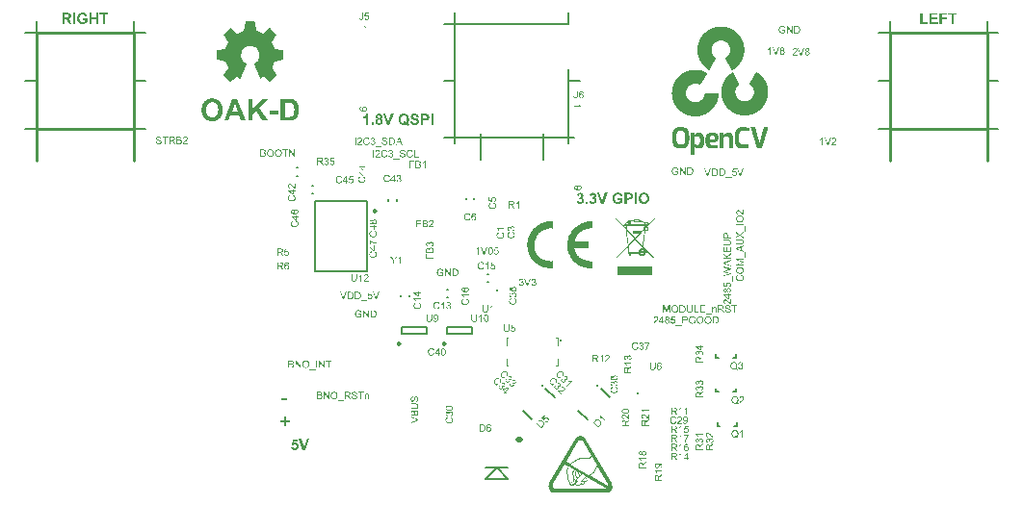
<source format=gto>
G04*
G04 #@! TF.GenerationSoftware,Altium Limited,Altium Designer,21.2.2 (38)*
G04*
G04 Layer_Color=65535*
%FSLAX44Y44*%
%MOMM*%
G71*
G04*
G04 #@! TF.SameCoordinates,7DE52ADD-D511-46D7-88EF-845C79EBAF95*
G04*
G04*
G04 #@! TF.FilePolarity,Positive*
G04*
G01*
G75*
%ADD10C,0.5000*%
%ADD11C,0.2500*%
%ADD12C,0.2540*%
%ADD13C,0.2000*%
%ADD14C,0.1000*%
G36*
X184882Y47648D02*
X185819D01*
Y47570D01*
X186443D01*
Y47492D01*
X186989D01*
Y47414D01*
X187458D01*
Y47336D01*
X187848D01*
Y47258D01*
X188160D01*
Y47180D01*
X188551D01*
Y47102D01*
X188863D01*
Y47024D01*
X189097D01*
Y46946D01*
X189410D01*
Y46868D01*
X189644D01*
Y46790D01*
X189956D01*
Y46712D01*
X190190D01*
Y46634D01*
X190424D01*
Y46556D01*
X190581D01*
Y46477D01*
X190815D01*
Y46399D01*
X191049D01*
Y46321D01*
X191205D01*
Y46243D01*
X191439D01*
Y46165D01*
X191595D01*
Y46087D01*
X191829D01*
Y46009D01*
X191986D01*
Y45931D01*
X192142D01*
Y45853D01*
X192298D01*
Y45775D01*
X192532D01*
Y45697D01*
X192688D01*
Y45619D01*
X192844D01*
Y45541D01*
X193001D01*
Y45462D01*
X193157D01*
Y45384D01*
X193313D01*
Y45306D01*
X193391D01*
Y45228D01*
X193547D01*
Y45150D01*
X193703D01*
Y45072D01*
X193859D01*
Y44994D01*
X194015D01*
Y44916D01*
X194093D01*
Y44838D01*
X194249D01*
Y44760D01*
X194406D01*
Y44682D01*
X194484D01*
Y44604D01*
X194640D01*
Y44526D01*
X194796D01*
Y44448D01*
X194874D01*
Y44370D01*
X195030D01*
Y44292D01*
X195108D01*
Y44214D01*
X195264D01*
Y44135D01*
X195342D01*
Y44057D01*
X195499D01*
Y43979D01*
X195577D01*
Y43901D01*
X195655D01*
Y43823D01*
X195811D01*
Y43745D01*
X195889D01*
Y43667D01*
X195967D01*
Y43589D01*
X196123D01*
Y43511D01*
X196201D01*
Y43433D01*
X196279D01*
Y43355D01*
X196435D01*
Y43277D01*
X196513D01*
Y43199D01*
X196591D01*
Y43121D01*
X196670D01*
Y43043D01*
X196826D01*
Y42965D01*
X196904D01*
Y42886D01*
X196982D01*
Y42808D01*
X197060D01*
Y42730D01*
X197138D01*
Y42652D01*
X197294D01*
Y42574D01*
X197372D01*
Y42496D01*
X197450D01*
Y42418D01*
X197528D01*
Y42340D01*
X197606D01*
Y42262D01*
X197684D01*
Y42184D01*
X197762D01*
Y42106D01*
X197840D01*
Y42028D01*
X197918D01*
Y41950D01*
X197997D01*
Y41872D01*
X198075D01*
Y41793D01*
X198153D01*
Y41715D01*
X198231D01*
Y41637D01*
X198309D01*
Y41559D01*
X198387D01*
Y41481D01*
X198465D01*
Y41403D01*
X198543D01*
Y41325D01*
X198621D01*
Y41247D01*
X198699D01*
Y41169D01*
X198777D01*
Y41091D01*
X198855D01*
Y41013D01*
X198933D01*
Y40935D01*
X199011D01*
Y40857D01*
X199090D01*
Y40779D01*
X199168D01*
Y40701D01*
Y40623D01*
X199246D01*
Y40545D01*
X199324D01*
Y40466D01*
X199402D01*
Y40388D01*
X199480D01*
Y40310D01*
X199558D01*
Y40232D01*
X199636D01*
Y40154D01*
Y40076D01*
X199714D01*
Y39998D01*
X199792D01*
Y39920D01*
X199870D01*
Y39842D01*
X199948D01*
Y39764D01*
Y39686D01*
X200026D01*
Y39608D01*
X200104D01*
Y39530D01*
X200182D01*
Y39452D01*
Y39374D01*
X200261D01*
Y39295D01*
X200338D01*
Y39217D01*
X200417D01*
Y39139D01*
Y39061D01*
X200495D01*
Y38983D01*
X200573D01*
Y38905D01*
Y38827D01*
X200651D01*
Y38749D01*
X200729D01*
Y38671D01*
Y38593D01*
X200807D01*
Y38515D01*
X200885D01*
Y38437D01*
Y38359D01*
X200963D01*
Y38281D01*
X201041D01*
Y38203D01*
Y38124D01*
X201119D01*
Y38046D01*
X201197D01*
Y37968D01*
Y37890D01*
X201275D01*
Y37812D01*
Y37734D01*
X201353D01*
Y37656D01*
X201431D01*
Y37578D01*
Y37500D01*
X201509D01*
Y37422D01*
Y37344D01*
X201588D01*
Y37266D01*
X201666D01*
Y37188D01*
Y37110D01*
X201744D01*
Y37032D01*
Y36953D01*
X201822D01*
Y36876D01*
Y36797D01*
X201900D01*
Y36719D01*
Y36641D01*
X201978D01*
Y36563D01*
Y36485D01*
X202056D01*
Y36407D01*
Y36329D01*
X202134D01*
Y36251D01*
Y36173D01*
X202212D01*
Y36095D01*
Y36017D01*
X202290D01*
Y35939D01*
Y35861D01*
X202368D01*
Y35783D01*
Y35705D01*
X202446D01*
Y35626D01*
Y35548D01*
X202524D01*
Y35470D01*
Y35392D01*
X202602D01*
Y35314D01*
Y35236D01*
Y35158D01*
X202680D01*
Y35080D01*
Y35002D01*
X202759D01*
Y34924D01*
Y34846D01*
Y34768D01*
X202837D01*
Y34690D01*
Y34612D01*
X202915D01*
Y34534D01*
Y34455D01*
Y34377D01*
X202993D01*
Y34299D01*
Y34221D01*
Y34143D01*
X203071D01*
Y34065D01*
Y33987D01*
X203149D01*
Y33909D01*
Y33831D01*
Y33753D01*
X203227D01*
Y33675D01*
Y33597D01*
Y33519D01*
X203305D01*
Y33441D01*
Y33363D01*
Y33284D01*
X203383D01*
Y33206D01*
Y33128D01*
Y33050D01*
Y32972D01*
X203461D01*
Y32894D01*
Y32816D01*
Y32738D01*
X203539D01*
Y32660D01*
Y32582D01*
Y32504D01*
Y32426D01*
X203617D01*
Y32348D01*
Y32270D01*
Y32192D01*
Y32113D01*
X203695D01*
Y32036D01*
Y31957D01*
Y31879D01*
Y31801D01*
X203773D01*
Y31723D01*
Y31645D01*
Y31567D01*
Y31489D01*
X203851D01*
Y31411D01*
Y31333D01*
Y31255D01*
Y31177D01*
Y31099D01*
X203930D01*
Y31021D01*
Y30942D01*
Y30865D01*
Y30786D01*
Y30708D01*
Y30630D01*
X204008D01*
Y30552D01*
Y30474D01*
Y30396D01*
Y30318D01*
Y30240D01*
Y30162D01*
X204086D01*
Y30084D01*
Y30006D01*
Y29928D01*
Y29850D01*
Y29772D01*
Y29694D01*
Y29615D01*
X204164D01*
Y29537D01*
Y29459D01*
Y29381D01*
Y29303D01*
Y29225D01*
Y29147D01*
Y29069D01*
Y28991D01*
Y28913D01*
Y28835D01*
X204242D01*
Y28757D01*
Y28679D01*
Y28601D01*
Y28523D01*
Y28444D01*
Y28366D01*
Y28288D01*
Y28210D01*
Y28132D01*
Y28054D01*
Y27976D01*
Y27898D01*
Y27820D01*
Y27742D01*
Y27664D01*
Y27586D01*
Y27508D01*
Y27430D01*
Y27352D01*
Y27273D01*
Y27195D01*
Y27117D01*
Y27039D01*
Y26961D01*
Y26883D01*
Y26805D01*
Y26727D01*
Y26649D01*
Y26571D01*
Y26493D01*
Y26415D01*
Y26337D01*
Y26259D01*
Y26181D01*
Y26102D01*
Y26024D01*
Y25946D01*
Y25868D01*
Y25790D01*
Y25712D01*
Y25634D01*
Y25556D01*
Y25478D01*
X204164D01*
Y25400D01*
Y25322D01*
Y25244D01*
Y25166D01*
Y25088D01*
Y25010D01*
Y24932D01*
Y24853D01*
Y24775D01*
Y24697D01*
X204086D01*
Y24619D01*
Y24541D01*
Y24463D01*
Y24385D01*
Y24307D01*
Y24229D01*
Y24151D01*
X204008D01*
Y24073D01*
Y23995D01*
Y23917D01*
Y23839D01*
Y23761D01*
Y23683D01*
X203930D01*
Y23605D01*
Y23526D01*
Y23448D01*
Y23370D01*
Y23292D01*
Y23214D01*
X203851D01*
Y23136D01*
Y23058D01*
Y22980D01*
Y22902D01*
Y22824D01*
X203773D01*
Y22746D01*
Y22668D01*
Y22590D01*
Y22512D01*
X203695D01*
Y22434D01*
Y22355D01*
Y22277D01*
Y22199D01*
X203617D01*
Y22121D01*
Y22043D01*
Y21965D01*
Y21887D01*
X203539D01*
Y21809D01*
Y21731D01*
Y21653D01*
Y21575D01*
X203461D01*
Y21497D01*
Y21419D01*
Y21341D01*
X203383D01*
Y21263D01*
Y21184D01*
Y21106D01*
Y21028D01*
X203305D01*
Y20950D01*
Y20872D01*
Y20794D01*
X203227D01*
Y20716D01*
Y20638D01*
Y20560D01*
X203149D01*
Y20482D01*
Y20404D01*
Y20326D01*
X203071D01*
Y20248D01*
Y20170D01*
X202993D01*
Y20092D01*
Y20013D01*
Y19935D01*
X202915D01*
Y19857D01*
Y19779D01*
Y19701D01*
X202837D01*
Y19623D01*
Y19545D01*
X202759D01*
Y19467D01*
Y19389D01*
Y19311D01*
X202680D01*
Y19233D01*
Y19155D01*
X202602D01*
Y19077D01*
Y18999D01*
X202524D01*
Y18921D01*
Y18843D01*
Y18764D01*
X202446D01*
Y18686D01*
Y18608D01*
X202368D01*
Y18530D01*
Y18452D01*
X202290D01*
Y18374D01*
Y18296D01*
X202212D01*
Y18218D01*
Y18140D01*
X202134D01*
Y18062D01*
Y17984D01*
X202056D01*
Y17906D01*
Y17828D01*
X201978D01*
Y17750D01*
Y17672D01*
X201900D01*
Y17593D01*
Y17515D01*
X201822D01*
Y17437D01*
Y17359D01*
X201744D01*
Y17281D01*
Y17203D01*
X201666D01*
Y17125D01*
Y17047D01*
X201588D01*
Y16969D01*
X201509D01*
Y16891D01*
Y16813D01*
X201431D01*
Y16735D01*
Y16657D01*
X201353D01*
Y16579D01*
X201275D01*
Y16501D01*
Y16422D01*
X201197D01*
Y16344D01*
Y16266D01*
X201119D01*
Y16188D01*
X201041D01*
Y16110D01*
Y16032D01*
X200963D01*
Y15954D01*
X200885D01*
Y15876D01*
Y15798D01*
X200807D01*
Y15720D01*
X200729D01*
Y15642D01*
Y15564D01*
X200651D01*
Y15486D01*
X200573D01*
Y15408D01*
Y15330D01*
X200495D01*
Y15252D01*
X200417D01*
Y15174D01*
Y15095D01*
X200338D01*
Y15017D01*
X200261D01*
Y14939D01*
X200182D01*
Y14861D01*
Y14783D01*
X200104D01*
Y14705D01*
X200026D01*
Y14627D01*
X199948D01*
Y14549D01*
Y14471D01*
X199870D01*
Y14393D01*
X199792D01*
Y14315D01*
X199714D01*
Y14237D01*
X199636D01*
Y14159D01*
Y14081D01*
X199558D01*
Y14003D01*
X199480D01*
Y13924D01*
X199402D01*
Y13846D01*
X199324D01*
Y13768D01*
X199246D01*
Y13690D01*
X199168D01*
Y13612D01*
Y13534D01*
X199090D01*
Y13456D01*
X199011D01*
Y13378D01*
X198933D01*
Y13300D01*
X198855D01*
Y13222D01*
X198777D01*
Y13144D01*
X198699D01*
Y13066D01*
X198621D01*
Y12988D01*
X198543D01*
Y12910D01*
X198465D01*
Y12832D01*
X198387D01*
Y12753D01*
X198309D01*
Y12675D01*
X198231D01*
Y12597D01*
X198153D01*
Y12519D01*
X198075D01*
Y12441D01*
X197997D01*
Y12363D01*
X197918D01*
Y12285D01*
X197840D01*
Y12207D01*
X197762D01*
Y12129D01*
X197684D01*
Y12051D01*
X197606D01*
Y11973D01*
X197528D01*
Y11895D01*
X197450D01*
Y11817D01*
X197372D01*
Y11739D01*
X197216D01*
Y11661D01*
X197138D01*
Y11583D01*
X197060D01*
Y11504D01*
X196982D01*
Y11426D01*
X196904D01*
Y11348D01*
X196826D01*
Y11270D01*
X196670D01*
Y11192D01*
X196591D01*
Y11114D01*
X196513D01*
Y11036D01*
X196435D01*
Y10958D01*
X196279D01*
Y10880D01*
X196201D01*
Y10802D01*
X196123D01*
Y10724D01*
X195967D01*
Y10646D01*
X195889D01*
Y10568D01*
X195811D01*
Y10490D01*
X195655D01*
Y10412D01*
X195577D01*
Y10334D01*
X195420D01*
Y10256D01*
X195342D01*
Y10177D01*
X195264D01*
Y10099D01*
X195108D01*
Y10021D01*
X195030D01*
Y9943D01*
X194874D01*
Y9865D01*
X194718D01*
Y9787D01*
X194640D01*
Y9709D01*
X194484D01*
Y9631D01*
X194406D01*
Y9553D01*
X194249D01*
Y9475D01*
X194093D01*
Y9397D01*
X194015D01*
Y9319D01*
X193859D01*
Y9241D01*
X193703D01*
Y9163D01*
X193547D01*
Y9085D01*
X193391D01*
Y9007D01*
X193235D01*
Y8928D01*
X193157D01*
Y9007D01*
Y9085D01*
X193078D01*
Y9163D01*
X193001D01*
Y9241D01*
Y9319D01*
X192922D01*
Y9397D01*
Y9475D01*
X192844D01*
Y9553D01*
Y9631D01*
X192766D01*
Y9709D01*
Y9787D01*
X192688D01*
Y9865D01*
Y9943D01*
X192610D01*
Y10021D01*
Y10099D01*
X192532D01*
Y10177D01*
Y10256D01*
X192454D01*
Y10334D01*
Y10412D01*
X192376D01*
Y10490D01*
Y10568D01*
X192298D01*
Y10646D01*
Y10724D01*
X192220D01*
Y10802D01*
X192142D01*
Y10880D01*
Y10958D01*
X192064D01*
Y11036D01*
Y11114D01*
X191986D01*
Y11192D01*
Y11270D01*
X191908D01*
Y11348D01*
Y11426D01*
X191829D01*
Y11504D01*
Y11583D01*
X191751D01*
Y11661D01*
Y11739D01*
X191673D01*
Y11817D01*
Y11895D01*
X191595D01*
Y11973D01*
Y12051D01*
X191517D01*
Y12129D01*
Y12207D01*
X191439D01*
Y12285D01*
Y12363D01*
X191361D01*
Y12441D01*
X191283D01*
Y12519D01*
Y12597D01*
X191205D01*
Y12675D01*
Y12753D01*
X191127D01*
Y12832D01*
Y12910D01*
X191049D01*
Y12988D01*
Y13066D01*
X190971D01*
Y13144D01*
Y13222D01*
X190893D01*
Y13300D01*
Y13378D01*
X190815D01*
Y13456D01*
Y13534D01*
X190737D01*
Y13612D01*
Y13690D01*
X190658D01*
Y13768D01*
Y13846D01*
X190581D01*
Y13924D01*
Y14003D01*
X190502D01*
Y14081D01*
X190424D01*
Y14159D01*
Y14237D01*
X190346D01*
Y14315D01*
Y14393D01*
X190268D01*
Y14471D01*
Y14549D01*
X190190D01*
Y14627D01*
Y14705D01*
X190112D01*
Y14783D01*
Y14861D01*
X190034D01*
Y14939D01*
Y15017D01*
X189956D01*
Y15095D01*
Y15174D01*
X189878D01*
Y15252D01*
Y15330D01*
X189800D01*
Y15408D01*
Y15486D01*
X189722D01*
Y15564D01*
Y15642D01*
X189644D01*
Y15720D01*
X189566D01*
Y15798D01*
Y15876D01*
X189488D01*
Y15954D01*
Y16032D01*
X189410D01*
Y16110D01*
Y16188D01*
X189331D01*
Y16266D01*
Y16344D01*
X189253D01*
Y16422D01*
Y16501D01*
X189175D01*
Y16579D01*
Y16657D01*
X189097D01*
Y16735D01*
Y16813D01*
X189019D01*
Y16891D01*
Y16969D01*
X188941D01*
Y17047D01*
Y17125D01*
X188863D01*
Y17203D01*
Y17281D01*
X188785D01*
Y17359D01*
X188707D01*
Y17437D01*
Y17515D01*
X188629D01*
Y17593D01*
Y17672D01*
X188551D01*
Y17750D01*
Y17828D01*
X188473D01*
Y17906D01*
Y17984D01*
X188395D01*
Y18062D01*
Y18140D01*
X188317D01*
Y18218D01*
Y18296D01*
X188239D01*
Y18374D01*
Y18452D01*
X188160D01*
Y18530D01*
Y18608D01*
X188082D01*
Y18686D01*
Y18764D01*
X188004D01*
Y18843D01*
Y18921D01*
X187926D01*
Y18999D01*
Y19077D01*
X187848D01*
Y19155D01*
Y19233D01*
X187770D01*
Y19311D01*
Y19389D01*
Y19467D01*
Y19545D01*
Y19623D01*
Y19701D01*
Y19779D01*
Y19857D01*
X187848D01*
Y19935D01*
Y20013D01*
X187926D01*
Y20092D01*
X188004D01*
Y20170D01*
X188082D01*
Y20248D01*
X188160D01*
Y20326D01*
X188239D01*
Y20404D01*
X188395D01*
Y20482D01*
X188473D01*
Y20560D01*
X188551D01*
Y20638D01*
X188629D01*
Y20716D01*
X188785D01*
Y20794D01*
X188863D01*
Y20872D01*
X188941D01*
Y20950D01*
X189019D01*
Y21028D01*
X189097D01*
Y21106D01*
X189253D01*
Y21184D01*
X189331D01*
Y21263D01*
X189410D01*
Y21341D01*
X189488D01*
Y21419D01*
X189566D01*
Y21497D01*
X189644D01*
Y21575D01*
X189722D01*
Y21653D01*
X189800D01*
Y21731D01*
Y21809D01*
X189878D01*
Y21887D01*
X189956D01*
Y21965D01*
X190034D01*
Y22043D01*
X190112D01*
Y22121D01*
Y22199D01*
X190190D01*
Y22277D01*
X190268D01*
Y22355D01*
X190346D01*
Y22434D01*
Y22512D01*
X190424D01*
Y22590D01*
X190502D01*
Y22668D01*
Y22746D01*
X190581D01*
Y22824D01*
X190658D01*
Y22902D01*
Y22980D01*
X190737D01*
Y23058D01*
X190815D01*
Y23136D01*
Y23214D01*
X190893D01*
Y23292D01*
Y23370D01*
X190971D01*
Y23448D01*
Y23526D01*
X191049D01*
Y23605D01*
Y23683D01*
X191127D01*
Y23761D01*
Y23839D01*
X191205D01*
Y23917D01*
Y23995D01*
Y24073D01*
X191283D01*
Y24151D01*
Y24229D01*
X191361D01*
Y24307D01*
Y24385D01*
Y24463D01*
X191439D01*
Y24541D01*
Y24619D01*
Y24697D01*
X191517D01*
Y24775D01*
Y24853D01*
Y24932D01*
X191595D01*
Y25010D01*
Y25088D01*
Y25166D01*
Y25244D01*
X191673D01*
Y25322D01*
Y25400D01*
Y25478D01*
Y25556D01*
Y25634D01*
X191751D01*
Y25712D01*
Y25790D01*
Y25868D01*
Y25946D01*
Y26024D01*
Y26102D01*
X191829D01*
Y26181D01*
Y26259D01*
Y26337D01*
Y26415D01*
Y26493D01*
Y26571D01*
Y26649D01*
Y26727D01*
Y26805D01*
Y26883D01*
Y26961D01*
Y27039D01*
Y27117D01*
Y27195D01*
Y27273D01*
Y27352D01*
Y27430D01*
Y27508D01*
Y27586D01*
Y27664D01*
Y27742D01*
Y27820D01*
Y27898D01*
Y27976D01*
Y28054D01*
Y28132D01*
Y28210D01*
X191751D01*
Y28288D01*
Y28366D01*
Y28444D01*
Y28523D01*
Y28601D01*
Y28679D01*
X191673D01*
Y28757D01*
Y28835D01*
Y28913D01*
Y28991D01*
Y29069D01*
X191595D01*
Y29147D01*
Y29225D01*
Y29303D01*
Y29381D01*
X191517D01*
Y29459D01*
Y29537D01*
Y29615D01*
X191439D01*
Y29694D01*
Y29772D01*
Y29850D01*
X191361D01*
Y29928D01*
Y30006D01*
Y30084D01*
X191283D01*
Y30162D01*
Y30240D01*
X191205D01*
Y30318D01*
Y30396D01*
Y30474D01*
X191127D01*
Y30552D01*
Y30630D01*
X191049D01*
Y30708D01*
Y30786D01*
X190971D01*
Y30865D01*
Y30942D01*
X190893D01*
Y31021D01*
Y31099D01*
X190815D01*
Y31177D01*
Y31255D01*
X190737D01*
Y31333D01*
X190658D01*
Y31411D01*
Y31489D01*
X190581D01*
Y31567D01*
Y31645D01*
X190502D01*
Y31723D01*
X190424D01*
Y31801D01*
Y31879D01*
X190346D01*
Y31957D01*
X190268D01*
Y32036D01*
X190190D01*
Y32113D01*
Y32192D01*
X190112D01*
Y32270D01*
X190034D01*
Y32348D01*
X189956D01*
Y32426D01*
X189878D01*
Y32504D01*
X189800D01*
Y32582D01*
Y32660D01*
X189722D01*
Y32738D01*
X189644D01*
Y32816D01*
X189566D01*
Y32894D01*
X189488D01*
Y32972D01*
X189410D01*
Y33050D01*
X189331D01*
Y33128D01*
X189253D01*
Y33206D01*
X189175D01*
Y33284D01*
X189019D01*
Y33363D01*
X188941D01*
Y33441D01*
X188863D01*
Y33519D01*
X188785D01*
Y33597D01*
X188629D01*
Y33675D01*
X188551D01*
Y33753D01*
X188473D01*
Y33831D01*
X188317D01*
Y33909D01*
X188239D01*
Y33987D01*
X188082D01*
Y34065D01*
X188004D01*
Y34143D01*
X187848D01*
Y34221D01*
X187692D01*
Y34299D01*
X187614D01*
Y34377D01*
X187458D01*
Y34455D01*
X187302D01*
Y34534D01*
X187146D01*
Y34612D01*
X186911D01*
Y34690D01*
X186755D01*
Y34768D01*
X186599D01*
Y34846D01*
X186365D01*
Y34924D01*
X186131D01*
Y35002D01*
X185819D01*
Y35080D01*
X185506D01*
Y35158D01*
X185194D01*
Y35236D01*
X184648D01*
Y35314D01*
X182696D01*
Y35236D01*
X182150D01*
Y35158D01*
X181837D01*
Y35080D01*
X181525D01*
Y35002D01*
X181213D01*
Y34924D01*
X180979D01*
Y34846D01*
X180744D01*
Y34768D01*
X180588D01*
Y34690D01*
X180354D01*
Y34612D01*
X180198D01*
Y34534D01*
X180042D01*
Y34455D01*
X179886D01*
Y34377D01*
X179729D01*
Y34299D01*
X179573D01*
Y34221D01*
X179495D01*
Y34143D01*
X179339D01*
Y34065D01*
X179261D01*
Y33987D01*
X179105D01*
Y33909D01*
X179027D01*
Y33831D01*
X178871D01*
Y33753D01*
X178793D01*
Y33675D01*
X178637D01*
Y33597D01*
X178559D01*
Y33519D01*
X178480D01*
Y33441D01*
X178402D01*
Y33363D01*
X178324D01*
Y33284D01*
X178168D01*
Y33206D01*
X178090D01*
Y33128D01*
X178012D01*
Y33050D01*
X177934D01*
Y32972D01*
X177856D01*
Y32894D01*
X177778D01*
Y32816D01*
X177700D01*
Y32738D01*
X177622D01*
Y32660D01*
X177544D01*
Y32582D01*
X177466D01*
Y32504D01*
Y32426D01*
X177388D01*
Y32348D01*
X177309D01*
Y32270D01*
X177232D01*
Y32192D01*
X177153D01*
Y32113D01*
Y32036D01*
X177075D01*
Y31957D01*
X176997D01*
Y31879D01*
X176919D01*
Y31801D01*
Y31723D01*
X176841D01*
Y31645D01*
X176763D01*
Y31567D01*
Y31489D01*
X176685D01*
Y31411D01*
Y31333D01*
X176607D01*
Y31255D01*
X176529D01*
Y31177D01*
Y31099D01*
X176451D01*
Y31021D01*
Y30942D01*
X176373D01*
Y30865D01*
Y30786D01*
X176295D01*
Y30708D01*
Y30630D01*
X176217D01*
Y30552D01*
Y30474D01*
X176139D01*
Y30396D01*
Y30318D01*
X176061D01*
Y30240D01*
Y30162D01*
Y30084D01*
X175982D01*
Y30006D01*
Y29928D01*
Y29850D01*
X175904D01*
Y29772D01*
Y29694D01*
Y29615D01*
X175826D01*
Y29537D01*
Y29459D01*
Y29381D01*
X175748D01*
Y29303D01*
Y29225D01*
Y29147D01*
Y29069D01*
X175670D01*
Y28991D01*
Y28913D01*
Y28835D01*
Y28757D01*
X175592D01*
Y28679D01*
Y28601D01*
Y28523D01*
Y28444D01*
Y28366D01*
Y28288D01*
X175514D01*
Y28210D01*
Y28132D01*
Y28054D01*
Y27976D01*
Y27898D01*
Y27820D01*
Y27742D01*
Y27664D01*
Y27586D01*
Y27508D01*
Y27430D01*
Y27352D01*
Y27273D01*
Y27195D01*
Y27117D01*
Y27039D01*
Y26961D01*
Y26883D01*
Y26805D01*
Y26727D01*
Y26649D01*
Y26571D01*
Y26493D01*
Y26415D01*
Y26337D01*
Y26259D01*
Y26181D01*
Y26102D01*
Y26024D01*
X175592D01*
Y25946D01*
Y25868D01*
Y25790D01*
Y25712D01*
Y25634D01*
Y25556D01*
X175670D01*
Y25478D01*
Y25400D01*
Y25322D01*
Y25244D01*
X175748D01*
Y25166D01*
Y25088D01*
Y25010D01*
Y24932D01*
X175826D01*
Y24853D01*
Y24775D01*
Y24697D01*
X175904D01*
Y24619D01*
Y24541D01*
Y24463D01*
X175982D01*
Y24385D01*
Y24307D01*
Y24229D01*
X176061D01*
Y24151D01*
Y24073D01*
Y23995D01*
X176139D01*
Y23917D01*
Y23839D01*
X176217D01*
Y23761D01*
Y23683D01*
X176295D01*
Y23605D01*
Y23526D01*
X176373D01*
Y23448D01*
Y23370D01*
X176451D01*
Y23292D01*
Y23214D01*
X176529D01*
Y23136D01*
Y23058D01*
X176607D01*
Y22980D01*
X176685D01*
Y22902D01*
Y22824D01*
X176763D01*
Y22746D01*
Y22668D01*
X176841D01*
Y22590D01*
X176919D01*
Y22512D01*
Y22434D01*
X176997D01*
Y22355D01*
X177075D01*
Y22277D01*
X177153D01*
Y22199D01*
Y22121D01*
X177232D01*
Y22043D01*
X177309D01*
Y21965D01*
X177388D01*
Y21887D01*
X177466D01*
Y21809D01*
X177544D01*
Y21731D01*
Y21653D01*
X177622D01*
Y21575D01*
X177700D01*
Y21497D01*
X177778D01*
Y21419D01*
X177856D01*
Y21341D01*
X177934D01*
Y21263D01*
X178012D01*
Y21184D01*
X178090D01*
Y21106D01*
X178246D01*
Y21028D01*
X178324D01*
Y20950D01*
X178402D01*
Y20872D01*
X178480D01*
Y20794D01*
X178559D01*
Y20716D01*
X178637D01*
Y20638D01*
X178715D01*
Y20560D01*
X178871D01*
Y20482D01*
X178949D01*
Y20404D01*
X179027D01*
Y20326D01*
X179105D01*
Y20248D01*
Y20170D01*
X179183D01*
Y20092D01*
Y20013D01*
X179261D01*
Y19935D01*
Y19857D01*
Y19779D01*
Y19701D01*
Y19623D01*
Y19545D01*
Y19467D01*
X179183D01*
Y19389D01*
Y19311D01*
X179105D01*
Y19233D01*
Y19155D01*
X179027D01*
Y19077D01*
Y18999D01*
X178949D01*
Y18921D01*
Y18843D01*
X178871D01*
Y18764D01*
X178793D01*
Y18686D01*
Y18608D01*
X178715D01*
Y18530D01*
Y18452D01*
X178637D01*
Y18374D01*
Y18296D01*
X178559D01*
Y18218D01*
X178480D01*
Y18140D01*
Y18062D01*
X178402D01*
Y17984D01*
Y17906D01*
X178324D01*
Y17828D01*
Y17750D01*
X178246D01*
Y17672D01*
X178168D01*
Y17593D01*
Y17515D01*
X178090D01*
Y17437D01*
Y17359D01*
X178012D01*
Y17281D01*
X177934D01*
Y17203D01*
Y17125D01*
X177856D01*
Y17047D01*
Y16969D01*
X177778D01*
Y16891D01*
Y16813D01*
X177700D01*
Y16735D01*
X177622D01*
Y16657D01*
Y16579D01*
X177544D01*
Y16501D01*
Y16422D01*
X177466D01*
Y16344D01*
Y16266D01*
X177388D01*
Y16188D01*
X177309D01*
Y16110D01*
Y16032D01*
X177232D01*
Y15954D01*
Y15876D01*
X177153D01*
Y15798D01*
X177075D01*
Y15720D01*
Y15642D01*
X176997D01*
Y15564D01*
Y15486D01*
X176919D01*
Y15408D01*
Y15330D01*
X176841D01*
Y15252D01*
X176763D01*
Y15174D01*
Y15095D01*
X176685D01*
Y15017D01*
Y14939D01*
X176607D01*
Y14861D01*
Y14783D01*
X176529D01*
Y14705D01*
X176451D01*
Y14627D01*
Y14549D01*
X176373D01*
Y14471D01*
Y14393D01*
X176295D01*
Y14315D01*
X176217D01*
Y14237D01*
Y14159D01*
X176139D01*
Y14081D01*
Y14003D01*
X176061D01*
Y13924D01*
Y13846D01*
X175982D01*
Y13768D01*
X175904D01*
Y13690D01*
Y13612D01*
X175826D01*
Y13534D01*
Y13456D01*
X175748D01*
Y13378D01*
Y13300D01*
X175670D01*
Y13222D01*
X175592D01*
Y13144D01*
Y13066D01*
X175514D01*
Y12988D01*
Y12910D01*
X175436D01*
Y12832D01*
X175358D01*
Y12753D01*
Y12675D01*
X175280D01*
Y12597D01*
Y12519D01*
X175202D01*
Y12441D01*
Y12363D01*
X175124D01*
Y12285D01*
X175046D01*
Y12207D01*
Y12129D01*
X174968D01*
Y12051D01*
Y11973D01*
X174890D01*
Y11895D01*
Y11817D01*
X174811D01*
Y11739D01*
X174733D01*
Y11661D01*
Y11583D01*
X174655D01*
Y11504D01*
Y11426D01*
X174577D01*
Y11348D01*
Y11270D01*
X174499D01*
Y11192D01*
X174421D01*
Y11114D01*
Y11036D01*
X174343D01*
Y10958D01*
Y10880D01*
X174265D01*
Y10802D01*
X174187D01*
Y10724D01*
Y10646D01*
X174109D01*
Y10568D01*
Y10490D01*
X174031D01*
Y10412D01*
Y10334D01*
X173953D01*
Y10256D01*
X173875D01*
Y10177D01*
Y10099D01*
X173797D01*
Y10021D01*
Y9943D01*
X173719D01*
Y9865D01*
Y9787D01*
X173640D01*
Y9709D01*
X173562D01*
Y9631D01*
Y9553D01*
X173484D01*
Y9475D01*
Y9397D01*
X173406D01*
Y9319D01*
X173328D01*
Y9397D01*
X173250D01*
Y9475D01*
X173094D01*
Y9553D01*
X172938D01*
Y9631D01*
X172860D01*
Y9709D01*
X172704D01*
Y9787D01*
X172548D01*
Y9865D01*
X172470D01*
Y9943D01*
X172313D01*
Y10021D01*
X172235D01*
Y10099D01*
X172079D01*
Y10177D01*
X172001D01*
Y10256D01*
X171845D01*
Y10334D01*
X171767D01*
Y10412D01*
X171689D01*
Y10490D01*
X171533D01*
Y10568D01*
X171455D01*
Y10646D01*
X171377D01*
Y10724D01*
X171220D01*
Y10802D01*
X171142D01*
Y10880D01*
X171064D01*
Y10958D01*
X170908D01*
Y11036D01*
X170830D01*
Y11114D01*
X170752D01*
Y11192D01*
X170674D01*
Y11270D01*
X170518D01*
Y11348D01*
X170440D01*
Y11426D01*
X170362D01*
Y11504D01*
X170284D01*
Y11583D01*
X170206D01*
Y11661D01*
X170049D01*
Y11739D01*
X169972D01*
Y11817D01*
X169893D01*
Y11895D01*
X169815D01*
Y11973D01*
X169737D01*
Y12051D01*
X169659D01*
Y12129D01*
X169581D01*
Y12207D01*
X169503D01*
Y12285D01*
X169425D01*
Y12363D01*
X169347D01*
Y12441D01*
X169269D01*
Y12519D01*
X169191D01*
Y12597D01*
X169113D01*
Y12675D01*
X169035D01*
Y12753D01*
X168957D01*
Y12832D01*
X168879D01*
Y12910D01*
X168801D01*
Y12988D01*
X168722D01*
Y13066D01*
X168644D01*
Y13144D01*
X168566D01*
Y13222D01*
X168488D01*
Y13300D01*
X168410D01*
Y13378D01*
X168332D01*
Y13456D01*
X168254D01*
Y13534D01*
X168176D01*
Y13612D01*
X168098D01*
Y13690D01*
Y13768D01*
X168020D01*
Y13846D01*
X167942D01*
Y13924D01*
X167864D01*
Y14003D01*
X167786D01*
Y14081D01*
X167708D01*
Y14159D01*
Y14237D01*
X167630D01*
Y14315D01*
X167551D01*
Y14393D01*
X167473D01*
Y14471D01*
X167395D01*
Y14549D01*
Y14627D01*
X167317D01*
Y14705D01*
X167239D01*
Y14783D01*
X167161D01*
Y14861D01*
Y14939D01*
X167083D01*
Y15017D01*
X167005D01*
Y15095D01*
X166927D01*
Y15174D01*
Y15252D01*
X166849D01*
Y15330D01*
X166771D01*
Y15408D01*
Y15486D01*
X166693D01*
Y15564D01*
X166615D01*
Y15642D01*
Y15720D01*
X166537D01*
Y15798D01*
X166459D01*
Y15876D01*
X166381D01*
Y15954D01*
Y16032D01*
X166302D01*
Y16110D01*
Y16188D01*
X166224D01*
Y16266D01*
X166146D01*
Y16344D01*
Y16422D01*
X166068D01*
Y16501D01*
X165990D01*
Y16579D01*
Y16657D01*
X165912D01*
Y16735D01*
Y16813D01*
X165834D01*
Y16891D01*
Y16969D01*
X165756D01*
Y17047D01*
X165678D01*
Y17125D01*
Y17203D01*
X165600D01*
Y17281D01*
Y17359D01*
X165522D01*
Y17437D01*
Y17515D01*
X165444D01*
Y17593D01*
Y17672D01*
X165366D01*
Y17750D01*
Y17828D01*
X165288D01*
Y17906D01*
Y17984D01*
X165210D01*
Y18062D01*
Y18140D01*
X165131D01*
Y18218D01*
Y18296D01*
X165053D01*
Y18374D01*
Y18452D01*
X164975D01*
Y18530D01*
Y18608D01*
X164897D01*
Y18686D01*
Y18764D01*
X164819D01*
Y18843D01*
Y18921D01*
X164741D01*
Y18999D01*
Y19077D01*
Y19155D01*
X164663D01*
Y19233D01*
Y19311D01*
X164585D01*
Y19389D01*
Y19467D01*
Y19545D01*
X164507D01*
Y19623D01*
Y19701D01*
X164429D01*
Y19779D01*
Y19857D01*
Y19935D01*
X164351D01*
Y20013D01*
Y20092D01*
X164273D01*
Y20170D01*
Y20248D01*
Y20326D01*
X164195D01*
Y20404D01*
Y20482D01*
Y20560D01*
X164117D01*
Y20638D01*
Y20716D01*
Y20794D01*
X164039D01*
Y20872D01*
Y20950D01*
Y21028D01*
X163960D01*
Y21106D01*
Y21184D01*
Y21263D01*
X163883D01*
Y21341D01*
Y21419D01*
Y21497D01*
Y21575D01*
X163804D01*
Y21653D01*
Y21731D01*
Y21809D01*
Y21887D01*
X163726D01*
Y21965D01*
Y22043D01*
Y22121D01*
X163648D01*
Y22199D01*
Y22277D01*
Y22355D01*
Y22434D01*
X163570D01*
Y22512D01*
Y22590D01*
Y22668D01*
Y22746D01*
Y22824D01*
X163492D01*
Y22902D01*
Y22980D01*
Y23058D01*
Y23136D01*
Y23214D01*
X163414D01*
Y23292D01*
Y23370D01*
Y23448D01*
Y23526D01*
Y23605D01*
X163336D01*
Y23683D01*
Y23761D01*
Y23839D01*
Y23917D01*
Y23995D01*
Y24073D01*
X163258D01*
Y24151D01*
Y24229D01*
Y24307D01*
Y24385D01*
Y24463D01*
Y24541D01*
Y24619D01*
X163180D01*
Y24697D01*
Y24775D01*
Y24853D01*
Y24932D01*
Y25010D01*
Y25088D01*
Y25166D01*
Y25244D01*
Y25322D01*
Y25400D01*
X163102D01*
Y25478D01*
Y25556D01*
Y25634D01*
Y25712D01*
Y25790D01*
Y25868D01*
Y25946D01*
Y26024D01*
Y26102D01*
Y26181D01*
Y26259D01*
Y26337D01*
Y26415D01*
Y26493D01*
Y26571D01*
Y26649D01*
Y26727D01*
Y26805D01*
Y26883D01*
Y26961D01*
Y27039D01*
Y27117D01*
Y27195D01*
Y27273D01*
Y27352D01*
Y27430D01*
Y27508D01*
Y27586D01*
Y27664D01*
Y27742D01*
Y27820D01*
Y27898D01*
Y27976D01*
Y28054D01*
Y28132D01*
Y28210D01*
Y28288D01*
Y28366D01*
Y28444D01*
Y28523D01*
Y28601D01*
Y28679D01*
Y28757D01*
Y28835D01*
Y28913D01*
X163180D01*
Y28991D01*
Y29069D01*
Y29147D01*
Y29225D01*
Y29303D01*
Y29381D01*
Y29459D01*
Y29537D01*
Y29615D01*
Y29694D01*
X163258D01*
Y29772D01*
Y29850D01*
Y29928D01*
Y30006D01*
Y30084D01*
Y30162D01*
Y30240D01*
X163336D01*
Y30318D01*
Y30396D01*
Y30474D01*
Y30552D01*
Y30630D01*
Y30708D01*
X163414D01*
Y30786D01*
Y30865D01*
Y30942D01*
Y31021D01*
Y31099D01*
X163492D01*
Y31177D01*
Y31255D01*
Y31333D01*
Y31411D01*
Y31489D01*
X163570D01*
Y31567D01*
Y31645D01*
Y31723D01*
Y31801D01*
Y31879D01*
X163648D01*
Y31957D01*
Y32036D01*
Y32113D01*
Y32192D01*
X163726D01*
Y32270D01*
Y32348D01*
Y32426D01*
Y32504D01*
X163804D01*
Y32582D01*
Y32660D01*
Y32738D01*
X163883D01*
Y32816D01*
Y32894D01*
Y32972D01*
Y33050D01*
X163960D01*
Y33128D01*
Y33206D01*
Y33284D01*
X164039D01*
Y33363D01*
Y33441D01*
Y33519D01*
X164117D01*
Y33597D01*
Y33675D01*
Y33753D01*
X164195D01*
Y33831D01*
Y33909D01*
Y33987D01*
X164273D01*
Y34065D01*
Y34143D01*
Y34221D01*
X164351D01*
Y34299D01*
Y34377D01*
X164429D01*
Y34455D01*
Y34534D01*
Y34612D01*
X164507D01*
Y34690D01*
Y34768D01*
Y34846D01*
X164585D01*
Y34924D01*
Y35002D01*
X164663D01*
Y35080D01*
Y35158D01*
X164741D01*
Y35236D01*
Y35314D01*
Y35392D01*
X164819D01*
Y35470D01*
Y35548D01*
X164897D01*
Y35626D01*
Y35705D01*
X164975D01*
Y35783D01*
Y35861D01*
X165053D01*
Y35939D01*
Y36017D01*
X165131D01*
Y36095D01*
Y36173D01*
Y36251D01*
X165210D01*
Y36329D01*
Y36407D01*
X165288D01*
Y36485D01*
X165366D01*
Y36563D01*
Y36641D01*
X165444D01*
Y36719D01*
Y36797D01*
X165522D01*
Y36876D01*
Y36953D01*
X165600D01*
Y37032D01*
Y37110D01*
X165678D01*
Y37188D01*
Y37266D01*
X165756D01*
Y37344D01*
Y37422D01*
X165834D01*
Y37500D01*
X165912D01*
Y37578D01*
Y37656D01*
X165990D01*
Y37734D01*
Y37812D01*
X166068D01*
Y37890D01*
X166146D01*
Y37968D01*
Y38046D01*
X166224D01*
Y38124D01*
X166302D01*
Y38203D01*
Y38281D01*
X166381D01*
Y38359D01*
Y38437D01*
X166459D01*
Y38515D01*
X166537D01*
Y38593D01*
Y38671D01*
X166615D01*
Y38749D01*
X166693D01*
Y38827D01*
Y38905D01*
X166771D01*
Y38983D01*
X166849D01*
Y39061D01*
X166927D01*
Y39139D01*
Y39217D01*
X167005D01*
Y39295D01*
X167083D01*
Y39374D01*
X167161D01*
Y39452D01*
Y39530D01*
X167239D01*
Y39608D01*
X167317D01*
Y39686D01*
X167395D01*
Y39764D01*
Y39842D01*
X167473D01*
Y39920D01*
X167551D01*
Y39998D01*
X167630D01*
Y40076D01*
X167708D01*
Y40154D01*
Y40232D01*
X167786D01*
Y40310D01*
X167864D01*
Y40388D01*
X167942D01*
Y40466D01*
X168020D01*
Y40545D01*
X168098D01*
Y40623D01*
Y40701D01*
X168176D01*
Y40779D01*
X168254D01*
Y40857D01*
X168332D01*
Y40935D01*
X168410D01*
Y41013D01*
X168488D01*
Y41091D01*
X168566D01*
Y41169D01*
X168644D01*
Y41247D01*
X168722D01*
Y41325D01*
X168801D01*
Y41403D01*
X168879D01*
Y41481D01*
X168957D01*
Y41559D01*
X169035D01*
Y41637D01*
X169113D01*
Y41715D01*
X169191D01*
Y41793D01*
X169269D01*
Y41872D01*
X169347D01*
Y41950D01*
X169425D01*
Y42028D01*
X169503D01*
Y42106D01*
X169581D01*
Y42184D01*
X169659D01*
Y42262D01*
X169737D01*
Y42340D01*
X169815D01*
Y42418D01*
X169893D01*
Y42496D01*
X169972D01*
Y42574D01*
X170049D01*
Y42652D01*
X170206D01*
Y42730D01*
X170284D01*
Y42808D01*
X170362D01*
Y42886D01*
X170440D01*
Y42965D01*
X170518D01*
Y43043D01*
X170596D01*
Y43121D01*
X170752D01*
Y43199D01*
X170830D01*
Y43277D01*
X170908D01*
Y43355D01*
X170986D01*
Y43433D01*
X171142D01*
Y43511D01*
X171220D01*
Y43589D01*
X171299D01*
Y43667D01*
X171455D01*
Y43745D01*
X171533D01*
Y43823D01*
X171689D01*
Y43901D01*
X171767D01*
Y43979D01*
X171845D01*
Y44057D01*
X172001D01*
Y44135D01*
X172079D01*
Y44214D01*
X172235D01*
Y44292D01*
X172313D01*
Y44370D01*
X172470D01*
Y44448D01*
X172548D01*
Y44526D01*
X172704D01*
Y44604D01*
X172860D01*
Y44682D01*
X172938D01*
Y44760D01*
X173094D01*
Y44838D01*
X173250D01*
Y44916D01*
X173328D01*
Y44994D01*
X173484D01*
Y45072D01*
X173640D01*
Y45150D01*
X173797D01*
Y45228D01*
X173875D01*
Y45306D01*
X174031D01*
Y45384D01*
X174187D01*
Y45462D01*
X174343D01*
Y45541D01*
X174499D01*
Y45619D01*
X174655D01*
Y45697D01*
X174811D01*
Y45775D01*
X174968D01*
Y45853D01*
X175202D01*
Y45931D01*
X175358D01*
Y46009D01*
X175514D01*
Y46087D01*
X175748D01*
Y46165D01*
X175904D01*
Y46243D01*
X176061D01*
Y46321D01*
X176295D01*
Y46399D01*
X176529D01*
Y46477D01*
X176685D01*
Y46556D01*
X176919D01*
Y46634D01*
X177153D01*
Y46712D01*
X177388D01*
Y46790D01*
X177700D01*
Y46868D01*
X177934D01*
Y46946D01*
X178168D01*
Y47024D01*
X178480D01*
Y47102D01*
X178793D01*
Y47180D01*
X179183D01*
Y47258D01*
X179495D01*
Y47336D01*
X179886D01*
Y47414D01*
X180354D01*
Y47492D01*
X180900D01*
Y47570D01*
X181525D01*
Y47648D01*
X182462D01*
Y47726D01*
X184882D01*
Y47648D01*
D02*
G37*
G36*
X162555Y9631D02*
X163414D01*
Y9553D01*
X164039D01*
Y9475D01*
X164585D01*
Y9397D01*
X164975D01*
Y9319D01*
X165366D01*
Y9241D01*
X165756D01*
Y9163D01*
X166068D01*
Y9085D01*
X166381D01*
Y9007D01*
X166693D01*
Y8928D01*
X166927D01*
Y8850D01*
X167161D01*
Y8772D01*
X167473D01*
Y8694D01*
X167708D01*
Y8616D01*
X167942D01*
Y8538D01*
X168176D01*
Y8460D01*
X168332D01*
Y8382D01*
X168566D01*
Y8304D01*
X168722D01*
Y8226D01*
X168957D01*
Y8148D01*
X169113D01*
Y8070D01*
X169347D01*
Y7992D01*
X169503D01*
Y7914D01*
X169659D01*
Y7836D01*
X169815D01*
Y7757D01*
X169972D01*
Y7679D01*
X170206D01*
Y7601D01*
X170362D01*
Y7523D01*
X170518D01*
Y7445D01*
X170674D01*
Y7367D01*
X170752D01*
Y7289D01*
X170908D01*
Y7211D01*
X171064D01*
Y7133D01*
X171220D01*
Y7055D01*
X171377D01*
Y6977D01*
X171455D01*
Y6899D01*
X171611D01*
Y6821D01*
X171767D01*
Y6743D01*
X171845D01*
Y6665D01*
Y6586D01*
X171767D01*
Y6508D01*
Y6430D01*
X171689D01*
Y6352D01*
X171611D01*
Y6274D01*
Y6196D01*
X171533D01*
Y6118D01*
Y6040D01*
X171455D01*
Y5962D01*
X171377D01*
Y5884D01*
Y5806D01*
X171299D01*
Y5728D01*
Y5650D01*
X171220D01*
Y5572D01*
X171142D01*
Y5494D01*
Y5415D01*
X171064D01*
Y5337D01*
Y5259D01*
X170986D01*
Y5181D01*
X170908D01*
Y5103D01*
Y5025D01*
X170830D01*
Y4947D01*
X170752D01*
Y4869D01*
Y4791D01*
X170674D01*
Y4713D01*
Y4635D01*
X170596D01*
Y4557D01*
X170518D01*
Y4479D01*
Y4401D01*
X170440D01*
Y4323D01*
Y4245D01*
X170362D01*
Y4166D01*
X170284D01*
Y4088D01*
Y4010D01*
X170206D01*
Y3932D01*
Y3854D01*
X170128D01*
Y3776D01*
X170049D01*
Y3698D01*
Y3620D01*
X169972D01*
Y3542D01*
X169893D01*
Y3464D01*
Y3386D01*
X169815D01*
Y3308D01*
Y3230D01*
X169737D01*
Y3152D01*
X169659D01*
Y3074D01*
Y2995D01*
X169581D01*
Y2917D01*
Y2839D01*
X169503D01*
Y2761D01*
X169425D01*
Y2683D01*
Y2605D01*
X169347D01*
Y2527D01*
Y2449D01*
X169269D01*
Y2371D01*
X169191D01*
Y2293D01*
Y2215D01*
X169113D01*
Y2137D01*
X169035D01*
Y2059D01*
Y1981D01*
X168957D01*
Y1903D01*
Y1824D01*
X168879D01*
Y1746D01*
X168801D01*
Y1668D01*
Y1590D01*
X168722D01*
Y1512D01*
Y1434D01*
X168644D01*
Y1356D01*
X168566D01*
Y1278D01*
Y1200D01*
X168488D01*
Y1122D01*
Y1044D01*
X168410D01*
Y966D01*
X168332D01*
Y888D01*
Y810D01*
X168254D01*
Y732D01*
X168176D01*
Y654D01*
Y575D01*
X168098D01*
Y497D01*
Y419D01*
X168020D01*
Y341D01*
X167942D01*
Y263D01*
Y185D01*
X167864D01*
Y107D01*
Y29D01*
X167786D01*
Y-49D01*
X167708D01*
Y-127D01*
Y-205D01*
X167630D01*
Y-283D01*
Y-361D01*
X167551D01*
Y-439D01*
X167473D01*
Y-517D01*
Y-595D01*
X167395D01*
Y-674D01*
X167317D01*
Y-752D01*
Y-830D01*
X167239D01*
Y-908D01*
Y-986D01*
X167161D01*
Y-1064D01*
X167083D01*
Y-1142D01*
Y-1220D01*
X167005D01*
Y-1298D01*
Y-1376D01*
X166927D01*
Y-1454D01*
X166849D01*
Y-1532D01*
Y-1610D01*
X166771D01*
Y-1688D01*
X166693D01*
Y-1767D01*
Y-1845D01*
X166615D01*
Y-1923D01*
Y-2001D01*
X166537D01*
Y-2079D01*
X166459D01*
Y-2157D01*
Y-2235D01*
X166381D01*
Y-2313D01*
Y-2391D01*
X166302D01*
Y-2469D01*
X166224D01*
Y-2547D01*
Y-2625D01*
X166146D01*
Y-2703D01*
Y-2781D01*
X166068D01*
Y-2859D01*
X165990D01*
Y-2937D01*
Y-3016D01*
X165912D01*
Y-3094D01*
X165834D01*
Y-3172D01*
X165756D01*
Y-3250D01*
X165678D01*
Y-3328D01*
X165600D01*
Y-3406D01*
X165444D01*
Y-3484D01*
X164819D01*
Y-3406D01*
X164585D01*
Y-3328D01*
X164429D01*
Y-3250D01*
X164195D01*
Y-3172D01*
X163960D01*
Y-3094D01*
X163726D01*
Y-3016D01*
X163492D01*
Y-2937D01*
X163258D01*
Y-2859D01*
X162946D01*
Y-2781D01*
X162477D01*
Y-2703D01*
X161931D01*
Y-2625D01*
X160369D01*
Y-2703D01*
X159823D01*
Y-2781D01*
X159355D01*
Y-2859D01*
X159043D01*
Y-2937D01*
X158808D01*
Y-3016D01*
X158574D01*
Y-3094D01*
X158340D01*
Y-3172D01*
X158106D01*
Y-3250D01*
X157949D01*
Y-3328D01*
X157715D01*
Y-3406D01*
X157559D01*
Y-3484D01*
X157403D01*
Y-3562D01*
X157247D01*
Y-3640D01*
X157169D01*
Y-3718D01*
X157013D01*
Y-3796D01*
X156857D01*
Y-3874D01*
X156779D01*
Y-3952D01*
X156622D01*
Y-4030D01*
X156466D01*
Y-4108D01*
X156388D01*
Y-4186D01*
X156310D01*
Y-4265D01*
X156154D01*
Y-4343D01*
X156076D01*
Y-4421D01*
X155998D01*
Y-4499D01*
X155920D01*
Y-4577D01*
X155764D01*
Y-4655D01*
X155686D01*
Y-4733D01*
X155608D01*
Y-4811D01*
X155530D01*
Y-4889D01*
X155451D01*
Y-4967D01*
X155373D01*
Y-5045D01*
X155295D01*
Y-5123D01*
X155217D01*
Y-5201D01*
X155139D01*
Y-5279D01*
X155061D01*
Y-5357D01*
X154983D01*
Y-5436D01*
X154905D01*
Y-5513D01*
X154827D01*
Y-5592D01*
Y-5670D01*
X154749D01*
Y-5748D01*
X154671D01*
Y-5826D01*
X154593D01*
Y-5904D01*
Y-5982D01*
X154515D01*
Y-6060D01*
X154437D01*
Y-6138D01*
X154359D01*
Y-6216D01*
Y-6294D01*
X154281D01*
Y-6372D01*
X154202D01*
Y-6450D01*
Y-6528D01*
X154124D01*
Y-6606D01*
Y-6684D01*
X154046D01*
Y-6763D01*
X153968D01*
Y-6841D01*
Y-6919D01*
X153890D01*
Y-6997D01*
Y-7075D01*
X153812D01*
Y-7153D01*
Y-7231D01*
X153734D01*
Y-7309D01*
Y-7387D01*
X153656D01*
Y-7465D01*
Y-7543D01*
X153578D01*
Y-7621D01*
Y-7699D01*
Y-7777D01*
X153500D01*
Y-7855D01*
Y-7933D01*
X153422D01*
Y-8012D01*
Y-8090D01*
Y-8168D01*
X153344D01*
Y-8246D01*
Y-8324D01*
Y-8402D01*
X153266D01*
Y-8480D01*
Y-8558D01*
Y-8636D01*
Y-8714D01*
X153188D01*
Y-8792D01*
Y-8870D01*
Y-8948D01*
Y-9026D01*
X153110D01*
Y-9104D01*
Y-9183D01*
Y-9261D01*
Y-9339D01*
X153032D01*
Y-9417D01*
Y-9495D01*
Y-9573D01*
Y-9651D01*
Y-9729D01*
Y-9807D01*
Y-9885D01*
X152953D01*
Y-9963D01*
Y-10041D01*
Y-10119D01*
Y-10197D01*
Y-10275D01*
Y-10353D01*
Y-10432D01*
Y-10510D01*
Y-10588D01*
Y-10666D01*
Y-10744D01*
Y-10822D01*
Y-10900D01*
Y-10978D01*
Y-11056D01*
Y-11134D01*
Y-11212D01*
Y-11290D01*
Y-11368D01*
Y-11446D01*
Y-11524D01*
Y-11603D01*
Y-11681D01*
Y-11759D01*
X153032D01*
Y-11837D01*
Y-11915D01*
Y-11993D01*
Y-12071D01*
Y-12149D01*
Y-12227D01*
Y-12305D01*
X153110D01*
Y-12383D01*
Y-12461D01*
Y-12539D01*
Y-12617D01*
Y-12695D01*
X153188D01*
Y-12773D01*
Y-12852D01*
Y-12930D01*
Y-13008D01*
X153266D01*
Y-13086D01*
Y-13164D01*
Y-13242D01*
X153344D01*
Y-13320D01*
Y-13398D01*
Y-13476D01*
X153422D01*
Y-13554D01*
Y-13632D01*
Y-13710D01*
X153500D01*
Y-13788D01*
Y-13866D01*
X153578D01*
Y-13944D01*
Y-14023D01*
Y-14101D01*
X153656D01*
Y-14179D01*
Y-14257D01*
X153734D01*
Y-14335D01*
Y-14413D01*
X153812D01*
Y-14491D01*
Y-14569D01*
X153890D01*
Y-14647D01*
Y-14725D01*
X153968D01*
Y-14803D01*
Y-14881D01*
X154046D01*
Y-14959D01*
Y-15037D01*
X154124D01*
Y-15115D01*
X154202D01*
Y-15194D01*
Y-15272D01*
X154281D01*
Y-15350D01*
X154359D01*
Y-15428D01*
Y-15506D01*
X154437D01*
Y-15584D01*
X154515D01*
Y-15662D01*
Y-15740D01*
X154593D01*
Y-15818D01*
X154671D01*
Y-15896D01*
X154749D01*
Y-15974D01*
X154827D01*
Y-16052D01*
Y-16130D01*
X154905D01*
Y-16208D01*
X154983D01*
Y-16286D01*
X155061D01*
Y-16365D01*
X155139D01*
Y-16443D01*
X155217D01*
Y-16521D01*
X155295D01*
Y-16599D01*
X155373D01*
Y-16677D01*
X155451D01*
Y-16755D01*
X155530D01*
Y-16833D01*
X155608D01*
Y-16911D01*
X155686D01*
Y-16989D01*
X155764D01*
Y-17067D01*
X155842D01*
Y-17145D01*
X155998D01*
Y-17223D01*
X156076D01*
Y-17301D01*
X156154D01*
Y-17379D01*
X156310D01*
Y-17457D01*
X156388D01*
Y-17535D01*
X156466D01*
Y-17614D01*
X156622D01*
Y-17692D01*
X156700D01*
Y-17770D01*
X156857D01*
Y-17848D01*
X157013D01*
Y-17926D01*
X157091D01*
Y-18004D01*
X157247D01*
Y-18082D01*
X157403D01*
Y-18160D01*
X157559D01*
Y-18238D01*
X157715D01*
Y-18316D01*
X157949D01*
Y-18394D01*
X158106D01*
Y-18472D01*
X158340D01*
Y-18550D01*
X158496D01*
Y-18628D01*
X158808D01*
Y-18706D01*
X159043D01*
Y-18785D01*
X159355D01*
Y-18863D01*
X159745D01*
Y-18941D01*
X160369D01*
Y-19019D01*
X161931D01*
Y-18941D01*
X162555D01*
Y-18863D01*
X162946D01*
Y-18785D01*
X163258D01*
Y-18706D01*
X163492D01*
Y-18628D01*
X163804D01*
Y-18550D01*
X163960D01*
Y-18472D01*
X164195D01*
Y-18394D01*
X164351D01*
Y-18316D01*
X164585D01*
Y-18238D01*
X164741D01*
Y-18160D01*
X164897D01*
Y-18082D01*
X165053D01*
Y-18004D01*
X165210D01*
Y-17926D01*
X165288D01*
Y-17848D01*
X165444D01*
Y-17770D01*
X165600D01*
Y-17692D01*
X165678D01*
Y-17614D01*
X165834D01*
Y-17535D01*
X165912D01*
Y-17457D01*
X165990D01*
Y-17379D01*
X166146D01*
Y-17301D01*
X166224D01*
Y-17223D01*
X166302D01*
Y-17145D01*
X166459D01*
Y-17067D01*
X166537D01*
Y-16989D01*
X166615D01*
Y-16911D01*
X166693D01*
Y-16833D01*
X166771D01*
Y-16755D01*
X166849D01*
Y-16677D01*
X166927D01*
Y-16599D01*
X167005D01*
Y-16521D01*
X167083D01*
Y-16443D01*
X167161D01*
Y-16365D01*
X167239D01*
Y-16286D01*
X167317D01*
Y-16208D01*
X167395D01*
Y-16130D01*
X167473D01*
Y-16052D01*
Y-15974D01*
X167551D01*
Y-15896D01*
X167630D01*
Y-15818D01*
X167708D01*
Y-15740D01*
X167786D01*
Y-15662D01*
Y-15584D01*
X167864D01*
Y-15506D01*
X167942D01*
Y-15428D01*
Y-15350D01*
X168020D01*
Y-15272D01*
X168098D01*
Y-15194D01*
Y-15115D01*
X168176D01*
Y-15037D01*
X168254D01*
Y-14959D01*
Y-14881D01*
X168332D01*
Y-14803D01*
Y-14725D01*
X168410D01*
Y-14647D01*
X168488D01*
Y-14569D01*
Y-14491D01*
X168566D01*
Y-14413D01*
Y-14335D01*
X168644D01*
Y-14257D01*
Y-14179D01*
X168722D01*
Y-14101D01*
Y-14023D01*
X168801D01*
Y-13944D01*
Y-13866D01*
Y-13788D01*
X168879D01*
Y-13710D01*
Y-13632D01*
X168957D01*
Y-13554D01*
Y-13476D01*
Y-13398D01*
X169035D01*
Y-13320D01*
Y-13242D01*
Y-13164D01*
X169113D01*
Y-13086D01*
Y-13008D01*
Y-12930D01*
Y-12852D01*
X169191D01*
Y-12773D01*
Y-12695D01*
Y-12617D01*
Y-12539D01*
Y-12461D01*
X169269D01*
Y-12383D01*
Y-12305D01*
Y-12227D01*
Y-12149D01*
Y-12071D01*
X169347D01*
Y-11993D01*
Y-11915D01*
Y-11837D01*
Y-11759D01*
Y-11681D01*
X169425D01*
Y-11603D01*
Y-11524D01*
Y-11446D01*
X169503D01*
Y-11368D01*
Y-11290D01*
X169581D01*
Y-11212D01*
X169659D01*
Y-11134D01*
X169737D01*
Y-11056D01*
X169972D01*
Y-10978D01*
X181135D01*
Y-11056D01*
X181291D01*
Y-11134D01*
X181447D01*
Y-11212D01*
X181525D01*
Y-11290D01*
Y-11368D01*
X181603D01*
Y-11446D01*
X181681D01*
Y-11524D01*
Y-11603D01*
Y-11681D01*
Y-11759D01*
Y-11837D01*
X181759D01*
Y-11915D01*
Y-11993D01*
Y-12071D01*
X181681D01*
Y-12149D01*
Y-12227D01*
Y-12305D01*
Y-12383D01*
Y-12461D01*
Y-12539D01*
Y-12617D01*
Y-12695D01*
Y-12773D01*
Y-12852D01*
Y-12930D01*
Y-13008D01*
Y-13086D01*
Y-13164D01*
Y-13242D01*
X181603D01*
Y-13320D01*
Y-13398D01*
Y-13476D01*
Y-13554D01*
Y-13632D01*
Y-13710D01*
Y-13788D01*
Y-13866D01*
X181525D01*
Y-13944D01*
Y-14023D01*
Y-14101D01*
Y-14179D01*
Y-14257D01*
Y-14335D01*
Y-14413D01*
X181447D01*
Y-14491D01*
Y-14569D01*
Y-14647D01*
Y-14725D01*
Y-14803D01*
Y-14881D01*
X181369D01*
Y-14959D01*
Y-15037D01*
Y-15115D01*
Y-15194D01*
Y-15272D01*
X181291D01*
Y-15350D01*
Y-15428D01*
Y-15506D01*
Y-15584D01*
X181213D01*
Y-15662D01*
Y-15740D01*
Y-15818D01*
Y-15896D01*
X181135D01*
Y-15974D01*
Y-16052D01*
Y-16130D01*
Y-16208D01*
X181057D01*
Y-16286D01*
Y-16365D01*
Y-16443D01*
Y-16521D01*
X180979D01*
Y-16599D01*
Y-16677D01*
Y-16755D01*
X180900D01*
Y-16833D01*
Y-16911D01*
Y-16989D01*
X180822D01*
Y-17067D01*
Y-17145D01*
Y-17223D01*
X180744D01*
Y-17301D01*
Y-17379D01*
Y-17457D01*
X180666D01*
Y-17535D01*
Y-17614D01*
Y-17692D01*
X180588D01*
Y-17770D01*
Y-17848D01*
Y-17926D01*
X180510D01*
Y-18004D01*
Y-18082D01*
X180432D01*
Y-18160D01*
Y-18238D01*
Y-18316D01*
X180354D01*
Y-18394D01*
Y-18472D01*
X180276D01*
Y-18550D01*
Y-18628D01*
Y-18706D01*
X180198D01*
Y-18785D01*
Y-18863D01*
X180120D01*
Y-18941D01*
Y-19019D01*
X180042D01*
Y-19097D01*
Y-19175D01*
X179964D01*
Y-19253D01*
Y-19331D01*
Y-19409D01*
X179886D01*
Y-19487D01*
Y-19565D01*
X179808D01*
Y-19643D01*
Y-19721D01*
X179729D01*
Y-19799D01*
Y-19877D01*
X179652D01*
Y-19956D01*
Y-20034D01*
X179573D01*
Y-20112D01*
X179495D01*
Y-20190D01*
Y-20268D01*
X179417D01*
Y-20346D01*
Y-20424D01*
X179339D01*
Y-20502D01*
Y-20580D01*
X179261D01*
Y-20658D01*
Y-20736D01*
X179183D01*
Y-20814D01*
X179105D01*
Y-20892D01*
Y-20970D01*
X179027D01*
Y-21048D01*
Y-21126D01*
X178949D01*
Y-21205D01*
Y-21282D01*
X178871D01*
Y-21361D01*
X178793D01*
Y-21439D01*
Y-21517D01*
X178715D01*
Y-21595D01*
X178637D01*
Y-21673D01*
Y-21751D01*
X178559D01*
Y-21829D01*
X178480D01*
Y-21907D01*
Y-21985D01*
X178402D01*
Y-22063D01*
X178324D01*
Y-22141D01*
Y-22219D01*
X178246D01*
Y-22297D01*
X178168D01*
Y-22375D01*
Y-22453D01*
X178090D01*
Y-22532D01*
X178012D01*
Y-22610D01*
Y-22688D01*
X177934D01*
Y-22766D01*
X177856D01*
Y-22844D01*
X177778D01*
Y-22922D01*
Y-23000D01*
X177700D01*
Y-23078D01*
X177622D01*
Y-23156D01*
X177544D01*
Y-23234D01*
Y-23312D01*
X177466D01*
Y-23390D01*
X177388D01*
Y-23468D01*
X177309D01*
Y-23546D01*
Y-23624D01*
X177232D01*
Y-23702D01*
X177153D01*
Y-23781D01*
X177075D01*
Y-23859D01*
X176997D01*
Y-23937D01*
Y-24015D01*
X176919D01*
Y-24093D01*
X176841D01*
Y-24171D01*
X176763D01*
Y-24249D01*
X176685D01*
Y-24327D01*
X176607D01*
Y-24405D01*
X176529D01*
Y-24483D01*
X176451D01*
Y-24561D01*
Y-24639D01*
X176373D01*
Y-24717D01*
X176295D01*
Y-24795D01*
X176217D01*
Y-24873D01*
X176139D01*
Y-24952D01*
X176061D01*
Y-25030D01*
X175982D01*
Y-25108D01*
X175904D01*
Y-25186D01*
X175826D01*
Y-25264D01*
X175748D01*
Y-25342D01*
X175670D01*
Y-25420D01*
X175592D01*
Y-25498D01*
X175514D01*
Y-25576D01*
X175436D01*
Y-25654D01*
X175358D01*
Y-25732D01*
X175280D01*
Y-25810D01*
X175202D01*
Y-25888D01*
X175124D01*
Y-25966D01*
X175046D01*
Y-26044D01*
X174968D01*
Y-26123D01*
X174811D01*
Y-26201D01*
X174733D01*
Y-26279D01*
X174655D01*
Y-26357D01*
X174577D01*
Y-26435D01*
X174499D01*
Y-26513D01*
X174421D01*
Y-26591D01*
X174265D01*
Y-26669D01*
X174187D01*
Y-26747D01*
X174109D01*
Y-26825D01*
X174031D01*
Y-26903D01*
X173875D01*
Y-26981D01*
X173797D01*
Y-27059D01*
X173719D01*
Y-27137D01*
X173640D01*
Y-27215D01*
X173484D01*
Y-27294D01*
X173406D01*
Y-27372D01*
X173328D01*
Y-27450D01*
X173172D01*
Y-27528D01*
X173094D01*
Y-27606D01*
X172938D01*
Y-27684D01*
X172860D01*
Y-27762D01*
X172704D01*
Y-27840D01*
X172626D01*
Y-27918D01*
X172470D01*
Y-27996D01*
X172391D01*
Y-28074D01*
X172235D01*
Y-28152D01*
X172157D01*
Y-28230D01*
X172001D01*
Y-28308D01*
X171923D01*
Y-28386D01*
X171767D01*
Y-28465D01*
X171611D01*
Y-28542D01*
X171533D01*
Y-28621D01*
X171377D01*
Y-28699D01*
X171220D01*
Y-28777D01*
X171064D01*
Y-28855D01*
X170908D01*
Y-28933D01*
X170830D01*
Y-29011D01*
X170674D01*
Y-29089D01*
X170518D01*
Y-29167D01*
X170362D01*
Y-29245D01*
X170206D01*
Y-29323D01*
X170049D01*
Y-29401D01*
X169893D01*
Y-29479D01*
X169659D01*
Y-29557D01*
X169503D01*
Y-29635D01*
X169347D01*
Y-29713D01*
X169113D01*
Y-29792D01*
X168957D01*
Y-29870D01*
X168801D01*
Y-29948D01*
X168566D01*
Y-30026D01*
X168332D01*
Y-30104D01*
X168176D01*
Y-30182D01*
X167942D01*
Y-30260D01*
X167708D01*
Y-30338D01*
X167473D01*
Y-30416D01*
X167239D01*
Y-30494D01*
X166927D01*
Y-30572D01*
X166693D01*
Y-30650D01*
X166381D01*
Y-30728D01*
X166068D01*
Y-30806D01*
X165756D01*
Y-30884D01*
X165444D01*
Y-30963D01*
X165053D01*
Y-31041D01*
X164585D01*
Y-31119D01*
X164117D01*
Y-31197D01*
X163492D01*
Y-31275D01*
X162633D01*
Y-31353D01*
X159667D01*
Y-31275D01*
X158808D01*
Y-31197D01*
X158184D01*
Y-31119D01*
X157715D01*
Y-31041D01*
X157247D01*
Y-30963D01*
X156857D01*
Y-30884D01*
X156544D01*
Y-30806D01*
X156232D01*
Y-30728D01*
X155920D01*
Y-30650D01*
X155608D01*
Y-30572D01*
X155373D01*
Y-30494D01*
X155061D01*
Y-30416D01*
X154827D01*
Y-30338D01*
X154593D01*
Y-30260D01*
X154359D01*
Y-30182D01*
X154124D01*
Y-30104D01*
X153968D01*
Y-30026D01*
X153734D01*
Y-29948D01*
X153500D01*
Y-29870D01*
X153344D01*
Y-29792D01*
X153188D01*
Y-29713D01*
X152953D01*
Y-29635D01*
X152797D01*
Y-29557D01*
X152641D01*
Y-29479D01*
X152407D01*
Y-29401D01*
X152251D01*
Y-29323D01*
X152095D01*
Y-29245D01*
X151939D01*
Y-29167D01*
X151782D01*
Y-29089D01*
X151626D01*
Y-29011D01*
X151470D01*
Y-28933D01*
X151392D01*
Y-28855D01*
X151236D01*
Y-28777D01*
X151080D01*
Y-28699D01*
X150924D01*
Y-28621D01*
X150768D01*
Y-28542D01*
X150690D01*
Y-28465D01*
X150533D01*
Y-28386D01*
X150377D01*
Y-28308D01*
X150299D01*
Y-28230D01*
X150143D01*
Y-28152D01*
X150065D01*
Y-28074D01*
X149909D01*
Y-27996D01*
X149753D01*
Y-27918D01*
X149675D01*
Y-27840D01*
X149597D01*
Y-27762D01*
X149440D01*
Y-27684D01*
X149362D01*
Y-27606D01*
X149206D01*
Y-27528D01*
X149128D01*
Y-27450D01*
X148972D01*
Y-27372D01*
X148894D01*
Y-27294D01*
X148816D01*
Y-27215D01*
X148660D01*
Y-27137D01*
X148582D01*
Y-27059D01*
X148504D01*
Y-26981D01*
X148426D01*
Y-26903D01*
X148270D01*
Y-26825D01*
X148191D01*
Y-26747D01*
X148113D01*
Y-26669D01*
X148035D01*
Y-26591D01*
X147879D01*
Y-26513D01*
X147801D01*
Y-26435D01*
X147723D01*
Y-26357D01*
X147645D01*
Y-26279D01*
X147567D01*
Y-26201D01*
X147489D01*
Y-26123D01*
X147333D01*
Y-26044D01*
X147255D01*
Y-25966D01*
X147177D01*
Y-25888D01*
X147099D01*
Y-25810D01*
X147021D01*
Y-25732D01*
X146943D01*
Y-25654D01*
X146864D01*
Y-25576D01*
X146786D01*
Y-25498D01*
X146708D01*
Y-25420D01*
X146630D01*
Y-25342D01*
X146552D01*
Y-25264D01*
X146474D01*
Y-25186D01*
X146396D01*
Y-25108D01*
X146318D01*
Y-25030D01*
X146240D01*
Y-24952D01*
X146162D01*
Y-24873D01*
X146084D01*
Y-24795D01*
X146006D01*
Y-24717D01*
X145928D01*
Y-24639D01*
X145850D01*
Y-24561D01*
X145772D01*
Y-24483D01*
Y-24405D01*
X145694D01*
Y-24327D01*
X145615D01*
Y-24249D01*
X145537D01*
Y-24171D01*
X145459D01*
Y-24093D01*
X145381D01*
Y-24015D01*
X145303D01*
Y-23937D01*
Y-23859D01*
X145225D01*
Y-23781D01*
X145147D01*
Y-23702D01*
X145069D01*
Y-23624D01*
X144991D01*
Y-23546D01*
Y-23468D01*
X144913D01*
Y-23390D01*
X144835D01*
Y-23312D01*
X144757D01*
Y-23234D01*
X144679D01*
Y-23156D01*
Y-23078D01*
X144600D01*
Y-23000D01*
X144522D01*
Y-22922D01*
Y-22844D01*
X144444D01*
Y-22766D01*
X144366D01*
Y-22688D01*
X144288D01*
Y-22610D01*
Y-22532D01*
X144210D01*
Y-22453D01*
X144132D01*
Y-22375D01*
Y-22297D01*
X144054D01*
Y-22219D01*
X143976D01*
Y-22141D01*
Y-22063D01*
X143898D01*
Y-21985D01*
X143820D01*
Y-21907D01*
Y-21829D01*
X143742D01*
Y-21751D01*
X143664D01*
Y-21673D01*
Y-21595D01*
X143586D01*
Y-21517D01*
Y-21439D01*
X143508D01*
Y-21361D01*
X143430D01*
Y-21282D01*
Y-21205D01*
X143351D01*
Y-21126D01*
Y-21048D01*
X143273D01*
Y-20970D01*
X143195D01*
Y-20892D01*
Y-20814D01*
X143117D01*
Y-20736D01*
Y-20658D01*
X143039D01*
Y-20580D01*
Y-20502D01*
X142961D01*
Y-20424D01*
Y-20346D01*
X142883D01*
Y-20268D01*
Y-20190D01*
X142805D01*
Y-20112D01*
Y-20034D01*
X142727D01*
Y-19956D01*
Y-19877D01*
X142649D01*
Y-19799D01*
Y-19721D01*
X142571D01*
Y-19643D01*
Y-19565D01*
X142493D01*
Y-19487D01*
Y-19409D01*
X142415D01*
Y-19331D01*
Y-19253D01*
X142337D01*
Y-19175D01*
Y-19097D01*
X142259D01*
Y-19019D01*
Y-18941D01*
Y-18863D01*
X142181D01*
Y-18785D01*
Y-18706D01*
X142102D01*
Y-18628D01*
Y-18550D01*
X142024D01*
Y-18472D01*
Y-18394D01*
Y-18316D01*
X141946D01*
Y-18238D01*
Y-18160D01*
Y-18082D01*
X141868D01*
Y-18004D01*
Y-17926D01*
X141790D01*
Y-17848D01*
Y-17770D01*
Y-17692D01*
X141712D01*
Y-17614D01*
Y-17535D01*
Y-17457D01*
X141634D01*
Y-17379D01*
Y-17301D01*
Y-17223D01*
X141556D01*
Y-17145D01*
Y-17067D01*
Y-16989D01*
X141478D01*
Y-16911D01*
Y-16833D01*
Y-16755D01*
X141400D01*
Y-16677D01*
Y-16599D01*
Y-16521D01*
Y-16443D01*
X141322D01*
Y-16365D01*
Y-16286D01*
Y-16208D01*
X141244D01*
Y-16130D01*
Y-16052D01*
Y-15974D01*
Y-15896D01*
X141166D01*
Y-15818D01*
Y-15740D01*
Y-15662D01*
Y-15584D01*
X141088D01*
Y-15506D01*
Y-15428D01*
Y-15350D01*
Y-15272D01*
X141010D01*
Y-15194D01*
Y-15115D01*
Y-15037D01*
Y-14959D01*
Y-14881D01*
X140932D01*
Y-14803D01*
Y-14725D01*
Y-14647D01*
Y-14569D01*
Y-14491D01*
X140853D01*
Y-14413D01*
Y-14335D01*
Y-14257D01*
Y-14179D01*
Y-14101D01*
Y-14023D01*
X140775D01*
Y-13944D01*
Y-13866D01*
Y-13788D01*
Y-13710D01*
Y-13632D01*
Y-13554D01*
Y-13476D01*
X140697D01*
Y-13398D01*
Y-13320D01*
Y-13242D01*
Y-13164D01*
Y-13086D01*
Y-13008D01*
Y-12930D01*
Y-12852D01*
Y-12773D01*
X140619D01*
Y-12695D01*
Y-12617D01*
Y-12539D01*
Y-12461D01*
Y-12383D01*
Y-12305D01*
Y-12227D01*
Y-12149D01*
Y-12071D01*
Y-11993D01*
Y-11915D01*
Y-11837D01*
Y-11759D01*
Y-11681D01*
Y-11603D01*
X140541D01*
Y-11524D01*
Y-11446D01*
Y-11368D01*
Y-11290D01*
Y-11212D01*
Y-11134D01*
Y-11056D01*
Y-10978D01*
Y-10900D01*
Y-10822D01*
Y-10744D01*
Y-10666D01*
Y-10588D01*
Y-10510D01*
Y-10432D01*
Y-10353D01*
Y-10275D01*
Y-10197D01*
Y-10119D01*
Y-10041D01*
X140619D01*
Y-9963D01*
Y-9885D01*
Y-9807D01*
Y-9729D01*
Y-9651D01*
Y-9573D01*
Y-9495D01*
Y-9417D01*
Y-9339D01*
Y-9261D01*
Y-9183D01*
Y-9104D01*
Y-9026D01*
Y-8948D01*
Y-8870D01*
X140697D01*
Y-8792D01*
Y-8714D01*
Y-8636D01*
Y-8558D01*
Y-8480D01*
Y-8402D01*
Y-8324D01*
Y-8246D01*
Y-8168D01*
X140775D01*
Y-8090D01*
Y-8012D01*
Y-7933D01*
Y-7855D01*
Y-7777D01*
Y-7699D01*
Y-7621D01*
X140853D01*
Y-7543D01*
Y-7465D01*
Y-7387D01*
Y-7309D01*
Y-7231D01*
Y-7153D01*
X140932D01*
Y-7075D01*
Y-6997D01*
Y-6919D01*
Y-6841D01*
Y-6763D01*
X141010D01*
Y-6684D01*
Y-6606D01*
Y-6528D01*
Y-6450D01*
Y-6372D01*
X141088D01*
Y-6294D01*
Y-6216D01*
Y-6138D01*
Y-6060D01*
X141166D01*
Y-5982D01*
Y-5904D01*
Y-5826D01*
Y-5748D01*
X141244D01*
Y-5670D01*
Y-5592D01*
Y-5513D01*
Y-5436D01*
X141322D01*
Y-5357D01*
Y-5279D01*
Y-5201D01*
X141400D01*
Y-5123D01*
Y-5045D01*
Y-4967D01*
Y-4889D01*
X141478D01*
Y-4811D01*
Y-4733D01*
Y-4655D01*
X141556D01*
Y-4577D01*
Y-4499D01*
Y-4421D01*
X141634D01*
Y-4343D01*
Y-4265D01*
Y-4186D01*
X141712D01*
Y-4108D01*
Y-4030D01*
Y-3952D01*
X141790D01*
Y-3874D01*
Y-3796D01*
Y-3718D01*
X141868D01*
Y-3640D01*
Y-3562D01*
X141946D01*
Y-3484D01*
Y-3406D01*
Y-3328D01*
X142024D01*
Y-3250D01*
Y-3172D01*
Y-3094D01*
X142102D01*
Y-3016D01*
Y-2937D01*
X142181D01*
Y-2859D01*
Y-2781D01*
X142259D01*
Y-2703D01*
Y-2625D01*
Y-2547D01*
X142337D01*
Y-2469D01*
Y-2391D01*
X142415D01*
Y-2313D01*
Y-2235D01*
X142493D01*
Y-2157D01*
Y-2079D01*
X142571D01*
Y-2001D01*
Y-1923D01*
X142649D01*
Y-1845D01*
Y-1767D01*
X142727D01*
Y-1688D01*
Y-1610D01*
X142805D01*
Y-1532D01*
Y-1454D01*
X142883D01*
Y-1376D01*
Y-1298D01*
X142961D01*
Y-1220D01*
Y-1142D01*
X143039D01*
Y-1064D01*
Y-986D01*
X143117D01*
Y-908D01*
Y-830D01*
X143195D01*
Y-752D01*
Y-674D01*
X143273D01*
Y-595D01*
X143351D01*
Y-517D01*
Y-439D01*
X143430D01*
Y-361D01*
Y-283D01*
X143508D01*
Y-205D01*
X143586D01*
Y-127D01*
Y-49D01*
X143664D01*
Y29D01*
Y107D01*
X143742D01*
Y185D01*
X143820D01*
Y263D01*
Y341D01*
X143898D01*
Y419D01*
X143976D01*
Y497D01*
Y575D01*
X144054D01*
Y654D01*
X144132D01*
Y732D01*
Y810D01*
X144210D01*
Y888D01*
X144288D01*
Y966D01*
Y1044D01*
X144366D01*
Y1122D01*
X144444D01*
Y1200D01*
X144522D01*
Y1278D01*
Y1356D01*
X144600D01*
Y1434D01*
X144679D01*
Y1512D01*
X144757D01*
Y1590D01*
Y1668D01*
X144835D01*
Y1746D01*
X144913D01*
Y1824D01*
X144991D01*
Y1903D01*
Y1981D01*
X145069D01*
Y2059D01*
X145147D01*
Y2137D01*
X145225D01*
Y2215D01*
X145303D01*
Y2293D01*
Y2371D01*
X145381D01*
Y2449D01*
X145459D01*
Y2527D01*
X145537D01*
Y2605D01*
X145615D01*
Y2683D01*
X145694D01*
Y2761D01*
X145772D01*
Y2839D01*
X145850D01*
Y2917D01*
Y2995D01*
X145928D01*
Y3074D01*
X146006D01*
Y3152D01*
X146084D01*
Y3230D01*
X146162D01*
Y3308D01*
X146240D01*
Y3386D01*
X146318D01*
Y3464D01*
X146396D01*
Y3542D01*
X146474D01*
Y3620D01*
X146552D01*
Y3698D01*
X146630D01*
Y3776D01*
X146708D01*
Y3854D01*
X146786D01*
Y3932D01*
X146864D01*
Y4010D01*
X146943D01*
Y4088D01*
X147021D01*
Y4166D01*
X147099D01*
Y4245D01*
X147177D01*
Y4323D01*
X147255D01*
Y4401D01*
X147411D01*
Y4479D01*
X147489D01*
Y4557D01*
X147567D01*
Y4635D01*
X147645D01*
Y4713D01*
X147723D01*
Y4791D01*
X147801D01*
Y4869D01*
X147879D01*
Y4947D01*
X148035D01*
Y5025D01*
X148113D01*
Y5103D01*
X148191D01*
Y5181D01*
X148270D01*
Y5259D01*
X148426D01*
Y5337D01*
X148504D01*
Y5415D01*
X148582D01*
Y5494D01*
X148660D01*
Y5572D01*
X148816D01*
Y5650D01*
X148894D01*
Y5728D01*
X149050D01*
Y5806D01*
X149128D01*
Y5884D01*
X149206D01*
Y5962D01*
X149362D01*
Y6040D01*
X149440D01*
Y6118D01*
X149597D01*
Y6196D01*
X149675D01*
Y6274D01*
X149831D01*
Y6352D01*
X149909D01*
Y6430D01*
X150065D01*
Y6508D01*
X150143D01*
Y6586D01*
X150299D01*
Y6665D01*
X150377D01*
Y6743D01*
X150533D01*
Y6821D01*
X150690D01*
Y6899D01*
X150846D01*
Y6977D01*
X150924D01*
Y7055D01*
X151080D01*
Y7133D01*
X151236D01*
Y7211D01*
X151392D01*
Y7289D01*
X151548D01*
Y7367D01*
X151626D01*
Y7445D01*
X151782D01*
Y7523D01*
X151939D01*
Y7601D01*
X152095D01*
Y7679D01*
X152251D01*
Y7757D01*
X152485D01*
Y7836D01*
X152641D01*
Y7914D01*
X152797D01*
Y7992D01*
X152953D01*
Y8070D01*
X153188D01*
Y8148D01*
X153344D01*
Y8226D01*
X153578D01*
Y8304D01*
X153734D01*
Y8382D01*
X153968D01*
Y8460D01*
X154124D01*
Y8538D01*
X154359D01*
Y8616D01*
X154593D01*
Y8694D01*
X154827D01*
Y8772D01*
X155061D01*
Y8850D01*
X155373D01*
Y8928D01*
X155608D01*
Y9007D01*
X155920D01*
Y9085D01*
X156232D01*
Y9163D01*
X156544D01*
Y9241D01*
X156935D01*
Y9319D01*
X157325D01*
Y9397D01*
X157715D01*
Y9475D01*
X158262D01*
Y9553D01*
X158886D01*
Y9631D01*
X159745D01*
Y9709D01*
X162555D01*
Y9631D01*
D02*
G37*
G36*
X215327Y7445D02*
X215483D01*
Y7367D01*
X215639D01*
Y7289D01*
X215795D01*
Y7211D01*
X215873D01*
Y7133D01*
X216029D01*
Y7055D01*
X216108D01*
Y6977D01*
X216264D01*
Y6899D01*
X216342D01*
Y6821D01*
X216420D01*
Y6743D01*
X216576D01*
Y6665D01*
X216654D01*
Y6586D01*
X216810D01*
Y6508D01*
X216888D01*
Y6430D01*
X216966D01*
Y6352D01*
X217122D01*
Y6274D01*
X217201D01*
Y6196D01*
X217278D01*
Y6118D01*
X217357D01*
Y6040D01*
X217513D01*
Y5962D01*
X217591D01*
Y5884D01*
X217669D01*
Y5806D01*
X217747D01*
Y5728D01*
X217903D01*
Y5650D01*
X217981D01*
Y5572D01*
X218059D01*
Y5494D01*
X218137D01*
Y5415D01*
X218215D01*
Y5337D01*
X218293D01*
Y5259D01*
X218371D01*
Y5181D01*
X218528D01*
Y5103D01*
X218606D01*
Y5025D01*
X218684D01*
Y4947D01*
X218762D01*
Y4869D01*
X218840D01*
Y4791D01*
X218918D01*
Y4713D01*
X218996D01*
Y4635D01*
X219074D01*
Y4557D01*
X219152D01*
Y4479D01*
X219230D01*
Y4401D01*
X219308D01*
Y4323D01*
X219386D01*
Y4245D01*
X219464D01*
Y4166D01*
X219542D01*
Y4088D01*
X219620D01*
Y4010D01*
X219699D01*
Y3932D01*
X219776D01*
Y3854D01*
X219855D01*
Y3776D01*
Y3698D01*
X219933D01*
Y3620D01*
X220011D01*
Y3542D01*
X220089D01*
Y3464D01*
X220167D01*
Y3386D01*
X220245D01*
Y3308D01*
X220323D01*
Y3230D01*
X220401D01*
Y3152D01*
Y3074D01*
X220479D01*
Y2995D01*
X220557D01*
Y2917D01*
X220635D01*
Y2839D01*
X220713D01*
Y2761D01*
Y2683D01*
X220791D01*
Y2605D01*
X220870D01*
Y2527D01*
X220947D01*
Y2449D01*
X221026D01*
Y2371D01*
Y2293D01*
X221104D01*
Y2215D01*
X221182D01*
Y2137D01*
X221260D01*
Y2059D01*
Y1981D01*
X221338D01*
Y1903D01*
X221416D01*
Y1824D01*
Y1746D01*
X221494D01*
Y1668D01*
X221572D01*
Y1590D01*
Y1512D01*
X221650D01*
Y1434D01*
X221728D01*
Y1356D01*
Y1278D01*
X221806D01*
Y1200D01*
X221884D01*
Y1122D01*
Y1044D01*
X221962D01*
Y966D01*
X222040D01*
Y888D01*
Y810D01*
X222118D01*
Y732D01*
X222197D01*
Y654D01*
Y575D01*
X222275D01*
Y497D01*
Y419D01*
X222353D01*
Y341D01*
X222431D01*
Y263D01*
Y185D01*
X222509D01*
Y107D01*
Y29D01*
X222587D01*
Y-49D01*
Y-127D01*
X222665D01*
Y-205D01*
Y-283D01*
X222743D01*
Y-361D01*
X222821D01*
Y-439D01*
Y-517D01*
X222899D01*
Y-595D01*
Y-674D01*
X222977D01*
Y-752D01*
Y-830D01*
X223055D01*
Y-908D01*
Y-986D01*
X223133D01*
Y-1064D01*
Y-1142D01*
X223211D01*
Y-1220D01*
Y-1298D01*
X223289D01*
Y-1376D01*
Y-1454D01*
Y-1532D01*
X223368D01*
Y-1610D01*
Y-1688D01*
X223446D01*
Y-1767D01*
Y-1845D01*
X223524D01*
Y-1923D01*
Y-2001D01*
X223602D01*
Y-2079D01*
Y-2157D01*
Y-2235D01*
X223680D01*
Y-2313D01*
Y-2391D01*
X223758D01*
Y-2469D01*
Y-2547D01*
Y-2625D01*
X223836D01*
Y-2703D01*
Y-2781D01*
X223914D01*
Y-2859D01*
Y-2937D01*
Y-3016D01*
X223992D01*
Y-3094D01*
Y-3172D01*
Y-3250D01*
X224070D01*
Y-3328D01*
Y-3406D01*
Y-3484D01*
X224148D01*
Y-3562D01*
Y-3640D01*
Y-3718D01*
X224226D01*
Y-3796D01*
Y-3874D01*
Y-3952D01*
X224304D01*
Y-4030D01*
Y-4108D01*
Y-4186D01*
X224382D01*
Y-4265D01*
Y-4343D01*
Y-4421D01*
Y-4499D01*
X224460D01*
Y-4577D01*
Y-4655D01*
Y-4733D01*
Y-4811D01*
X224538D01*
Y-4889D01*
Y-4967D01*
Y-5045D01*
X224617D01*
Y-5123D01*
Y-5201D01*
Y-5279D01*
Y-5357D01*
Y-5436D01*
X224695D01*
Y-5513D01*
Y-5592D01*
Y-5670D01*
Y-5748D01*
X224773D01*
Y-5826D01*
Y-5904D01*
Y-5982D01*
Y-6060D01*
Y-6138D01*
X224851D01*
Y-6216D01*
Y-6294D01*
Y-6372D01*
Y-6450D01*
Y-6528D01*
Y-6606D01*
X224929D01*
Y-6684D01*
Y-6763D01*
Y-6841D01*
Y-6919D01*
Y-6997D01*
Y-7075D01*
X225007D01*
Y-7153D01*
Y-7231D01*
Y-7309D01*
Y-7387D01*
Y-7465D01*
Y-7543D01*
Y-7621D01*
X225085D01*
Y-7699D01*
Y-7777D01*
Y-7855D01*
Y-7933D01*
Y-8012D01*
Y-8090D01*
Y-8168D01*
Y-8246D01*
Y-8324D01*
Y-8402D01*
Y-8480D01*
Y-8558D01*
Y-8636D01*
Y-8714D01*
Y-8792D01*
Y-8870D01*
Y-8948D01*
Y-9026D01*
Y-9104D01*
Y-9183D01*
Y-9261D01*
Y-9339D01*
Y-9417D01*
Y-9495D01*
Y-9573D01*
Y-9651D01*
Y-9729D01*
Y-9807D01*
Y-9885D01*
Y-9963D01*
Y-10041D01*
Y-10119D01*
Y-10197D01*
Y-10275D01*
Y-10353D01*
Y-10432D01*
Y-10510D01*
Y-10588D01*
Y-10666D01*
Y-10744D01*
Y-10822D01*
Y-10900D01*
Y-10978D01*
Y-11056D01*
Y-11134D01*
Y-11212D01*
Y-11290D01*
Y-11368D01*
Y-11446D01*
Y-11524D01*
Y-11603D01*
Y-11681D01*
Y-11759D01*
Y-11837D01*
Y-11915D01*
Y-11993D01*
Y-12071D01*
Y-12149D01*
Y-12227D01*
Y-12305D01*
Y-12383D01*
X225007D01*
Y-12461D01*
Y-12539D01*
Y-12617D01*
Y-12695D01*
Y-12773D01*
Y-12852D01*
Y-12930D01*
Y-13008D01*
X224929D01*
Y-13086D01*
Y-13164D01*
Y-13242D01*
Y-13320D01*
Y-13398D01*
Y-13476D01*
X224851D01*
Y-13554D01*
Y-13632D01*
Y-13710D01*
Y-13788D01*
Y-13866D01*
X224773D01*
Y-13944D01*
Y-14023D01*
Y-14101D01*
Y-14179D01*
Y-14257D01*
X224695D01*
Y-14335D01*
Y-14413D01*
Y-14491D01*
Y-14569D01*
Y-14647D01*
X224617D01*
Y-14725D01*
Y-14803D01*
Y-14881D01*
Y-14959D01*
X224538D01*
Y-15037D01*
Y-15115D01*
Y-15194D01*
Y-15272D01*
X224460D01*
Y-15350D01*
Y-15428D01*
Y-15506D01*
Y-15584D01*
X224382D01*
Y-15662D01*
Y-15740D01*
Y-15818D01*
X224304D01*
Y-15896D01*
Y-15974D01*
Y-16052D01*
X224226D01*
Y-16130D01*
Y-16208D01*
Y-16286D01*
Y-16365D01*
X224148D01*
Y-16443D01*
Y-16521D01*
Y-16599D01*
X224070D01*
Y-16677D01*
Y-16755D01*
Y-16833D01*
X223992D01*
Y-16911D01*
Y-16989D01*
X223914D01*
Y-17067D01*
Y-17145D01*
Y-17223D01*
X223836D01*
Y-17301D01*
Y-17379D01*
Y-17457D01*
X223758D01*
Y-17535D01*
Y-17614D01*
X223680D01*
Y-17692D01*
Y-17770D01*
Y-17848D01*
X223602D01*
Y-17926D01*
Y-18004D01*
X223524D01*
Y-18082D01*
Y-18160D01*
X223446D01*
Y-18238D01*
Y-18316D01*
Y-18394D01*
X223368D01*
Y-18472D01*
Y-18550D01*
X223289D01*
Y-18628D01*
Y-18706D01*
X223211D01*
Y-18785D01*
Y-18863D01*
X223133D01*
Y-18941D01*
Y-19019D01*
X223055D01*
Y-19097D01*
Y-19175D01*
X222977D01*
Y-19253D01*
Y-19331D01*
X222899D01*
Y-19409D01*
Y-19487D01*
X222821D01*
Y-19565D01*
Y-19643D01*
X222743D01*
Y-19721D01*
Y-19799D01*
X222665D01*
Y-19877D01*
Y-19956D01*
X222587D01*
Y-20034D01*
Y-20112D01*
X222509D01*
Y-20190D01*
X222431D01*
Y-20268D01*
Y-20346D01*
X222353D01*
Y-20424D01*
Y-20502D01*
X222275D01*
Y-20580D01*
X222197D01*
Y-20658D01*
Y-20736D01*
X222118D01*
Y-20814D01*
Y-20892D01*
X222040D01*
Y-20970D01*
X221962D01*
Y-21048D01*
Y-21126D01*
X221884D01*
Y-21205D01*
X221806D01*
Y-21282D01*
Y-21361D01*
X221728D01*
Y-21439D01*
X221650D01*
Y-21517D01*
Y-21595D01*
X221572D01*
Y-21673D01*
X221494D01*
Y-21751D01*
Y-21829D01*
X221416D01*
Y-21907D01*
X221338D01*
Y-21985D01*
Y-22063D01*
X221260D01*
Y-22141D01*
X221182D01*
Y-22219D01*
X221104D01*
Y-22297D01*
Y-22375D01*
X221026D01*
Y-22453D01*
X220947D01*
Y-22532D01*
X220870D01*
Y-22610D01*
Y-22688D01*
X220791D01*
Y-22766D01*
X220713D01*
Y-22844D01*
X220635D01*
Y-22922D01*
X220557D01*
Y-23000D01*
Y-23078D01*
X220479D01*
Y-23156D01*
X220401D01*
Y-23234D01*
X220323D01*
Y-23312D01*
X220245D01*
Y-23390D01*
X220167D01*
Y-23468D01*
Y-23546D01*
X220089D01*
Y-23624D01*
X220011D01*
Y-23702D01*
X219933D01*
Y-23781D01*
X219855D01*
Y-23859D01*
X219776D01*
Y-23937D01*
X219699D01*
Y-24015D01*
X219620D01*
Y-24093D01*
X219542D01*
Y-24171D01*
X219464D01*
Y-24249D01*
X219386D01*
Y-24327D01*
X219308D01*
Y-24405D01*
X219230D01*
Y-24483D01*
X219152D01*
Y-24561D01*
X219074D01*
Y-24639D01*
X218996D01*
Y-24717D01*
X218918D01*
Y-24795D01*
X218840D01*
Y-24873D01*
X218762D01*
Y-24952D01*
X218684D01*
Y-25030D01*
X218606D01*
Y-25108D01*
X218528D01*
Y-25186D01*
X218449D01*
Y-25264D01*
X218371D01*
Y-25342D01*
X218293D01*
Y-25420D01*
X218215D01*
Y-25498D01*
X218137D01*
Y-25576D01*
X217981D01*
Y-25654D01*
X217903D01*
Y-25732D01*
X217825D01*
Y-25810D01*
X217747D01*
Y-25888D01*
X217669D01*
Y-25966D01*
X217513D01*
Y-26044D01*
X217435D01*
Y-26123D01*
X217357D01*
Y-26201D01*
X217278D01*
Y-26279D01*
X217122D01*
Y-26357D01*
X217044D01*
Y-26435D01*
X216966D01*
Y-26513D01*
X216810D01*
Y-26591D01*
X216732D01*
Y-26669D01*
X216654D01*
Y-26747D01*
X216498D01*
Y-26825D01*
X216420D01*
Y-26903D01*
X216264D01*
Y-26981D01*
X216186D01*
Y-27059D01*
X216029D01*
Y-27137D01*
X215951D01*
Y-27215D01*
X215795D01*
Y-27294D01*
X215717D01*
Y-27372D01*
X215561D01*
Y-27450D01*
X215483D01*
Y-27528D01*
X215327D01*
Y-27606D01*
X215171D01*
Y-27684D01*
X215093D01*
Y-27762D01*
X214937D01*
Y-27840D01*
X214780D01*
Y-27918D01*
X214624D01*
Y-27996D01*
X214546D01*
Y-28074D01*
X214390D01*
Y-28152D01*
X214234D01*
Y-28230D01*
X214078D01*
Y-28308D01*
X213922D01*
Y-28386D01*
X213766D01*
Y-28465D01*
X213610D01*
Y-28542D01*
X213453D01*
Y-28621D01*
X213297D01*
Y-28699D01*
X213141D01*
Y-28777D01*
X212907D01*
Y-28855D01*
X212751D01*
Y-28933D01*
X212595D01*
Y-29011D01*
X212360D01*
Y-29089D01*
X212204D01*
Y-29167D01*
X211970D01*
Y-29245D01*
X211814D01*
Y-29323D01*
X211580D01*
Y-29401D01*
X211346D01*
Y-29479D01*
X211111D01*
Y-29557D01*
X210877D01*
Y-29635D01*
X210643D01*
Y-29713D01*
X210409D01*
Y-29792D01*
X210097D01*
Y-29870D01*
X209784D01*
Y-29948D01*
X209472D01*
Y-30026D01*
X209160D01*
Y-30104D01*
X208848D01*
Y-30182D01*
X208457D01*
Y-30260D01*
X207989D01*
Y-30338D01*
X207521D01*
Y-30416D01*
X206896D01*
Y-30494D01*
X206037D01*
Y-30572D01*
X203149D01*
Y-30494D01*
X202290D01*
Y-30416D01*
X201666D01*
Y-30338D01*
X201197D01*
Y-30260D01*
X200729D01*
Y-30182D01*
X200338D01*
Y-30104D01*
X200026D01*
Y-30026D01*
X199636D01*
Y-29948D01*
X199324D01*
Y-29870D01*
X199090D01*
Y-29792D01*
X198777D01*
Y-29713D01*
X198543D01*
Y-29635D01*
X198309D01*
Y-29557D01*
X198075D01*
Y-29479D01*
X197840D01*
Y-29401D01*
X197606D01*
Y-29323D01*
X197372D01*
Y-29245D01*
X197138D01*
Y-29167D01*
X196982D01*
Y-29089D01*
X196747D01*
Y-29011D01*
X196591D01*
Y-28933D01*
X196435D01*
Y-28855D01*
X196201D01*
Y-28777D01*
X196045D01*
Y-28699D01*
X195889D01*
Y-28621D01*
X195733D01*
Y-28542D01*
X195577D01*
Y-28465D01*
X195420D01*
Y-28386D01*
X195264D01*
Y-28308D01*
X195108D01*
Y-28230D01*
X194952D01*
Y-28152D01*
X194796D01*
Y-28074D01*
X194640D01*
Y-27996D01*
X194484D01*
Y-27918D01*
X194406D01*
Y-27840D01*
X194249D01*
Y-27762D01*
X194093D01*
Y-27684D01*
X193937D01*
Y-27606D01*
X193859D01*
Y-27528D01*
X193703D01*
Y-27450D01*
X193625D01*
Y-27372D01*
X193469D01*
Y-27294D01*
X193313D01*
Y-27215D01*
X193235D01*
Y-27137D01*
X193078D01*
Y-27059D01*
X193001D01*
Y-26981D01*
X192844D01*
Y-26903D01*
X192766D01*
Y-26825D01*
X192688D01*
Y-26747D01*
X192532D01*
Y-26669D01*
X192454D01*
Y-26591D01*
X192298D01*
Y-26513D01*
X192220D01*
Y-26435D01*
X192142D01*
Y-26357D01*
X191986D01*
Y-26279D01*
X191908D01*
Y-26201D01*
X191829D01*
Y-26123D01*
X191751D01*
Y-26044D01*
X191595D01*
Y-25966D01*
X191517D01*
Y-25888D01*
X191439D01*
Y-25810D01*
X191361D01*
Y-25732D01*
X191283D01*
Y-25654D01*
X191127D01*
Y-25576D01*
X191049D01*
Y-25498D01*
X190971D01*
Y-25420D01*
X190893D01*
Y-25342D01*
X190815D01*
Y-25264D01*
X190737D01*
Y-25186D01*
X190658D01*
Y-25108D01*
X190581D01*
Y-25030D01*
X190424D01*
Y-24952D01*
X190346D01*
Y-24873D01*
X190268D01*
Y-24795D01*
X190190D01*
Y-24717D01*
X190112D01*
Y-24639D01*
X190034D01*
Y-24561D01*
X189956D01*
Y-24483D01*
X189878D01*
Y-24405D01*
X189800D01*
Y-24327D01*
X189722D01*
Y-24249D01*
X189644D01*
Y-24171D01*
X189566D01*
Y-24093D01*
X189488D01*
Y-24015D01*
Y-23937D01*
X189410D01*
Y-23859D01*
X189331D01*
Y-23781D01*
X189253D01*
Y-23702D01*
X189175D01*
Y-23624D01*
X189097D01*
Y-23546D01*
X189019D01*
Y-23468D01*
X188941D01*
Y-23390D01*
X188863D01*
Y-23312D01*
Y-23234D01*
X188785D01*
Y-23156D01*
X188707D01*
Y-23078D01*
X188629D01*
Y-23000D01*
X188551D01*
Y-22922D01*
X188473D01*
Y-22844D01*
Y-22766D01*
X188395D01*
Y-22688D01*
X188317D01*
Y-22610D01*
X188239D01*
Y-22532D01*
Y-22453D01*
X188160D01*
Y-22375D01*
X188082D01*
Y-22297D01*
X188004D01*
Y-22219D01*
Y-22141D01*
X187926D01*
Y-22063D01*
X187848D01*
Y-21985D01*
X187770D01*
Y-21907D01*
Y-21829D01*
X187692D01*
Y-21751D01*
X187614D01*
Y-21673D01*
Y-21595D01*
X187536D01*
Y-21517D01*
X187458D01*
Y-21439D01*
Y-21361D01*
X187380D01*
Y-21282D01*
X187302D01*
Y-21205D01*
Y-21126D01*
X187224D01*
Y-21048D01*
X187146D01*
Y-20970D01*
Y-20892D01*
X187068D01*
Y-20814D01*
X186989D01*
Y-20736D01*
Y-20658D01*
X186911D01*
Y-20580D01*
Y-20502D01*
X186833D01*
Y-20424D01*
X186755D01*
Y-20346D01*
Y-20268D01*
X186677D01*
Y-20190D01*
Y-20112D01*
X186599D01*
Y-20034D01*
Y-19956D01*
X186521D01*
Y-19877D01*
X186443D01*
Y-19799D01*
Y-19721D01*
X186365D01*
Y-19643D01*
Y-19565D01*
X186287D01*
Y-19487D01*
Y-19409D01*
X186209D01*
Y-19331D01*
Y-19253D01*
X186131D01*
Y-19175D01*
Y-19097D01*
X186053D01*
Y-19019D01*
Y-18941D01*
X185975D01*
Y-18863D01*
Y-18785D01*
X185897D01*
Y-18706D01*
Y-18628D01*
X185819D01*
Y-18550D01*
Y-18472D01*
Y-18394D01*
X185741D01*
Y-18316D01*
Y-18238D01*
X185662D01*
Y-18160D01*
Y-18082D01*
X185584D01*
Y-18004D01*
Y-17926D01*
Y-17848D01*
X185506D01*
Y-17770D01*
Y-17692D01*
X185428D01*
Y-17614D01*
Y-17535D01*
Y-17457D01*
X185350D01*
Y-17379D01*
Y-17301D01*
X185272D01*
Y-17223D01*
Y-17145D01*
Y-17067D01*
X185194D01*
Y-16989D01*
Y-16911D01*
Y-16833D01*
X185116D01*
Y-16755D01*
Y-16677D01*
X185038D01*
Y-16599D01*
Y-16521D01*
Y-16443D01*
X184960D01*
Y-16365D01*
Y-16286D01*
Y-16208D01*
Y-16130D01*
X184882D01*
Y-16052D01*
Y-15974D01*
Y-15896D01*
X184804D01*
Y-15818D01*
Y-15740D01*
Y-15662D01*
X184726D01*
Y-15584D01*
Y-15506D01*
Y-15428D01*
Y-15350D01*
X184648D01*
Y-15272D01*
Y-15194D01*
Y-15115D01*
Y-15037D01*
X184569D01*
Y-14959D01*
Y-14881D01*
Y-14803D01*
Y-14725D01*
X184492D01*
Y-14647D01*
Y-14569D01*
Y-14491D01*
Y-14413D01*
X184413D01*
Y-14335D01*
Y-14257D01*
Y-14179D01*
Y-14101D01*
Y-14023D01*
X184335D01*
Y-13944D01*
Y-13866D01*
Y-13788D01*
Y-13710D01*
Y-13632D01*
X184257D01*
Y-13554D01*
Y-13476D01*
Y-13398D01*
Y-13320D01*
Y-13242D01*
Y-13164D01*
X184179D01*
Y-13086D01*
Y-13008D01*
Y-12930D01*
Y-12852D01*
Y-12773D01*
Y-12695D01*
Y-12617D01*
X184101D01*
Y-12539D01*
Y-12461D01*
Y-12383D01*
Y-12305D01*
Y-12227D01*
Y-12149D01*
Y-12071D01*
Y-11993D01*
Y-11915D01*
Y-11837D01*
X184023D01*
Y-11759D01*
Y-11681D01*
Y-11603D01*
Y-11524D01*
Y-11446D01*
Y-11368D01*
Y-11290D01*
Y-11212D01*
Y-11134D01*
Y-11056D01*
Y-10978D01*
Y-10900D01*
Y-10822D01*
Y-10744D01*
Y-10666D01*
Y-10588D01*
Y-10510D01*
Y-10432D01*
X183945D01*
Y-10353D01*
Y-10275D01*
Y-10197D01*
Y-10119D01*
Y-10041D01*
Y-9963D01*
Y-9885D01*
Y-9807D01*
Y-9729D01*
Y-9651D01*
X184023D01*
Y-9573D01*
Y-9495D01*
Y-9417D01*
Y-9339D01*
Y-9261D01*
Y-9183D01*
Y-9104D01*
Y-9026D01*
Y-8948D01*
Y-8870D01*
Y-8792D01*
Y-8714D01*
Y-8636D01*
Y-8558D01*
Y-8480D01*
Y-8402D01*
Y-8324D01*
Y-8246D01*
Y-8168D01*
X184101D01*
Y-8090D01*
Y-8012D01*
Y-7933D01*
Y-7855D01*
Y-7777D01*
Y-7699D01*
Y-7621D01*
Y-7543D01*
Y-7465D01*
X184179D01*
Y-7387D01*
Y-7309D01*
Y-7231D01*
Y-7153D01*
Y-7075D01*
Y-6997D01*
Y-6919D01*
X184257D01*
Y-6841D01*
Y-6763D01*
Y-6684D01*
Y-6606D01*
Y-6528D01*
Y-6450D01*
X184335D01*
Y-6372D01*
Y-6294D01*
Y-6216D01*
Y-6138D01*
Y-6060D01*
Y-5982D01*
X184413D01*
Y-5904D01*
Y-5826D01*
Y-5748D01*
Y-5670D01*
X184492D01*
Y-5592D01*
Y-5513D01*
Y-5436D01*
Y-5357D01*
Y-5279D01*
X184569D01*
Y-5201D01*
Y-5123D01*
Y-5045D01*
Y-4967D01*
X184648D01*
Y-4889D01*
Y-4811D01*
Y-4733D01*
Y-4655D01*
X184726D01*
Y-4577D01*
Y-4499D01*
Y-4421D01*
X184804D01*
Y-4343D01*
Y-4265D01*
Y-4186D01*
Y-4108D01*
X184882D01*
Y-4030D01*
Y-3952D01*
Y-3874D01*
X184960D01*
Y-3796D01*
Y-3718D01*
Y-3640D01*
X185038D01*
Y-3562D01*
Y-3484D01*
Y-3406D01*
X185116D01*
Y-3328D01*
Y-3250D01*
Y-3172D01*
X185194D01*
Y-3094D01*
Y-3016D01*
Y-2937D01*
X185272D01*
Y-2859D01*
Y-2781D01*
X185350D01*
Y-2703D01*
Y-2625D01*
Y-2547D01*
X185428D01*
Y-2469D01*
Y-2391D01*
X185506D01*
Y-2313D01*
Y-2235D01*
Y-2157D01*
X185584D01*
Y-2079D01*
Y-2001D01*
X185662D01*
Y-1923D01*
Y-1845D01*
Y-1767D01*
X185741D01*
Y-1688D01*
Y-1610D01*
X185819D01*
Y-1532D01*
Y-1454D01*
X185897D01*
Y-1376D01*
Y-1298D01*
X185975D01*
Y-1220D01*
Y-1142D01*
X186053D01*
Y-1064D01*
Y-986D01*
X186131D01*
Y-908D01*
Y-830D01*
X186209D01*
Y-752D01*
Y-674D01*
Y-595D01*
X186287D01*
Y-517D01*
X186365D01*
Y-439D01*
Y-361D01*
X186443D01*
Y-283D01*
Y-205D01*
X186521D01*
Y-127D01*
Y-49D01*
X186599D01*
Y29D01*
Y107D01*
X186677D01*
Y185D01*
Y263D01*
X186755D01*
Y341D01*
Y419D01*
X186833D01*
Y497D01*
X186911D01*
Y575D01*
Y654D01*
X186989D01*
Y732D01*
Y810D01*
X187068D01*
Y888D01*
X187146D01*
Y966D01*
Y1044D01*
X187224D01*
Y1122D01*
Y1200D01*
X187302D01*
Y1278D01*
X187380D01*
Y1356D01*
Y1434D01*
X187458D01*
Y1512D01*
X187536D01*
Y1590D01*
Y1668D01*
X187614D01*
Y1746D01*
X187692D01*
Y1824D01*
Y1903D01*
X187770D01*
Y1981D01*
X187848D01*
Y2059D01*
X187926D01*
Y2137D01*
Y2215D01*
X188004D01*
Y2293D01*
X188082D01*
Y2371D01*
X188160D01*
Y2449D01*
Y2527D01*
X188239D01*
Y2605D01*
X188317D01*
Y2683D01*
X188395D01*
Y2761D01*
X188473D01*
Y2839D01*
Y2917D01*
X188551D01*
Y2995D01*
X188629D01*
Y3074D01*
X188707D01*
Y3152D01*
X188785D01*
Y3230D01*
X188863D01*
Y3308D01*
Y3386D01*
X188941D01*
Y3464D01*
X189019D01*
Y3542D01*
X189097D01*
Y3620D01*
X189175D01*
Y3698D01*
X189253D01*
Y3776D01*
X189331D01*
Y3854D01*
X189410D01*
Y3932D01*
X189488D01*
Y4010D01*
X189566D01*
Y4088D01*
X189644D01*
Y4166D01*
X189722D01*
Y4245D01*
X189800D01*
Y4323D01*
X189878D01*
Y4401D01*
X189956D01*
Y4479D01*
X190034D01*
Y4557D01*
X190112D01*
Y4635D01*
X190190D01*
Y4713D01*
X190268D01*
Y4791D01*
X190346D01*
Y4869D01*
X190424D01*
Y4947D01*
X190581D01*
Y5025D01*
X190658D01*
Y5103D01*
X190737D01*
Y5181D01*
X190815D01*
Y5259D01*
X190893D01*
Y5337D01*
X191049D01*
Y5415D01*
X191127D01*
Y5494D01*
X191205D01*
Y5572D01*
X191283D01*
Y5650D01*
X191439D01*
Y5728D01*
X191517D01*
Y5806D01*
X191595D01*
Y5884D01*
X191751D01*
Y5962D01*
X191829D01*
Y6040D01*
X191986D01*
Y6118D01*
X192064D01*
Y6196D01*
X192220D01*
Y6274D01*
X192298D01*
Y6352D01*
X192454D01*
Y6430D01*
X192532D01*
Y6508D01*
X192688D01*
Y6586D01*
X192766D01*
Y6665D01*
X192922D01*
Y6743D01*
X193001D01*
Y6821D01*
X193157D01*
Y6899D01*
X193313D01*
Y6977D01*
X193391D01*
Y7055D01*
X193547D01*
Y7133D01*
X193703D01*
Y7211D01*
X193859D01*
Y7289D01*
X194015D01*
Y7367D01*
X194093D01*
Y7445D01*
X194328D01*
Y7367D01*
Y7289D01*
X194406D01*
Y7211D01*
Y7133D01*
X194484D01*
Y7055D01*
Y6977D01*
X194562D01*
Y6899D01*
Y6821D01*
X194640D01*
Y6743D01*
Y6665D01*
X194718D01*
Y6586D01*
Y6508D01*
X194796D01*
Y6430D01*
Y6352D01*
X194874D01*
Y6274D01*
X194952D01*
Y6196D01*
Y6118D01*
X195030D01*
Y6040D01*
Y5962D01*
X195108D01*
Y5884D01*
Y5806D01*
X195186D01*
Y5728D01*
Y5650D01*
X195264D01*
Y5572D01*
Y5494D01*
X195342D01*
Y5415D01*
Y5337D01*
X195420D01*
Y5259D01*
X195499D01*
Y5181D01*
Y5103D01*
X195577D01*
Y5025D01*
Y4947D01*
X195655D01*
Y4869D01*
Y4791D01*
X195733D01*
Y4713D01*
Y4635D01*
X195811D01*
Y4557D01*
Y4479D01*
X195889D01*
Y4401D01*
Y4323D01*
X195967D01*
Y4245D01*
Y4166D01*
X196045D01*
Y4088D01*
X196123D01*
Y4010D01*
Y3932D01*
X196201D01*
Y3854D01*
Y3776D01*
X196279D01*
Y3698D01*
Y3620D01*
X196357D01*
Y3542D01*
Y3464D01*
X196435D01*
Y3386D01*
Y3308D01*
X196513D01*
Y3230D01*
Y3152D01*
X196591D01*
Y3074D01*
X196670D01*
Y2995D01*
Y2917D01*
X196747D01*
Y2839D01*
Y2761D01*
X196826D01*
Y2683D01*
Y2605D01*
X196904D01*
Y2527D01*
Y2449D01*
X196982D01*
Y2371D01*
Y2293D01*
X197060D01*
Y2215D01*
Y2137D01*
X197138D01*
Y2059D01*
Y1981D01*
X197216D01*
Y1903D01*
X197294D01*
Y1824D01*
Y1746D01*
X197372D01*
Y1668D01*
Y1590D01*
X197450D01*
Y1512D01*
Y1434D01*
X197528D01*
Y1356D01*
Y1278D01*
X197606D01*
Y1200D01*
Y1122D01*
X197684D01*
Y1044D01*
Y966D01*
X197762D01*
Y888D01*
Y810D01*
X197840D01*
Y732D01*
X197918D01*
Y654D01*
Y575D01*
X197997D01*
Y497D01*
Y419D01*
X198075D01*
Y341D01*
Y263D01*
X198153D01*
Y185D01*
Y107D01*
X198231D01*
Y29D01*
Y-49D01*
X198309D01*
Y-127D01*
Y-205D01*
X198387D01*
Y-283D01*
X198465D01*
Y-361D01*
Y-439D01*
X198543D01*
Y-517D01*
Y-595D01*
X198621D01*
Y-674D01*
Y-752D01*
X198699D01*
Y-830D01*
Y-908D01*
X198777D01*
Y-986D01*
Y-1064D01*
X198855D01*
Y-1142D01*
Y-1220D01*
X198933D01*
Y-1298D01*
Y-1376D01*
X199011D01*
Y-1454D01*
X199090D01*
Y-1532D01*
Y-1610D01*
X199168D01*
Y-1688D01*
Y-1767D01*
X199246D01*
Y-1845D01*
Y-1923D01*
X199324D01*
Y-2001D01*
Y-2079D01*
X199402D01*
Y-2157D01*
Y-2235D01*
X199480D01*
Y-2313D01*
Y-2391D01*
X199558D01*
Y-2469D01*
Y-2547D01*
X199636D01*
Y-2625D01*
Y-2703D01*
X199714D01*
Y-2781D01*
Y-2859D01*
Y-2937D01*
X199792D01*
Y-3016D01*
Y-3094D01*
Y-3172D01*
Y-3250D01*
X199714D01*
Y-3328D01*
Y-3406D01*
Y-3484D01*
X199636D01*
Y-3562D01*
X199558D01*
Y-3640D01*
X199480D01*
Y-3718D01*
X199402D01*
Y-3796D01*
X199324D01*
Y-3874D01*
X199246D01*
Y-3952D01*
X199168D01*
Y-4030D01*
X199090D01*
Y-4108D01*
X198933D01*
Y-4186D01*
X198855D01*
Y-4265D01*
X198777D01*
Y-4343D01*
X198699D01*
Y-4421D01*
X198621D01*
Y-4499D01*
X198543D01*
Y-4577D01*
X198387D01*
Y-4655D01*
X198309D01*
Y-4733D01*
X198231D01*
Y-4811D01*
Y-4889D01*
X198153D01*
Y-4967D01*
X198075D01*
Y-5045D01*
X197997D01*
Y-5123D01*
X197918D01*
Y-5201D01*
Y-5279D01*
X197840D01*
Y-5357D01*
X197762D01*
Y-5436D01*
Y-5513D01*
X197684D01*
Y-5592D01*
Y-5670D01*
X197606D01*
Y-5748D01*
X197528D01*
Y-5826D01*
Y-5904D01*
X197450D01*
Y-5982D01*
Y-6060D01*
X197372D01*
Y-6138D01*
Y-6216D01*
X197294D01*
Y-6294D01*
Y-6372D01*
X197216D01*
Y-6450D01*
Y-6528D01*
X197138D01*
Y-6606D01*
Y-6684D01*
X197060D01*
Y-6763D01*
Y-6841D01*
X196982D01*
Y-6919D01*
Y-6997D01*
Y-7075D01*
X196904D01*
Y-7153D01*
Y-7231D01*
Y-7309D01*
X196826D01*
Y-7387D01*
Y-7465D01*
X196747D01*
Y-7543D01*
Y-7621D01*
Y-7699D01*
Y-7777D01*
X196670D01*
Y-7855D01*
Y-7933D01*
Y-8012D01*
X196591D01*
Y-8090D01*
Y-8168D01*
Y-8246D01*
Y-8324D01*
Y-8402D01*
X196513D01*
Y-8480D01*
Y-8558D01*
Y-8636D01*
Y-8714D01*
Y-8792D01*
Y-8870D01*
X196435D01*
Y-8948D01*
Y-9026D01*
Y-9104D01*
Y-9183D01*
Y-9261D01*
Y-9339D01*
Y-9417D01*
Y-9495D01*
Y-9573D01*
Y-9651D01*
X196357D01*
Y-9729D01*
Y-9807D01*
Y-9885D01*
Y-9963D01*
Y-10041D01*
Y-10119D01*
Y-10197D01*
Y-10275D01*
Y-10353D01*
Y-10432D01*
X196435D01*
Y-10510D01*
Y-10588D01*
Y-10666D01*
Y-10744D01*
Y-10822D01*
Y-10900D01*
Y-10978D01*
Y-11056D01*
Y-11134D01*
Y-11212D01*
X196513D01*
Y-11290D01*
Y-11368D01*
Y-11446D01*
Y-11524D01*
Y-11603D01*
Y-11681D01*
X196591D01*
Y-11759D01*
Y-11837D01*
Y-11915D01*
Y-11993D01*
X196670D01*
Y-12071D01*
Y-12149D01*
Y-12227D01*
Y-12305D01*
X196747D01*
Y-12383D01*
Y-12461D01*
Y-12539D01*
X196826D01*
Y-12617D01*
Y-12695D01*
Y-12773D01*
X196904D01*
Y-12852D01*
Y-12930D01*
Y-13008D01*
X196982D01*
Y-13086D01*
Y-13164D01*
X197060D01*
Y-13242D01*
Y-13320D01*
X197138D01*
Y-13398D01*
Y-13476D01*
Y-13554D01*
X197216D01*
Y-13632D01*
Y-13710D01*
X197294D01*
Y-13788D01*
Y-13866D01*
X197372D01*
Y-13944D01*
X197450D01*
Y-14023D01*
Y-14101D01*
X197528D01*
Y-14179D01*
Y-14257D01*
X197606D01*
Y-14335D01*
Y-14413D01*
X197684D01*
Y-14491D01*
X197762D01*
Y-14569D01*
Y-14647D01*
X197840D01*
Y-14725D01*
X197918D01*
Y-14803D01*
X197997D01*
Y-14881D01*
Y-14959D01*
X198075D01*
Y-15037D01*
X198153D01*
Y-15115D01*
X198231D01*
Y-15194D01*
Y-15272D01*
X198309D01*
Y-15350D01*
X198387D01*
Y-15428D01*
X198465D01*
Y-15506D01*
X198543D01*
Y-15584D01*
X198621D01*
Y-15662D01*
X198699D01*
Y-15740D01*
X198777D01*
Y-15818D01*
X198855D01*
Y-15896D01*
X198933D01*
Y-15974D01*
X199011D01*
Y-16052D01*
X199090D01*
Y-16130D01*
X199168D01*
Y-16208D01*
X199246D01*
Y-16286D01*
X199402D01*
Y-16365D01*
X199480D01*
Y-16443D01*
X199558D01*
Y-16521D01*
X199636D01*
Y-16599D01*
X199792D01*
Y-16677D01*
X199870D01*
Y-16755D01*
X200026D01*
Y-16833D01*
X200104D01*
Y-16911D01*
X200261D01*
Y-16989D01*
X200338D01*
Y-17067D01*
X200495D01*
Y-17145D01*
X200651D01*
Y-17223D01*
X200807D01*
Y-17301D01*
X200963D01*
Y-17379D01*
X201119D01*
Y-17457D01*
X201275D01*
Y-17535D01*
X201431D01*
Y-17614D01*
X201666D01*
Y-17692D01*
X201822D01*
Y-17770D01*
X202056D01*
Y-17848D01*
X202368D01*
Y-17926D01*
X202602D01*
Y-18004D01*
X202993D01*
Y-18082D01*
X203461D01*
Y-18160D01*
X204476D01*
Y-18238D01*
X204554D01*
Y-18160D01*
X205725D01*
Y-18082D01*
X206193D01*
Y-18004D01*
X206506D01*
Y-17926D01*
X206818D01*
Y-17848D01*
X207052D01*
Y-17770D01*
X207286D01*
Y-17692D01*
X207521D01*
Y-17614D01*
X207755D01*
Y-17535D01*
X207911D01*
Y-17457D01*
X208067D01*
Y-17379D01*
X208223D01*
Y-17301D01*
X208379D01*
Y-17223D01*
X208535D01*
Y-17145D01*
X208691D01*
Y-17067D01*
X208769D01*
Y-16989D01*
X208926D01*
Y-16911D01*
X209082D01*
Y-16833D01*
X209160D01*
Y-16755D01*
X209316D01*
Y-16677D01*
X209394D01*
Y-16599D01*
X209472D01*
Y-16521D01*
X209628D01*
Y-16443D01*
X209706D01*
Y-16365D01*
X209784D01*
Y-16286D01*
X209862D01*
Y-16208D01*
X210019D01*
Y-16130D01*
X210097D01*
Y-16052D01*
X210175D01*
Y-15974D01*
X210253D01*
Y-15896D01*
X210331D01*
Y-15818D01*
X210409D01*
Y-15740D01*
X210487D01*
Y-15662D01*
X210565D01*
Y-15584D01*
X210643D01*
Y-15506D01*
X210721D01*
Y-15428D01*
X210799D01*
Y-15350D01*
Y-15272D01*
X210877D01*
Y-15194D01*
X210955D01*
Y-15115D01*
X211033D01*
Y-15037D01*
X211111D01*
Y-14959D01*
Y-14881D01*
X211189D01*
Y-14803D01*
X211268D01*
Y-14725D01*
X211346D01*
Y-14647D01*
Y-14569D01*
X211424D01*
Y-14491D01*
X211502D01*
Y-14413D01*
Y-14335D01*
X211580D01*
Y-14257D01*
Y-14179D01*
X211658D01*
Y-14101D01*
X211736D01*
Y-14023D01*
Y-13944D01*
X211814D01*
Y-13866D01*
Y-13788D01*
X211892D01*
Y-13710D01*
Y-13632D01*
X211970D01*
Y-13554D01*
Y-13476D01*
X212048D01*
Y-13398D01*
Y-13320D01*
X212126D01*
Y-13242D01*
Y-13164D01*
Y-13086D01*
X212204D01*
Y-13008D01*
Y-12930D01*
X212282D01*
Y-12852D01*
Y-12773D01*
Y-12695D01*
X212360D01*
Y-12617D01*
Y-12539D01*
Y-12461D01*
X212439D01*
Y-12383D01*
Y-12305D01*
Y-12227D01*
X212517D01*
Y-12149D01*
Y-12071D01*
Y-11993D01*
Y-11915D01*
X212595D01*
Y-11837D01*
Y-11759D01*
Y-11681D01*
Y-11603D01*
Y-11524D01*
X212673D01*
Y-11446D01*
Y-11368D01*
Y-11290D01*
Y-11212D01*
Y-11134D01*
Y-11056D01*
X212751D01*
Y-10978D01*
Y-10900D01*
Y-10822D01*
Y-10744D01*
Y-10666D01*
Y-10588D01*
Y-10510D01*
Y-10432D01*
Y-10353D01*
Y-10275D01*
Y-10197D01*
Y-10119D01*
Y-10041D01*
Y-9963D01*
Y-9885D01*
Y-9807D01*
Y-9729D01*
Y-9651D01*
Y-9573D01*
Y-9495D01*
Y-9417D01*
Y-9339D01*
Y-9261D01*
Y-9183D01*
Y-9104D01*
Y-9026D01*
X212673D01*
Y-8948D01*
Y-8870D01*
Y-8792D01*
Y-8714D01*
Y-8636D01*
Y-8558D01*
Y-8480D01*
X212595D01*
Y-8402D01*
Y-8324D01*
Y-8246D01*
Y-8168D01*
X212517D01*
Y-8090D01*
Y-8012D01*
Y-7933D01*
Y-7855D01*
X212439D01*
Y-7777D01*
Y-7699D01*
Y-7621D01*
Y-7543D01*
X212360D01*
Y-7465D01*
Y-7387D01*
Y-7309D01*
X212282D01*
Y-7231D01*
Y-7153D01*
X212204D01*
Y-7075D01*
Y-6997D01*
Y-6919D01*
X212126D01*
Y-6841D01*
Y-6763D01*
X212048D01*
Y-6684D01*
Y-6606D01*
X211970D01*
Y-6528D01*
Y-6450D01*
Y-6372D01*
X211892D01*
Y-6294D01*
X211814D01*
Y-6216D01*
Y-6138D01*
X211736D01*
Y-6060D01*
Y-5982D01*
X211658D01*
Y-5904D01*
Y-5826D01*
X211580D01*
Y-5748D01*
X211502D01*
Y-5670D01*
Y-5592D01*
X211424D01*
Y-5513D01*
Y-5436D01*
X211346D01*
Y-5357D01*
X211268D01*
Y-5279D01*
X211189D01*
Y-5201D01*
Y-5123D01*
X211111D01*
Y-5045D01*
X211033D01*
Y-4967D01*
X210955D01*
Y-4889D01*
Y-4811D01*
X210877D01*
Y-4733D01*
X210799D01*
Y-4655D01*
X210721D01*
Y-4577D01*
X210643D01*
Y-4499D01*
X210565D01*
Y-4421D01*
X210487D01*
Y-4343D01*
X210409D01*
Y-4265D01*
X210331D01*
Y-4186D01*
X210253D01*
Y-4108D01*
X210175D01*
Y-4030D01*
X210097D01*
Y-3952D01*
X210019D01*
Y-3874D01*
X209940D01*
Y-3796D01*
X209862D01*
Y-3718D01*
X209784D01*
Y-3640D01*
X209628D01*
Y-3562D01*
X209550D01*
Y-3484D01*
X209472D01*
Y-3406D01*
X209394D01*
Y-3328D01*
X209316D01*
Y-3250D01*
X209238D01*
Y-3172D01*
X209160D01*
Y-3094D01*
X209082D01*
Y-3016D01*
X209004D01*
Y-2937D01*
Y-2859D01*
X208926D01*
Y-2781D01*
Y-2703D01*
Y-2625D01*
Y-2547D01*
Y-2469D01*
Y-2391D01*
Y-2313D01*
X209004D01*
Y-2235D01*
Y-2157D01*
Y-2079D01*
X209082D01*
Y-2001D01*
Y-1923D01*
X209160D01*
Y-1845D01*
X209238D01*
Y-1767D01*
Y-1688D01*
X209316D01*
Y-1610D01*
Y-1532D01*
X209394D01*
Y-1454D01*
Y-1376D01*
X209472D01*
Y-1298D01*
X209550D01*
Y-1220D01*
Y-1142D01*
X209628D01*
Y-1064D01*
Y-986D01*
X209706D01*
Y-908D01*
Y-830D01*
X209784D01*
Y-752D01*
Y-674D01*
X209862D01*
Y-595D01*
X209940D01*
Y-517D01*
Y-439D01*
X210019D01*
Y-361D01*
Y-283D01*
X210097D01*
Y-205D01*
Y-127D01*
X210175D01*
Y-49D01*
X210253D01*
Y29D01*
Y107D01*
X210331D01*
Y185D01*
Y263D01*
X210409D01*
Y341D01*
Y419D01*
X210487D01*
Y497D01*
X210565D01*
Y575D01*
Y654D01*
X210643D01*
Y732D01*
Y810D01*
X210721D01*
Y888D01*
Y966D01*
X210799D01*
Y1044D01*
X210877D01*
Y1122D01*
Y1200D01*
X210955D01*
Y1278D01*
Y1356D01*
X211033D01*
Y1434D01*
Y1512D01*
X211111D01*
Y1590D01*
Y1668D01*
X211189D01*
Y1746D01*
X211268D01*
Y1824D01*
Y1903D01*
X211346D01*
Y1981D01*
Y2059D01*
X211424D01*
Y2137D01*
Y2215D01*
X211502D01*
Y2293D01*
X211580D01*
Y2371D01*
Y2449D01*
X211658D01*
Y2527D01*
Y2605D01*
X211736D01*
Y2683D01*
Y2761D01*
X211814D01*
Y2839D01*
X211892D01*
Y2917D01*
Y2995D01*
X211970D01*
Y3074D01*
Y3152D01*
X212048D01*
Y3230D01*
Y3308D01*
X212126D01*
Y3386D01*
X212204D01*
Y3464D01*
Y3542D01*
X212282D01*
Y3620D01*
Y3698D01*
X212360D01*
Y3776D01*
Y3854D01*
X212439D01*
Y3932D01*
Y4010D01*
X212517D01*
Y4088D01*
X212595D01*
Y4166D01*
Y4245D01*
X212673D01*
Y4323D01*
Y4401D01*
X212751D01*
Y4479D01*
Y4557D01*
X212829D01*
Y4635D01*
X212907D01*
Y4713D01*
Y4791D01*
X212985D01*
Y4869D01*
Y4947D01*
X213063D01*
Y5025D01*
Y5103D01*
X213141D01*
Y5181D01*
X213219D01*
Y5259D01*
Y5337D01*
X213297D01*
Y5415D01*
Y5494D01*
X213375D01*
Y5572D01*
Y5650D01*
X213453D01*
Y5728D01*
X213531D01*
Y5806D01*
Y5884D01*
X213610D01*
Y5962D01*
Y6040D01*
X213688D01*
Y6118D01*
Y6196D01*
X213766D01*
Y6274D01*
Y6352D01*
X213844D01*
Y6430D01*
X213922D01*
Y6508D01*
Y6586D01*
X214000D01*
Y6665D01*
Y6743D01*
X214078D01*
Y6821D01*
Y6899D01*
X214156D01*
Y6977D01*
X214234D01*
Y7055D01*
Y7133D01*
X214312D01*
Y7211D01*
X214390D01*
Y7289D01*
X214468D01*
Y7367D01*
X214546D01*
Y7445D01*
X214702D01*
Y7523D01*
X215327D01*
Y7445D01*
D02*
G37*
G36*
X203305Y-40799D02*
X204398D01*
Y-40877D01*
X205022D01*
Y-40955D01*
X205491D01*
Y-41033D01*
X205959D01*
Y-41111D01*
X206427D01*
Y-41189D01*
X206896D01*
Y-41267D01*
X207364D01*
Y-41345D01*
X207755D01*
Y-41423D01*
X208067D01*
Y-41501D01*
X208379D01*
Y-41579D01*
X208691D01*
Y-41657D01*
Y-41736D01*
Y-41814D01*
X208613D01*
Y-41892D01*
Y-41970D01*
Y-42048D01*
Y-42126D01*
Y-42204D01*
Y-42282D01*
X208535D01*
Y-42360D01*
Y-42438D01*
Y-42516D01*
Y-42594D01*
Y-42672D01*
Y-42750D01*
X208457D01*
Y-42828D01*
Y-42906D01*
Y-42984D01*
Y-43063D01*
Y-43141D01*
Y-43219D01*
Y-43297D01*
X208379D01*
Y-43375D01*
Y-43453D01*
Y-43531D01*
Y-43609D01*
Y-43687D01*
Y-43765D01*
X208301D01*
Y-43843D01*
Y-43921D01*
Y-43999D01*
Y-44077D01*
Y-44155D01*
Y-44233D01*
X208223D01*
Y-44311D01*
Y-44390D01*
Y-44468D01*
Y-44546D01*
X207989D01*
Y-44468D01*
X207521D01*
Y-44390D01*
X206974D01*
Y-44311D01*
X206271D01*
Y-44233D01*
X205335D01*
Y-44155D01*
X202290D01*
Y-44233D01*
X201822D01*
Y-44311D01*
X201588D01*
Y-44390D01*
X201353D01*
Y-44468D01*
X201197D01*
Y-44546D01*
X201041D01*
Y-44624D01*
X200885D01*
Y-44702D01*
X200807D01*
Y-44780D01*
X200729D01*
Y-44858D01*
X200651D01*
Y-44936D01*
X200573D01*
Y-45014D01*
X200495D01*
Y-45092D01*
X200417D01*
Y-45170D01*
X200338D01*
Y-45248D01*
Y-45326D01*
X200261D01*
Y-45405D01*
Y-45483D01*
X200182D01*
Y-45561D01*
X200104D01*
Y-45639D01*
Y-45717D01*
X200026D01*
Y-45795D01*
Y-45873D01*
Y-45951D01*
X199948D01*
Y-46029D01*
Y-46107D01*
Y-46185D01*
X199870D01*
Y-46263D01*
Y-46341D01*
Y-46419D01*
Y-46497D01*
X199792D01*
Y-46575D01*
Y-46653D01*
Y-46732D01*
Y-46810D01*
X199714D01*
Y-46888D01*
Y-46966D01*
Y-47044D01*
Y-47122D01*
Y-47200D01*
Y-47278D01*
Y-47356D01*
X199636D01*
Y-47434D01*
Y-47512D01*
Y-47590D01*
Y-47668D01*
Y-47746D01*
Y-47824D01*
Y-47902D01*
Y-47981D01*
Y-48059D01*
X199558D01*
Y-48137D01*
Y-48215D01*
Y-48293D01*
Y-48371D01*
Y-48449D01*
Y-48527D01*
Y-48605D01*
Y-48683D01*
Y-48761D01*
Y-48839D01*
Y-48917D01*
Y-48995D01*
Y-49074D01*
Y-49152D01*
Y-49230D01*
Y-49308D01*
Y-49386D01*
Y-49464D01*
Y-49542D01*
Y-49620D01*
Y-49698D01*
Y-49776D01*
Y-49854D01*
Y-49932D01*
Y-50010D01*
Y-50088D01*
Y-50166D01*
Y-50244D01*
Y-50322D01*
Y-50401D01*
Y-50479D01*
Y-50557D01*
Y-50635D01*
Y-50713D01*
Y-50791D01*
Y-50869D01*
Y-50947D01*
Y-51025D01*
Y-51103D01*
Y-51181D01*
Y-51259D01*
Y-51337D01*
Y-51415D01*
Y-51494D01*
Y-51572D01*
Y-51650D01*
Y-51728D01*
Y-51806D01*
Y-51884D01*
Y-51962D01*
Y-52040D01*
Y-52118D01*
Y-52196D01*
X199636D01*
Y-52274D01*
Y-52352D01*
Y-52430D01*
Y-52508D01*
Y-52586D01*
Y-52664D01*
Y-52743D01*
Y-52821D01*
Y-52899D01*
Y-52977D01*
X199714D01*
Y-53055D01*
Y-53133D01*
Y-53211D01*
Y-53289D01*
Y-53367D01*
Y-53445D01*
X199792D01*
Y-53523D01*
Y-53601D01*
Y-53679D01*
Y-53757D01*
Y-53835D01*
X199870D01*
Y-53913D01*
Y-53991D01*
Y-54070D01*
X199948D01*
Y-54148D01*
Y-54226D01*
Y-54304D01*
X200026D01*
Y-54382D01*
Y-54460D01*
Y-54538D01*
X200104D01*
Y-54616D01*
Y-54694D01*
X200182D01*
Y-54772D01*
Y-54850D01*
X200261D01*
Y-54928D01*
Y-55006D01*
X200338D01*
Y-55084D01*
X200417D01*
Y-55163D01*
X200495D01*
Y-55241D01*
X200573D01*
Y-55319D01*
Y-55397D01*
X200729D01*
Y-55475D01*
X200807D01*
Y-55553D01*
X200885D01*
Y-55631D01*
X201041D01*
Y-55709D01*
X201197D01*
Y-55787D01*
X201353D01*
Y-55865D01*
X201588D01*
Y-55943D01*
X201900D01*
Y-56021D01*
X202368D01*
Y-56099D01*
X205725D01*
Y-56021D01*
X207052D01*
Y-55943D01*
X207833D01*
Y-55865D01*
X208223D01*
Y-55943D01*
Y-56021D01*
Y-56099D01*
Y-56177D01*
Y-56255D01*
Y-56333D01*
Y-56411D01*
Y-56490D01*
Y-56568D01*
Y-56646D01*
Y-56724D01*
Y-56802D01*
Y-56880D01*
Y-56958D01*
Y-57036D01*
Y-57114D01*
Y-57192D01*
Y-57270D01*
Y-57348D01*
Y-57426D01*
Y-57504D01*
Y-57583D01*
Y-57660D01*
Y-57739D01*
Y-57817D01*
Y-57895D01*
Y-57973D01*
Y-58051D01*
Y-58129D01*
Y-58207D01*
Y-58285D01*
Y-58363D01*
Y-58441D01*
Y-58519D01*
Y-58597D01*
Y-58675D01*
Y-58753D01*
X208145D01*
Y-58832D01*
X207911D01*
Y-58910D01*
X207598D01*
Y-58988D01*
X207286D01*
Y-59066D01*
X206974D01*
Y-59144D01*
X206506D01*
Y-59222D01*
X206037D01*
Y-59300D01*
X205491D01*
Y-59378D01*
X204632D01*
Y-59456D01*
X202915D01*
Y-59534D01*
X202290D01*
Y-59456D01*
X201041D01*
Y-59378D01*
X200495D01*
Y-59300D01*
X200104D01*
Y-59222D01*
X199792D01*
Y-59144D01*
X199558D01*
Y-59066D01*
X199324D01*
Y-58988D01*
X199090D01*
Y-58910D01*
X198933D01*
Y-58832D01*
X198777D01*
Y-58753D01*
X198621D01*
Y-58675D01*
X198465D01*
Y-58597D01*
X198387D01*
Y-58519D01*
X198231D01*
Y-58441D01*
X198153D01*
Y-58363D01*
X198075D01*
Y-58285D01*
X197997D01*
Y-58207D01*
X197918D01*
Y-58129D01*
X197840D01*
Y-58051D01*
X197762D01*
Y-57973D01*
X197684D01*
Y-57895D01*
X197606D01*
Y-57817D01*
X197528D01*
Y-57739D01*
X197450D01*
Y-57660D01*
X197372D01*
Y-57583D01*
Y-57504D01*
X197294D01*
Y-57426D01*
X197216D01*
Y-57348D01*
Y-57270D01*
X197138D01*
Y-57192D01*
Y-57114D01*
X197060D01*
Y-57036D01*
X196982D01*
Y-56958D01*
Y-56880D01*
X196904D01*
Y-56802D01*
Y-56724D01*
X196826D01*
Y-56646D01*
Y-56568D01*
X196747D01*
Y-56490D01*
Y-56411D01*
X196670D01*
Y-56333D01*
Y-56255D01*
Y-56177D01*
X196591D01*
Y-56099D01*
Y-56021D01*
X196513D01*
Y-55943D01*
Y-55865D01*
Y-55787D01*
X196435D01*
Y-55709D01*
Y-55631D01*
Y-55553D01*
X196357D01*
Y-55475D01*
Y-55397D01*
Y-55319D01*
Y-55241D01*
X196279D01*
Y-55163D01*
Y-55084D01*
Y-55006D01*
Y-54928D01*
X196201D01*
Y-54850D01*
Y-54772D01*
Y-54694D01*
Y-54616D01*
X196123D01*
Y-54538D01*
Y-54460D01*
Y-54382D01*
Y-54304D01*
Y-54226D01*
X196045D01*
Y-54148D01*
Y-54070D01*
Y-53991D01*
Y-53913D01*
Y-53835D01*
Y-53757D01*
Y-53679D01*
X195967D01*
Y-53601D01*
Y-53523D01*
Y-53445D01*
Y-53367D01*
Y-53289D01*
Y-53211D01*
Y-53133D01*
Y-53055D01*
X195889D01*
Y-52977D01*
Y-52899D01*
Y-52821D01*
Y-52743D01*
Y-52664D01*
Y-52586D01*
Y-52508D01*
Y-52430D01*
Y-52352D01*
Y-52274D01*
Y-52196D01*
Y-52118D01*
Y-52040D01*
X195811D01*
Y-51962D01*
Y-51884D01*
Y-51806D01*
Y-51728D01*
Y-51650D01*
Y-51572D01*
Y-51494D01*
Y-51415D01*
Y-51337D01*
Y-51259D01*
Y-51181D01*
Y-51103D01*
Y-51025D01*
Y-50947D01*
Y-50869D01*
Y-50791D01*
Y-50713D01*
Y-50635D01*
Y-50557D01*
Y-50479D01*
Y-50401D01*
Y-50322D01*
Y-50244D01*
Y-50166D01*
Y-50088D01*
Y-50010D01*
Y-49932D01*
Y-49854D01*
Y-49776D01*
Y-49698D01*
Y-49620D01*
Y-49542D01*
Y-49464D01*
Y-49386D01*
Y-49308D01*
Y-49230D01*
Y-49152D01*
Y-49074D01*
Y-48995D01*
Y-48917D01*
Y-48839D01*
Y-48761D01*
Y-48683D01*
Y-48605D01*
Y-48527D01*
Y-48449D01*
Y-48371D01*
Y-48293D01*
Y-48215D01*
X195889D01*
Y-48137D01*
Y-48059D01*
Y-47981D01*
Y-47902D01*
Y-47824D01*
Y-47746D01*
Y-47668D01*
Y-47590D01*
Y-47512D01*
Y-47434D01*
Y-47356D01*
Y-47278D01*
X195967D01*
Y-47200D01*
Y-47122D01*
Y-47044D01*
Y-46966D01*
Y-46888D01*
Y-46810D01*
Y-46732D01*
Y-46653D01*
X196045D01*
Y-46575D01*
Y-46497D01*
Y-46419D01*
Y-46341D01*
Y-46263D01*
Y-46185D01*
X196123D01*
Y-46107D01*
Y-46029D01*
Y-45951D01*
Y-45873D01*
Y-45795D01*
X196201D01*
Y-45717D01*
Y-45639D01*
Y-45561D01*
Y-45483D01*
Y-45405D01*
X196279D01*
Y-45326D01*
Y-45248D01*
Y-45170D01*
Y-45092D01*
X196357D01*
Y-45014D01*
Y-44936D01*
Y-44858D01*
X196435D01*
Y-44780D01*
Y-44702D01*
Y-44624D01*
X196513D01*
Y-44546D01*
Y-44468D01*
Y-44390D01*
X196591D01*
Y-44311D01*
Y-44233D01*
X196670D01*
Y-44155D01*
Y-44077D01*
Y-43999D01*
X196747D01*
Y-43921D01*
Y-43843D01*
X196826D01*
Y-43765D01*
Y-43687D01*
X196904D01*
Y-43609D01*
Y-43531D01*
X196982D01*
Y-43453D01*
Y-43375D01*
X197060D01*
Y-43297D01*
Y-43219D01*
X197138D01*
Y-43141D01*
X197216D01*
Y-43063D01*
Y-42984D01*
X197294D01*
Y-42906D01*
X197372D01*
Y-42828D01*
Y-42750D01*
X197450D01*
Y-42672D01*
X197528D01*
Y-42594D01*
X197606D01*
Y-42516D01*
X197684D01*
Y-42438D01*
Y-42360D01*
X197762D01*
Y-42282D01*
X197840D01*
Y-42204D01*
X197918D01*
Y-42126D01*
X197997D01*
Y-42048D01*
X198075D01*
Y-41970D01*
X198231D01*
Y-41892D01*
X198309D01*
Y-41814D01*
X198387D01*
Y-41736D01*
X198543D01*
Y-41657D01*
X198699D01*
Y-41579D01*
X198777D01*
Y-41501D01*
X198933D01*
Y-41423D01*
X199090D01*
Y-41345D01*
X199246D01*
Y-41267D01*
X199480D01*
Y-41189D01*
X199714D01*
Y-41111D01*
X199948D01*
Y-41033D01*
X200261D01*
Y-40955D01*
X200573D01*
Y-40877D01*
X201041D01*
Y-40799D01*
X201822D01*
Y-40721D01*
X203305D01*
Y-40799D01*
D02*
G37*
G36*
X164507Y-45795D02*
X165288D01*
Y-45873D01*
X165678D01*
Y-45951D01*
X165912D01*
Y-46029D01*
X166146D01*
Y-46107D01*
X166302D01*
Y-46185D01*
X166537D01*
Y-46263D01*
X166615D01*
Y-46341D01*
X166771D01*
Y-46419D01*
X166927D01*
Y-46497D01*
X167005D01*
Y-46575D01*
X167083D01*
Y-46653D01*
X167161D01*
Y-46732D01*
X167239D01*
Y-46810D01*
X167317D01*
Y-46888D01*
X167395D01*
Y-46966D01*
X167473D01*
Y-47044D01*
X167551D01*
Y-47122D01*
X167630D01*
Y-47200D01*
X167708D01*
Y-47278D01*
X167786D01*
Y-47356D01*
Y-47434D01*
X167864D01*
Y-47512D01*
X167942D01*
Y-47590D01*
Y-47668D01*
X168020D01*
Y-47746D01*
X168098D01*
Y-47824D01*
Y-47902D01*
X168176D01*
Y-47981D01*
Y-48059D01*
X168254D01*
Y-48137D01*
Y-48215D01*
X168332D01*
Y-48293D01*
Y-48371D01*
X168410D01*
Y-48449D01*
Y-48527D01*
Y-48605D01*
X168488D01*
Y-48683D01*
Y-48761D01*
Y-48839D01*
X168566D01*
Y-48917D01*
Y-48995D01*
Y-49074D01*
X168644D01*
Y-49152D01*
Y-49230D01*
Y-49308D01*
X168722D01*
Y-49386D01*
Y-49464D01*
Y-49542D01*
Y-49620D01*
X168801D01*
Y-49698D01*
Y-49776D01*
Y-49854D01*
Y-49932D01*
X168879D01*
Y-50010D01*
Y-50088D01*
Y-50166D01*
Y-50244D01*
Y-50322D01*
Y-50401D01*
X168957D01*
Y-50479D01*
Y-50557D01*
Y-50635D01*
Y-50713D01*
Y-50791D01*
Y-50869D01*
Y-50947D01*
X169035D01*
Y-51025D01*
Y-51103D01*
Y-51181D01*
Y-51259D01*
Y-51337D01*
Y-51415D01*
Y-51494D01*
Y-51572D01*
Y-51650D01*
Y-51728D01*
Y-51806D01*
Y-51884D01*
Y-51962D01*
Y-52040D01*
X169113D01*
Y-52118D01*
Y-52196D01*
Y-52274D01*
Y-52352D01*
Y-52430D01*
Y-52508D01*
Y-52586D01*
Y-52664D01*
Y-52743D01*
Y-52821D01*
Y-52899D01*
Y-52977D01*
Y-53055D01*
Y-53133D01*
Y-53211D01*
Y-53289D01*
Y-53367D01*
X169035D01*
Y-53445D01*
Y-53523D01*
Y-53601D01*
Y-53679D01*
Y-53757D01*
Y-53835D01*
Y-53913D01*
Y-53991D01*
Y-54070D01*
Y-54148D01*
Y-54226D01*
Y-54304D01*
Y-54382D01*
Y-54460D01*
Y-54538D01*
X168957D01*
Y-54616D01*
Y-54694D01*
Y-54772D01*
Y-54850D01*
Y-54928D01*
Y-55006D01*
Y-55084D01*
X168879D01*
Y-55163D01*
Y-55241D01*
Y-55319D01*
Y-55397D01*
Y-55475D01*
Y-55553D01*
X168801D01*
Y-55631D01*
Y-55709D01*
Y-55787D01*
Y-55865D01*
Y-55943D01*
X168722D01*
Y-56021D01*
Y-56099D01*
Y-56177D01*
Y-56255D01*
X168644D01*
Y-56333D01*
Y-56411D01*
Y-56490D01*
X168566D01*
Y-56568D01*
Y-56646D01*
Y-56724D01*
X168488D01*
Y-56802D01*
Y-56880D01*
Y-56958D01*
X168410D01*
Y-57036D01*
Y-57114D01*
X168332D01*
Y-57192D01*
Y-57270D01*
X168254D01*
Y-57348D01*
Y-57426D01*
Y-57504D01*
X168176D01*
Y-57583D01*
X168098D01*
Y-57660D01*
Y-57739D01*
X168020D01*
Y-57817D01*
Y-57895D01*
X167942D01*
Y-57973D01*
X167864D01*
Y-58051D01*
Y-58129D01*
X167786D01*
Y-58207D01*
X167708D01*
Y-58285D01*
X167630D01*
Y-58363D01*
X167551D01*
Y-58441D01*
X167473D01*
Y-58519D01*
X167395D01*
Y-58597D01*
X167317D01*
Y-58675D01*
X167239D01*
Y-58753D01*
X167083D01*
Y-58832D01*
X167005D01*
Y-58910D01*
X166849D01*
Y-58988D01*
X166693D01*
Y-59066D01*
X166537D01*
Y-59144D01*
X166381D01*
Y-59222D01*
X166146D01*
Y-59300D01*
X165912D01*
Y-59378D01*
X165600D01*
Y-59456D01*
X164975D01*
Y-59534D01*
X163726D01*
Y-59456D01*
X163024D01*
Y-59378D01*
X162633D01*
Y-59300D01*
X162321D01*
Y-59222D01*
X162009D01*
Y-59144D01*
X161775D01*
Y-59066D01*
X161541D01*
Y-58988D01*
X161306D01*
Y-58910D01*
X161150D01*
Y-58832D01*
X160994D01*
Y-58753D01*
X160838D01*
Y-58675D01*
X160760D01*
Y-58753D01*
Y-58832D01*
Y-58910D01*
Y-58988D01*
Y-59066D01*
Y-59144D01*
Y-59222D01*
Y-59300D01*
Y-59378D01*
Y-59456D01*
Y-59534D01*
Y-59612D01*
Y-59690D01*
Y-59768D01*
Y-59846D01*
Y-59924D01*
Y-60002D01*
Y-60081D01*
Y-60159D01*
Y-60237D01*
Y-60315D01*
Y-60393D01*
Y-60471D01*
Y-60549D01*
Y-60627D01*
Y-60705D01*
Y-60783D01*
Y-60861D01*
Y-60939D01*
Y-61017D01*
Y-61095D01*
Y-61174D01*
Y-61252D01*
Y-61330D01*
Y-61408D01*
Y-61486D01*
Y-61564D01*
Y-61642D01*
Y-61720D01*
Y-61798D01*
Y-61876D01*
Y-61954D01*
Y-62032D01*
Y-62110D01*
Y-62188D01*
Y-62266D01*
Y-62344D01*
Y-62422D01*
Y-62501D01*
Y-62579D01*
Y-62657D01*
Y-62735D01*
Y-62813D01*
Y-62891D01*
Y-62969D01*
Y-63047D01*
Y-63125D01*
Y-63203D01*
Y-63281D01*
Y-63359D01*
Y-63437D01*
Y-63515D01*
Y-63594D01*
Y-63671D01*
Y-63750D01*
Y-63828D01*
Y-63906D01*
Y-63984D01*
Y-64062D01*
Y-64140D01*
Y-64218D01*
Y-64296D01*
Y-64374D01*
Y-64452D01*
Y-64530D01*
Y-64608D01*
Y-64686D01*
Y-64764D01*
Y-64843D01*
Y-64921D01*
Y-64999D01*
Y-65077D01*
X157013D01*
Y-64999D01*
Y-64921D01*
Y-64843D01*
Y-64764D01*
Y-64686D01*
Y-64608D01*
Y-64530D01*
Y-64452D01*
Y-64374D01*
Y-64296D01*
Y-64218D01*
Y-64140D01*
Y-64062D01*
Y-63984D01*
Y-63906D01*
Y-63828D01*
Y-63750D01*
Y-63671D01*
Y-63594D01*
Y-63515D01*
Y-63437D01*
Y-63359D01*
Y-63281D01*
Y-63203D01*
Y-63125D01*
Y-63047D01*
Y-62969D01*
Y-62891D01*
Y-62813D01*
Y-62735D01*
Y-62657D01*
Y-62579D01*
Y-62501D01*
Y-62422D01*
Y-62344D01*
Y-62266D01*
Y-62188D01*
Y-62110D01*
Y-62032D01*
Y-61954D01*
Y-61876D01*
Y-61798D01*
Y-61720D01*
Y-61642D01*
Y-61564D01*
Y-61486D01*
Y-61408D01*
Y-61330D01*
Y-61252D01*
Y-61174D01*
Y-61095D01*
Y-61017D01*
Y-60939D01*
Y-60861D01*
Y-60783D01*
Y-60705D01*
Y-60627D01*
Y-60549D01*
Y-60471D01*
Y-60393D01*
Y-60315D01*
Y-60237D01*
Y-60159D01*
Y-60081D01*
Y-60002D01*
Y-59924D01*
Y-59846D01*
Y-59768D01*
Y-59690D01*
Y-59612D01*
Y-59534D01*
Y-59456D01*
Y-59378D01*
Y-59300D01*
Y-59222D01*
Y-59144D01*
Y-59066D01*
Y-58988D01*
Y-58910D01*
Y-58832D01*
Y-58753D01*
Y-58675D01*
Y-58597D01*
Y-58519D01*
Y-58441D01*
Y-58363D01*
Y-58285D01*
Y-58207D01*
Y-58129D01*
Y-58051D01*
Y-57973D01*
Y-57895D01*
Y-57817D01*
Y-57739D01*
Y-57660D01*
Y-57583D01*
Y-57504D01*
Y-57426D01*
Y-57348D01*
Y-57270D01*
Y-57192D01*
Y-57114D01*
Y-57036D01*
Y-56958D01*
Y-56880D01*
Y-56802D01*
Y-56724D01*
Y-56646D01*
Y-56568D01*
Y-56490D01*
Y-56411D01*
Y-56333D01*
Y-56255D01*
Y-56177D01*
Y-56099D01*
Y-56021D01*
Y-55943D01*
Y-55865D01*
Y-55787D01*
Y-55709D01*
Y-55631D01*
Y-55553D01*
Y-55475D01*
Y-55397D01*
Y-55319D01*
Y-55241D01*
Y-55163D01*
Y-55084D01*
Y-55006D01*
Y-54928D01*
Y-54850D01*
Y-54772D01*
Y-54694D01*
Y-54616D01*
Y-54538D01*
Y-54460D01*
Y-54382D01*
Y-54304D01*
Y-54226D01*
Y-54148D01*
Y-54070D01*
Y-53991D01*
Y-53913D01*
Y-53835D01*
Y-53757D01*
Y-53679D01*
Y-53601D01*
Y-53523D01*
Y-53445D01*
Y-53367D01*
Y-53289D01*
Y-53211D01*
Y-53133D01*
Y-53055D01*
Y-52977D01*
Y-52899D01*
Y-52821D01*
Y-52743D01*
Y-52664D01*
Y-52586D01*
Y-52508D01*
Y-52430D01*
Y-52352D01*
Y-52274D01*
Y-52196D01*
Y-52118D01*
Y-52040D01*
Y-51962D01*
Y-51884D01*
Y-51806D01*
Y-51728D01*
Y-51650D01*
Y-51572D01*
Y-51494D01*
Y-51415D01*
Y-51337D01*
Y-51259D01*
Y-51181D01*
Y-51103D01*
Y-51025D01*
Y-50947D01*
Y-50869D01*
Y-50791D01*
Y-50713D01*
Y-50635D01*
Y-50557D01*
Y-50479D01*
Y-50401D01*
Y-50322D01*
Y-50244D01*
Y-50166D01*
Y-50088D01*
Y-50010D01*
Y-49932D01*
Y-49854D01*
Y-49776D01*
Y-49698D01*
Y-49620D01*
Y-49542D01*
Y-49464D01*
Y-49386D01*
Y-49308D01*
Y-49230D01*
Y-49152D01*
Y-49074D01*
Y-48995D01*
Y-48917D01*
Y-48839D01*
Y-48761D01*
Y-48683D01*
Y-48605D01*
Y-48527D01*
Y-48449D01*
Y-48371D01*
Y-48293D01*
Y-48215D01*
Y-48137D01*
Y-48059D01*
Y-47981D01*
Y-47902D01*
Y-47824D01*
Y-47746D01*
Y-47668D01*
Y-47590D01*
Y-47512D01*
Y-47434D01*
Y-47356D01*
Y-47278D01*
Y-47200D01*
Y-47122D01*
Y-47044D01*
Y-46966D01*
Y-46888D01*
Y-46810D01*
Y-46732D01*
Y-46653D01*
Y-46575D01*
Y-46497D01*
Y-46419D01*
Y-46341D01*
Y-46263D01*
Y-46185D01*
Y-46107D01*
Y-46029D01*
Y-45951D01*
X160135D01*
Y-46029D01*
X160213D01*
Y-46107D01*
Y-46185D01*
X160291D01*
Y-46263D01*
Y-46341D01*
X160369D01*
Y-46419D01*
Y-46497D01*
Y-46575D01*
X160448D01*
Y-46653D01*
Y-46732D01*
X160526D01*
Y-46810D01*
Y-46888D01*
X160604D01*
Y-46966D01*
Y-47044D01*
X160682D01*
Y-47122D01*
Y-47200D01*
X160760D01*
Y-47122D01*
X160838D01*
Y-47044D01*
X160994D01*
Y-46966D01*
X161072D01*
Y-46888D01*
X161150D01*
Y-46810D01*
X161306D01*
Y-46732D01*
X161384D01*
Y-46653D01*
X161541D01*
Y-46575D01*
X161697D01*
Y-46497D01*
X161775D01*
Y-46419D01*
X161931D01*
Y-46341D01*
X162087D01*
Y-46263D01*
X162243D01*
Y-46185D01*
X162477D01*
Y-46107D01*
X162633D01*
Y-46029D01*
X162868D01*
Y-45951D01*
X163180D01*
Y-45873D01*
X163492D01*
Y-45795D01*
X164195D01*
Y-45717D01*
X164507D01*
Y-45795D01*
D02*
G37*
G36*
X190815D02*
X191361D01*
Y-45873D01*
X191751D01*
Y-45951D01*
X191986D01*
Y-46029D01*
X192142D01*
Y-46107D01*
X192376D01*
Y-46185D01*
X192532D01*
Y-46263D01*
X192610D01*
Y-46341D01*
X192766D01*
Y-46419D01*
X192844D01*
Y-46497D01*
X192922D01*
Y-46575D01*
X193001D01*
Y-46653D01*
X193157D01*
Y-46732D01*
X193235D01*
Y-46810D01*
Y-46888D01*
X193313D01*
Y-46966D01*
X193391D01*
Y-47044D01*
X193469D01*
Y-47122D01*
Y-47200D01*
X193547D01*
Y-47278D01*
X193625D01*
Y-47356D01*
Y-47434D01*
X193703D01*
Y-47512D01*
Y-47590D01*
X193781D01*
Y-47668D01*
Y-47746D01*
X193859D01*
Y-47824D01*
Y-47902D01*
X193937D01*
Y-47981D01*
Y-48059D01*
X194015D01*
Y-48137D01*
Y-48215D01*
Y-48293D01*
X194093D01*
Y-48371D01*
Y-48449D01*
Y-48527D01*
Y-48605D01*
X194171D01*
Y-48683D01*
Y-48761D01*
Y-48839D01*
Y-48917D01*
X194249D01*
Y-48995D01*
Y-49074D01*
Y-49152D01*
Y-49230D01*
Y-49308D01*
Y-49386D01*
X194328D01*
Y-49464D01*
Y-49542D01*
Y-49620D01*
Y-49698D01*
Y-49776D01*
Y-49854D01*
Y-49932D01*
Y-50010D01*
Y-50088D01*
Y-50166D01*
Y-50244D01*
Y-50322D01*
Y-50401D01*
Y-50479D01*
Y-50557D01*
Y-50635D01*
Y-50713D01*
Y-50791D01*
Y-50869D01*
Y-50947D01*
Y-51025D01*
Y-51103D01*
Y-51181D01*
Y-51259D01*
Y-51337D01*
Y-51415D01*
Y-51494D01*
Y-51572D01*
Y-51650D01*
Y-51728D01*
Y-51806D01*
Y-51884D01*
Y-51962D01*
Y-52040D01*
Y-52118D01*
Y-52196D01*
Y-52274D01*
Y-52352D01*
Y-52430D01*
Y-52508D01*
Y-52586D01*
Y-52664D01*
Y-52743D01*
Y-52821D01*
Y-52899D01*
Y-52977D01*
Y-53055D01*
Y-53133D01*
Y-53211D01*
Y-53289D01*
Y-53367D01*
Y-53445D01*
Y-53523D01*
Y-53601D01*
Y-53679D01*
Y-53757D01*
Y-53835D01*
Y-53913D01*
Y-53991D01*
Y-54070D01*
Y-54148D01*
Y-54226D01*
Y-54304D01*
Y-54382D01*
Y-54460D01*
Y-54538D01*
Y-54616D01*
Y-54694D01*
Y-54772D01*
Y-54850D01*
Y-54928D01*
Y-55006D01*
Y-55084D01*
Y-55163D01*
Y-55241D01*
Y-55319D01*
Y-55397D01*
Y-55475D01*
Y-55553D01*
Y-55631D01*
Y-55709D01*
Y-55787D01*
Y-55865D01*
Y-55943D01*
Y-56021D01*
Y-56099D01*
Y-56177D01*
Y-56255D01*
Y-56333D01*
Y-56411D01*
Y-56490D01*
Y-56568D01*
Y-56646D01*
Y-56724D01*
Y-56802D01*
Y-56880D01*
Y-56958D01*
Y-57036D01*
Y-57114D01*
Y-57192D01*
Y-57270D01*
Y-57348D01*
Y-57426D01*
Y-57504D01*
Y-57583D01*
Y-57660D01*
Y-57739D01*
Y-57817D01*
Y-57895D01*
Y-57973D01*
Y-58051D01*
Y-58129D01*
Y-58207D01*
Y-58285D01*
Y-58363D01*
Y-58441D01*
Y-58519D01*
Y-58597D01*
Y-58675D01*
Y-58753D01*
Y-58832D01*
Y-58910D01*
Y-58988D01*
Y-59066D01*
Y-59144D01*
Y-59222D01*
Y-59300D01*
Y-59378D01*
X190658D01*
Y-59300D01*
Y-59222D01*
Y-59144D01*
Y-59066D01*
Y-58988D01*
Y-58910D01*
Y-58832D01*
Y-58753D01*
Y-58675D01*
Y-58597D01*
Y-58519D01*
Y-58441D01*
Y-58363D01*
Y-58285D01*
Y-58207D01*
Y-58129D01*
Y-58051D01*
Y-57973D01*
Y-57895D01*
Y-57817D01*
Y-57739D01*
Y-57660D01*
Y-57583D01*
Y-57504D01*
Y-57426D01*
Y-57348D01*
Y-57270D01*
Y-57192D01*
Y-57114D01*
Y-57036D01*
Y-56958D01*
Y-56880D01*
Y-56802D01*
Y-56724D01*
Y-56646D01*
Y-56568D01*
Y-56490D01*
Y-56411D01*
Y-56333D01*
Y-56255D01*
Y-56177D01*
Y-56099D01*
Y-56021D01*
Y-55943D01*
Y-55865D01*
Y-55787D01*
Y-55709D01*
Y-55631D01*
Y-55553D01*
Y-55475D01*
Y-55397D01*
Y-55319D01*
Y-55241D01*
Y-55163D01*
Y-55084D01*
Y-55006D01*
Y-54928D01*
Y-54850D01*
Y-54772D01*
Y-54694D01*
Y-54616D01*
Y-54538D01*
Y-54460D01*
Y-54382D01*
Y-54304D01*
Y-54226D01*
Y-54148D01*
Y-54070D01*
Y-53991D01*
Y-53913D01*
Y-53835D01*
Y-53757D01*
Y-53679D01*
Y-53601D01*
Y-53523D01*
Y-53445D01*
Y-53367D01*
Y-53289D01*
Y-53211D01*
Y-53133D01*
Y-53055D01*
Y-52977D01*
Y-52899D01*
Y-52821D01*
Y-52743D01*
Y-52664D01*
Y-52586D01*
Y-52508D01*
Y-52430D01*
Y-52352D01*
Y-52274D01*
Y-52196D01*
Y-52118D01*
Y-52040D01*
Y-51962D01*
Y-51884D01*
Y-51806D01*
Y-51728D01*
Y-51650D01*
Y-51572D01*
Y-51494D01*
Y-51415D01*
Y-51337D01*
Y-51259D01*
Y-51181D01*
Y-51103D01*
Y-51025D01*
Y-50947D01*
Y-50869D01*
X190581D01*
Y-50791D01*
Y-50713D01*
Y-50635D01*
Y-50557D01*
Y-50479D01*
Y-50401D01*
Y-50322D01*
X190502D01*
Y-50244D01*
Y-50166D01*
Y-50088D01*
X190424D01*
Y-50010D01*
Y-49932D01*
X190346D01*
Y-49854D01*
X190268D01*
Y-49776D01*
Y-49698D01*
X190190D01*
Y-49620D01*
X190112D01*
Y-49542D01*
X190034D01*
Y-49464D01*
X189878D01*
Y-49386D01*
X189800D01*
Y-49308D01*
X189644D01*
Y-49230D01*
X189410D01*
Y-49152D01*
X188785D01*
Y-49074D01*
X188707D01*
Y-49152D01*
X188004D01*
Y-49230D01*
X187692D01*
Y-49308D01*
X187458D01*
Y-49386D01*
X187302D01*
Y-49464D01*
X187068D01*
Y-49542D01*
X186911D01*
Y-49620D01*
X186755D01*
Y-49698D01*
X186599D01*
Y-49776D01*
X186521D01*
Y-49854D01*
X186365D01*
Y-49932D01*
X186287D01*
Y-50010D01*
X186131D01*
Y-50088D01*
X186053D01*
Y-50166D01*
Y-50244D01*
Y-50322D01*
Y-50401D01*
Y-50479D01*
Y-50557D01*
Y-50635D01*
Y-50713D01*
Y-50791D01*
Y-50869D01*
Y-50947D01*
Y-51025D01*
Y-51103D01*
Y-51181D01*
Y-51259D01*
Y-51337D01*
Y-51415D01*
Y-51494D01*
Y-51572D01*
Y-51650D01*
Y-51728D01*
Y-51806D01*
Y-51884D01*
Y-51962D01*
Y-52040D01*
Y-52118D01*
Y-52196D01*
Y-52274D01*
Y-52352D01*
Y-52430D01*
Y-52508D01*
Y-52586D01*
Y-52664D01*
Y-52743D01*
Y-52821D01*
Y-52899D01*
Y-52977D01*
Y-53055D01*
Y-53133D01*
Y-53211D01*
Y-53289D01*
Y-53367D01*
Y-53445D01*
Y-53523D01*
Y-53601D01*
Y-53679D01*
Y-53757D01*
Y-53835D01*
Y-53913D01*
Y-53991D01*
Y-54070D01*
Y-54148D01*
Y-54226D01*
Y-54304D01*
Y-54382D01*
Y-54460D01*
Y-54538D01*
Y-54616D01*
Y-54694D01*
Y-54772D01*
Y-54850D01*
Y-54928D01*
Y-55006D01*
Y-55084D01*
Y-55163D01*
Y-55241D01*
Y-55319D01*
Y-55397D01*
Y-55475D01*
Y-55553D01*
Y-55631D01*
Y-55709D01*
Y-55787D01*
Y-55865D01*
Y-55943D01*
Y-56021D01*
Y-56099D01*
Y-56177D01*
Y-56255D01*
Y-56333D01*
Y-56411D01*
Y-56490D01*
Y-56568D01*
Y-56646D01*
Y-56724D01*
Y-56802D01*
Y-56880D01*
Y-56958D01*
Y-57036D01*
Y-57114D01*
Y-57192D01*
Y-57270D01*
Y-57348D01*
Y-57426D01*
Y-57504D01*
Y-57583D01*
Y-57660D01*
Y-57739D01*
Y-57817D01*
Y-57895D01*
Y-57973D01*
Y-58051D01*
Y-58129D01*
Y-58207D01*
Y-58285D01*
Y-58363D01*
Y-58441D01*
Y-58519D01*
Y-58597D01*
Y-58675D01*
Y-58753D01*
Y-58832D01*
Y-58910D01*
Y-58988D01*
Y-59066D01*
Y-59144D01*
Y-59222D01*
Y-59300D01*
Y-59378D01*
X182384D01*
Y-59300D01*
Y-59222D01*
Y-59144D01*
Y-59066D01*
Y-58988D01*
Y-58910D01*
Y-58832D01*
Y-58753D01*
Y-58675D01*
Y-58597D01*
Y-58519D01*
Y-58441D01*
Y-58363D01*
Y-58285D01*
Y-58207D01*
Y-58129D01*
Y-58051D01*
Y-57973D01*
Y-57895D01*
Y-57817D01*
Y-57739D01*
Y-57660D01*
Y-57583D01*
Y-57504D01*
Y-57426D01*
Y-57348D01*
Y-57270D01*
Y-57192D01*
Y-57114D01*
Y-57036D01*
Y-56958D01*
Y-56880D01*
Y-56802D01*
Y-56724D01*
Y-56646D01*
Y-56568D01*
Y-56490D01*
Y-56411D01*
Y-56333D01*
Y-56255D01*
Y-56177D01*
Y-56099D01*
Y-56021D01*
Y-55943D01*
Y-55865D01*
Y-55787D01*
Y-55709D01*
Y-55631D01*
Y-55553D01*
Y-55475D01*
Y-55397D01*
Y-55319D01*
Y-55241D01*
Y-55163D01*
Y-55084D01*
Y-55006D01*
Y-54928D01*
Y-54850D01*
Y-54772D01*
Y-54694D01*
Y-54616D01*
Y-54538D01*
Y-54460D01*
Y-54382D01*
Y-54304D01*
Y-54226D01*
Y-54148D01*
Y-54070D01*
Y-53991D01*
Y-53913D01*
Y-53835D01*
Y-53757D01*
Y-53679D01*
Y-53601D01*
Y-53523D01*
Y-53445D01*
Y-53367D01*
Y-53289D01*
Y-53211D01*
Y-53133D01*
Y-53055D01*
Y-52977D01*
Y-52899D01*
Y-52821D01*
Y-52743D01*
Y-52664D01*
Y-52586D01*
Y-52508D01*
Y-52430D01*
Y-52352D01*
Y-52274D01*
Y-52196D01*
Y-52118D01*
Y-52040D01*
Y-51962D01*
Y-51884D01*
Y-51806D01*
Y-51728D01*
Y-51650D01*
Y-51572D01*
Y-51494D01*
Y-51415D01*
Y-51337D01*
Y-51259D01*
Y-51181D01*
Y-51103D01*
Y-51025D01*
Y-50947D01*
Y-50869D01*
Y-50791D01*
Y-50713D01*
Y-50635D01*
Y-50557D01*
Y-50479D01*
Y-50401D01*
Y-50322D01*
Y-50244D01*
Y-50166D01*
Y-50088D01*
Y-50010D01*
Y-49932D01*
Y-49854D01*
Y-49776D01*
Y-49698D01*
Y-49620D01*
Y-49542D01*
Y-49464D01*
Y-49386D01*
Y-49308D01*
Y-49230D01*
Y-49152D01*
Y-49074D01*
Y-48995D01*
Y-48917D01*
Y-48839D01*
Y-48761D01*
Y-48683D01*
Y-48605D01*
Y-48527D01*
Y-48449D01*
Y-48371D01*
Y-48293D01*
Y-48215D01*
Y-48137D01*
Y-48059D01*
Y-47981D01*
Y-47902D01*
Y-47824D01*
Y-47746D01*
Y-47668D01*
Y-47590D01*
Y-47512D01*
Y-47434D01*
Y-47356D01*
Y-47278D01*
Y-47200D01*
Y-47122D01*
Y-47044D01*
Y-46966D01*
Y-46888D01*
Y-46810D01*
Y-46732D01*
Y-46653D01*
Y-46575D01*
Y-46497D01*
Y-46419D01*
Y-46341D01*
Y-46263D01*
Y-46185D01*
Y-46107D01*
Y-46029D01*
Y-45951D01*
X185428D01*
Y-46029D01*
X185506D01*
Y-46107D01*
Y-46185D01*
X185584D01*
Y-46263D01*
Y-46341D01*
X185662D01*
Y-46419D01*
Y-46497D01*
X185741D01*
Y-46575D01*
Y-46653D01*
X185819D01*
Y-46732D01*
Y-46810D01*
Y-46888D01*
X185897D01*
Y-46966D01*
Y-47044D01*
X185975D01*
Y-47122D01*
Y-47200D01*
X186053D01*
Y-47278D01*
X186131D01*
Y-47200D01*
X186209D01*
Y-47122D01*
X186365D01*
Y-47044D01*
X186443D01*
Y-46966D01*
X186521D01*
Y-46888D01*
X186677D01*
Y-46810D01*
X186833D01*
Y-46732D01*
X186911D01*
Y-46653D01*
X187068D01*
Y-46575D01*
X187224D01*
Y-46497D01*
X187380D01*
Y-46419D01*
X187536D01*
Y-46341D01*
X187770D01*
Y-46263D01*
X187926D01*
Y-46185D01*
X188082D01*
Y-46107D01*
X188317D01*
Y-46029D01*
X188551D01*
Y-45951D01*
X188863D01*
Y-45873D01*
X189175D01*
Y-45795D01*
X189644D01*
Y-45717D01*
X190815D01*
Y-45795D01*
D02*
G37*
G36*
X225085Y-41111D02*
Y-41189D01*
Y-41267D01*
Y-41345D01*
Y-41423D01*
Y-41501D01*
Y-41579D01*
X225007D01*
Y-41657D01*
Y-41736D01*
Y-41814D01*
Y-41892D01*
X224929D01*
Y-41970D01*
Y-42048D01*
Y-42126D01*
X224851D01*
Y-42204D01*
Y-42282D01*
Y-42360D01*
X224773D01*
Y-42438D01*
Y-42516D01*
Y-42594D01*
Y-42672D01*
X224695D01*
Y-42750D01*
Y-42828D01*
Y-42906D01*
X224617D01*
Y-42984D01*
Y-43063D01*
Y-43141D01*
Y-43219D01*
X224538D01*
Y-43297D01*
Y-43375D01*
Y-43453D01*
X224460D01*
Y-43531D01*
Y-43609D01*
Y-43687D01*
X224382D01*
Y-43765D01*
Y-43843D01*
Y-43921D01*
Y-43999D01*
X224304D01*
Y-44077D01*
Y-44155D01*
Y-44233D01*
X224226D01*
Y-44311D01*
Y-44390D01*
Y-44468D01*
X224148D01*
Y-44546D01*
Y-44624D01*
Y-44702D01*
Y-44780D01*
X224070D01*
Y-44858D01*
Y-44936D01*
Y-45014D01*
X223992D01*
Y-45092D01*
Y-45170D01*
Y-45248D01*
Y-45326D01*
X223914D01*
Y-45405D01*
Y-45483D01*
Y-45561D01*
X223836D01*
Y-45639D01*
Y-45717D01*
Y-45795D01*
X223758D01*
Y-45873D01*
Y-45951D01*
Y-46029D01*
Y-46107D01*
X223680D01*
Y-46185D01*
Y-46263D01*
Y-46341D01*
X223602D01*
Y-46419D01*
Y-46497D01*
Y-46575D01*
X223524D01*
Y-46653D01*
Y-46732D01*
Y-46810D01*
Y-46888D01*
X223446D01*
Y-46966D01*
Y-47044D01*
Y-47122D01*
X223368D01*
Y-47200D01*
Y-47278D01*
Y-47356D01*
Y-47434D01*
X223289D01*
Y-47512D01*
Y-47590D01*
Y-47668D01*
X223211D01*
Y-47746D01*
Y-47824D01*
Y-47902D01*
X223133D01*
Y-47981D01*
Y-48059D01*
Y-48137D01*
Y-48215D01*
X223055D01*
Y-48293D01*
Y-48371D01*
Y-48449D01*
X222977D01*
Y-48527D01*
Y-48605D01*
Y-48683D01*
X222899D01*
Y-48761D01*
Y-48839D01*
Y-48917D01*
Y-48995D01*
X222821D01*
Y-49074D01*
Y-49152D01*
Y-49230D01*
X222743D01*
Y-49308D01*
Y-49386D01*
Y-49464D01*
Y-49542D01*
X222665D01*
Y-49620D01*
Y-49698D01*
Y-49776D01*
X222587D01*
Y-49854D01*
Y-49932D01*
Y-50010D01*
X222509D01*
Y-50088D01*
Y-50166D01*
Y-50244D01*
Y-50322D01*
X222431D01*
Y-50401D01*
Y-50479D01*
Y-50557D01*
X222353D01*
Y-50635D01*
Y-50713D01*
Y-50791D01*
X222275D01*
Y-50869D01*
Y-50947D01*
Y-51025D01*
Y-51103D01*
X222197D01*
Y-51181D01*
Y-51259D01*
Y-51337D01*
X222118D01*
Y-51415D01*
Y-51494D01*
Y-51572D01*
Y-51650D01*
X222040D01*
Y-51728D01*
Y-51806D01*
Y-51884D01*
X221962D01*
Y-51962D01*
Y-52040D01*
Y-52118D01*
X221884D01*
Y-52196D01*
Y-52274D01*
Y-52352D01*
Y-52430D01*
X221806D01*
Y-52508D01*
Y-52586D01*
Y-52664D01*
X221728D01*
Y-52743D01*
Y-52821D01*
Y-52899D01*
Y-52977D01*
X221650D01*
Y-53055D01*
Y-53133D01*
Y-53211D01*
X221572D01*
Y-53289D01*
Y-53367D01*
Y-53445D01*
X221494D01*
Y-53523D01*
Y-53601D01*
Y-53679D01*
Y-53757D01*
X221416D01*
Y-53835D01*
Y-53913D01*
Y-53991D01*
X221338D01*
Y-54070D01*
Y-54148D01*
Y-54226D01*
X221260D01*
Y-54304D01*
Y-54382D01*
Y-54460D01*
Y-54538D01*
X221182D01*
Y-54616D01*
Y-54694D01*
Y-54772D01*
X221104D01*
Y-54850D01*
Y-54928D01*
Y-55006D01*
Y-55084D01*
X221026D01*
Y-55163D01*
Y-55241D01*
Y-55319D01*
X220947D01*
Y-55397D01*
Y-55475D01*
Y-55553D01*
X220870D01*
Y-55631D01*
Y-55709D01*
Y-55787D01*
Y-55865D01*
X220791D01*
Y-55943D01*
Y-56021D01*
Y-56099D01*
X220713D01*
Y-56177D01*
Y-56255D01*
Y-56333D01*
X220635D01*
Y-56411D01*
Y-56490D01*
Y-56568D01*
Y-56646D01*
X220557D01*
Y-56724D01*
Y-56802D01*
Y-56880D01*
X220479D01*
Y-56958D01*
Y-57036D01*
Y-57114D01*
Y-57192D01*
X220401D01*
Y-57270D01*
Y-57348D01*
Y-57426D01*
X220323D01*
Y-57504D01*
Y-57583D01*
Y-57660D01*
X220245D01*
Y-57739D01*
Y-57817D01*
Y-57895D01*
Y-57973D01*
X220167D01*
Y-58051D01*
Y-58129D01*
Y-58207D01*
X220089D01*
Y-58285D01*
Y-58363D01*
Y-58441D01*
X220011D01*
Y-58519D01*
Y-58597D01*
Y-58675D01*
Y-58753D01*
X219933D01*
Y-58832D01*
Y-58910D01*
X215249D01*
Y-58832D01*
Y-58753D01*
X215171D01*
Y-58675D01*
Y-58597D01*
Y-58519D01*
Y-58441D01*
X215093D01*
Y-58363D01*
Y-58285D01*
Y-58207D01*
X215015D01*
Y-58129D01*
Y-58051D01*
Y-57973D01*
X214937D01*
Y-57895D01*
Y-57817D01*
Y-57739D01*
Y-57660D01*
X214858D01*
Y-57583D01*
Y-57504D01*
Y-57426D01*
X214780D01*
Y-57348D01*
Y-57270D01*
Y-57192D01*
X214702D01*
Y-57114D01*
Y-57036D01*
Y-56958D01*
Y-56880D01*
X214624D01*
Y-56802D01*
Y-56724D01*
Y-56646D01*
X214546D01*
Y-56568D01*
Y-56490D01*
Y-56411D01*
Y-56333D01*
X214468D01*
Y-56255D01*
Y-56177D01*
Y-56099D01*
X214390D01*
Y-56021D01*
Y-55943D01*
Y-55865D01*
X214312D01*
Y-55787D01*
Y-55709D01*
Y-55631D01*
Y-55553D01*
X214234D01*
Y-55475D01*
Y-55397D01*
Y-55319D01*
X214156D01*
Y-55241D01*
Y-55163D01*
Y-55084D01*
X214078D01*
Y-55006D01*
Y-54928D01*
Y-54850D01*
Y-54772D01*
X214000D01*
Y-54694D01*
Y-54616D01*
Y-54538D01*
X213922D01*
Y-54460D01*
Y-54382D01*
Y-54304D01*
Y-54226D01*
X213844D01*
Y-54148D01*
Y-54070D01*
Y-53991D01*
X213766D01*
Y-53913D01*
Y-53835D01*
Y-53757D01*
X213688D01*
Y-53679D01*
Y-53601D01*
Y-53523D01*
Y-53445D01*
X213610D01*
Y-53367D01*
Y-53289D01*
Y-53211D01*
X213531D01*
Y-53133D01*
Y-53055D01*
Y-52977D01*
Y-52899D01*
X213453D01*
Y-52821D01*
Y-52743D01*
Y-52664D01*
X213375D01*
Y-52586D01*
Y-52508D01*
Y-52430D01*
X213297D01*
Y-52352D01*
Y-52274D01*
Y-52196D01*
Y-52118D01*
X213219D01*
Y-52040D01*
Y-51962D01*
Y-51884D01*
X213141D01*
Y-51806D01*
Y-51728D01*
Y-51650D01*
X213063D01*
Y-51572D01*
Y-51494D01*
Y-51415D01*
Y-51337D01*
X212985D01*
Y-51259D01*
Y-51181D01*
Y-51103D01*
X212907D01*
Y-51025D01*
Y-50947D01*
Y-50869D01*
Y-50791D01*
X212829D01*
Y-50713D01*
Y-50635D01*
Y-50557D01*
X212751D01*
Y-50479D01*
Y-50401D01*
Y-50322D01*
X212673D01*
Y-50244D01*
Y-50166D01*
Y-50088D01*
Y-50010D01*
X212595D01*
Y-49932D01*
Y-49854D01*
Y-49776D01*
X212517D01*
Y-49698D01*
Y-49620D01*
Y-49542D01*
X212439D01*
Y-49464D01*
Y-49386D01*
Y-49308D01*
Y-49230D01*
X212360D01*
Y-49152D01*
Y-49074D01*
Y-48995D01*
X212282D01*
Y-48917D01*
Y-48839D01*
Y-48761D01*
Y-48683D01*
X212204D01*
Y-48605D01*
Y-48527D01*
Y-48449D01*
X212126D01*
Y-48371D01*
Y-48293D01*
Y-48215D01*
X212048D01*
Y-48137D01*
Y-48059D01*
Y-47981D01*
Y-47902D01*
X211970D01*
Y-47824D01*
Y-47746D01*
Y-47668D01*
X211892D01*
Y-47590D01*
Y-47512D01*
Y-47434D01*
X211814D01*
Y-47356D01*
Y-47278D01*
Y-47200D01*
Y-47122D01*
X211736D01*
Y-47044D01*
Y-46966D01*
Y-46888D01*
X211658D01*
Y-46810D01*
Y-46732D01*
Y-46653D01*
Y-46575D01*
X211580D01*
Y-46497D01*
Y-46419D01*
Y-46341D01*
X211502D01*
Y-46263D01*
Y-46185D01*
Y-46107D01*
X211424D01*
Y-46029D01*
Y-45951D01*
Y-45873D01*
Y-45795D01*
X211346D01*
Y-45717D01*
Y-45639D01*
Y-45561D01*
X211268D01*
Y-45483D01*
Y-45405D01*
Y-45326D01*
X211189D01*
Y-45248D01*
Y-45170D01*
Y-45092D01*
Y-45014D01*
X211111D01*
Y-44936D01*
Y-44858D01*
Y-44780D01*
X211033D01*
Y-44702D01*
Y-44624D01*
Y-44546D01*
Y-44468D01*
X210955D01*
Y-44390D01*
Y-44311D01*
Y-44233D01*
X210877D01*
Y-44155D01*
Y-44077D01*
Y-43999D01*
X210799D01*
Y-43921D01*
Y-43843D01*
Y-43765D01*
Y-43687D01*
X210721D01*
Y-43609D01*
Y-43531D01*
Y-43453D01*
X210643D01*
Y-43375D01*
Y-43297D01*
Y-43219D01*
X210565D01*
Y-43141D01*
Y-43063D01*
Y-42984D01*
Y-42906D01*
X210487D01*
Y-42828D01*
Y-42750D01*
Y-42672D01*
X210409D01*
Y-42594D01*
Y-42516D01*
Y-42438D01*
Y-42360D01*
X210331D01*
Y-42282D01*
Y-42204D01*
Y-42126D01*
X210253D01*
Y-42048D01*
Y-41970D01*
Y-41892D01*
X210175D01*
Y-41814D01*
Y-41736D01*
Y-41657D01*
Y-41579D01*
X210097D01*
Y-41501D01*
Y-41423D01*
Y-41345D01*
X210019D01*
Y-41267D01*
Y-41189D01*
Y-41111D01*
Y-41033D01*
X213844D01*
Y-41111D01*
Y-41189D01*
X213922D01*
Y-41267D01*
Y-41345D01*
Y-41423D01*
Y-41501D01*
X214000D01*
Y-41579D01*
Y-41657D01*
Y-41736D01*
Y-41814D01*
X214078D01*
Y-41892D01*
Y-41970D01*
Y-42048D01*
X214156D01*
Y-42126D01*
Y-42204D01*
Y-42282D01*
Y-42360D01*
X214234D01*
Y-42438D01*
Y-42516D01*
Y-42594D01*
Y-42672D01*
X214312D01*
Y-42750D01*
Y-42828D01*
Y-42906D01*
X214390D01*
Y-42984D01*
Y-43063D01*
Y-43141D01*
Y-43219D01*
X214468D01*
Y-43297D01*
Y-43375D01*
Y-43453D01*
X214546D01*
Y-43531D01*
Y-43609D01*
Y-43687D01*
Y-43765D01*
X214624D01*
Y-43843D01*
Y-43921D01*
Y-43999D01*
Y-44077D01*
X214702D01*
Y-44155D01*
Y-44233D01*
Y-44311D01*
X214780D01*
Y-44390D01*
Y-44468D01*
Y-44546D01*
Y-44624D01*
X214858D01*
Y-44702D01*
Y-44780D01*
Y-44858D01*
Y-44936D01*
X214937D01*
Y-45014D01*
Y-45092D01*
Y-45170D01*
X215015D01*
Y-45248D01*
Y-45326D01*
Y-45405D01*
Y-45483D01*
X215093D01*
Y-45561D01*
Y-45639D01*
Y-45717D01*
X215171D01*
Y-45795D01*
Y-45873D01*
Y-45951D01*
Y-46029D01*
X215249D01*
Y-46107D01*
Y-46185D01*
Y-46263D01*
Y-46341D01*
X215327D01*
Y-46419D01*
Y-46497D01*
Y-46575D01*
X215405D01*
Y-46653D01*
Y-46732D01*
Y-46810D01*
Y-46888D01*
X215483D01*
Y-46966D01*
Y-47044D01*
Y-47122D01*
Y-47200D01*
X215561D01*
Y-47278D01*
Y-47356D01*
Y-47434D01*
X215639D01*
Y-47512D01*
Y-47590D01*
Y-47668D01*
Y-47746D01*
X215717D01*
Y-47824D01*
Y-47902D01*
Y-47981D01*
X215795D01*
Y-48059D01*
Y-48137D01*
Y-48215D01*
Y-48293D01*
X215873D01*
Y-48371D01*
Y-48449D01*
Y-48527D01*
Y-48605D01*
X215951D01*
Y-48683D01*
Y-48761D01*
Y-48839D01*
X216029D01*
Y-48917D01*
Y-48995D01*
Y-49074D01*
Y-49152D01*
X216108D01*
Y-49230D01*
Y-49308D01*
Y-49386D01*
Y-49464D01*
X216186D01*
Y-49542D01*
Y-49620D01*
Y-49698D01*
X216264D01*
Y-49776D01*
Y-49854D01*
Y-49932D01*
Y-50010D01*
X216342D01*
Y-50088D01*
Y-50166D01*
Y-50244D01*
X216420D01*
Y-50322D01*
Y-50401D01*
Y-50479D01*
Y-50557D01*
X216498D01*
Y-50635D01*
Y-50713D01*
Y-50791D01*
Y-50869D01*
X216576D01*
Y-50947D01*
Y-51025D01*
Y-51103D01*
X216654D01*
Y-51181D01*
Y-51259D01*
Y-51337D01*
Y-51415D01*
X216732D01*
Y-51494D01*
Y-51572D01*
Y-51650D01*
Y-51728D01*
X216810D01*
Y-51806D01*
Y-51884D01*
Y-51962D01*
X216888D01*
Y-52040D01*
Y-52118D01*
Y-52196D01*
Y-52274D01*
X216966D01*
Y-52352D01*
Y-52430D01*
Y-52508D01*
X217044D01*
Y-52586D01*
Y-52664D01*
Y-52743D01*
Y-52821D01*
X217122D01*
Y-52899D01*
Y-52977D01*
Y-53055D01*
Y-53133D01*
X217201D01*
Y-53211D01*
Y-53289D01*
Y-53367D01*
X217278D01*
Y-53445D01*
Y-53523D01*
Y-53601D01*
Y-53679D01*
X217357D01*
Y-53757D01*
Y-53835D01*
Y-53913D01*
Y-53991D01*
X217435D01*
Y-54070D01*
Y-54148D01*
Y-54226D01*
X217513D01*
Y-54304D01*
Y-54382D01*
Y-54460D01*
Y-54538D01*
X217591D01*
Y-54616D01*
X217669D01*
Y-54538D01*
Y-54460D01*
Y-54382D01*
Y-54304D01*
X217747D01*
Y-54226D01*
Y-54148D01*
Y-54070D01*
X217825D01*
Y-53991D01*
Y-53913D01*
Y-53835D01*
Y-53757D01*
X217903D01*
Y-53679D01*
Y-53601D01*
Y-53523D01*
Y-53445D01*
X217981D01*
Y-53367D01*
Y-53289D01*
Y-53211D01*
X218059D01*
Y-53133D01*
Y-53055D01*
Y-52977D01*
Y-52899D01*
X218137D01*
Y-52821D01*
Y-52743D01*
Y-52664D01*
X218215D01*
Y-52586D01*
Y-52508D01*
Y-52430D01*
Y-52352D01*
X218293D01*
Y-52274D01*
Y-52196D01*
Y-52118D01*
Y-52040D01*
X218371D01*
Y-51962D01*
Y-51884D01*
Y-51806D01*
X218449D01*
Y-51728D01*
Y-51650D01*
Y-51572D01*
Y-51494D01*
X218528D01*
Y-51415D01*
Y-51337D01*
Y-51259D01*
Y-51181D01*
X218606D01*
Y-51103D01*
Y-51025D01*
Y-50947D01*
X218684D01*
Y-50869D01*
Y-50791D01*
Y-50713D01*
Y-50635D01*
X218762D01*
Y-50557D01*
Y-50479D01*
Y-50401D01*
X218840D01*
Y-50322D01*
Y-50244D01*
Y-50166D01*
Y-50088D01*
X218918D01*
Y-50010D01*
Y-49932D01*
Y-49854D01*
Y-49776D01*
X218996D01*
Y-49698D01*
Y-49620D01*
Y-49542D01*
X219074D01*
Y-49464D01*
Y-49386D01*
Y-49308D01*
Y-49230D01*
X219152D01*
Y-49152D01*
Y-49074D01*
Y-48995D01*
X219230D01*
Y-48917D01*
Y-48839D01*
Y-48761D01*
Y-48683D01*
X219308D01*
Y-48605D01*
Y-48527D01*
Y-48449D01*
Y-48371D01*
X219386D01*
Y-48293D01*
Y-48215D01*
Y-48137D01*
X219464D01*
Y-48059D01*
Y-47981D01*
Y-47902D01*
Y-47824D01*
X219542D01*
Y-47746D01*
Y-47668D01*
Y-47590D01*
Y-47512D01*
X219620D01*
Y-47434D01*
Y-47356D01*
Y-47278D01*
X219699D01*
Y-47200D01*
Y-47122D01*
Y-47044D01*
Y-46966D01*
X219776D01*
Y-46888D01*
Y-46810D01*
Y-46732D01*
X219855D01*
Y-46653D01*
Y-46575D01*
Y-46497D01*
Y-46419D01*
X219933D01*
Y-46341D01*
Y-46263D01*
Y-46185D01*
Y-46107D01*
X220011D01*
Y-46029D01*
Y-45951D01*
Y-45873D01*
X220089D01*
Y-45795D01*
Y-45717D01*
Y-45639D01*
Y-45561D01*
X220167D01*
Y-45483D01*
Y-45405D01*
Y-45326D01*
Y-45248D01*
X220245D01*
Y-45170D01*
Y-45092D01*
Y-45014D01*
X220323D01*
Y-44936D01*
Y-44858D01*
Y-44780D01*
Y-44702D01*
X220401D01*
Y-44624D01*
Y-44546D01*
Y-44468D01*
X220479D01*
Y-44390D01*
Y-44311D01*
Y-44233D01*
Y-44155D01*
X220557D01*
Y-44077D01*
Y-43999D01*
Y-43921D01*
Y-43843D01*
X220635D01*
Y-43765D01*
Y-43687D01*
Y-43609D01*
X220713D01*
Y-43531D01*
Y-43453D01*
Y-43375D01*
Y-43297D01*
X220791D01*
Y-43219D01*
Y-43141D01*
Y-43063D01*
Y-42984D01*
X220870D01*
Y-42906D01*
Y-42828D01*
Y-42750D01*
X220947D01*
Y-42672D01*
Y-42594D01*
Y-42516D01*
Y-42438D01*
X221026D01*
Y-42360D01*
Y-42282D01*
Y-42204D01*
X221104D01*
Y-42126D01*
Y-42048D01*
Y-41970D01*
Y-41892D01*
X221182D01*
Y-41814D01*
Y-41736D01*
Y-41657D01*
Y-41579D01*
X221260D01*
Y-41501D01*
Y-41423D01*
Y-41345D01*
X221338D01*
Y-41267D01*
Y-41189D01*
Y-41111D01*
Y-41033D01*
X225085D01*
Y-41111D01*
D02*
G37*
G36*
X176529Y-45795D02*
X177622D01*
Y-45873D01*
X178246D01*
Y-45951D01*
X178637D01*
Y-46029D01*
X178949D01*
Y-46107D01*
X179183D01*
Y-46185D01*
X179339D01*
Y-46263D01*
X179495D01*
Y-46341D01*
X179729D01*
Y-46419D01*
X179808D01*
Y-46497D01*
X179964D01*
Y-46575D01*
X180042D01*
Y-46653D01*
X180198D01*
Y-46732D01*
X180276D01*
Y-46810D01*
X180354D01*
Y-46888D01*
X180432D01*
Y-46966D01*
X180510D01*
Y-47044D01*
X180588D01*
Y-47122D01*
Y-47200D01*
X180666D01*
Y-47278D01*
X180744D01*
Y-47356D01*
Y-47434D01*
X180822D01*
Y-47512D01*
X180900D01*
Y-47590D01*
Y-47668D01*
X180979D01*
Y-47746D01*
Y-47824D01*
X181057D01*
Y-47902D01*
Y-47981D01*
Y-48059D01*
X181135D01*
Y-48137D01*
Y-48215D01*
Y-48293D01*
X181213D01*
Y-48371D01*
Y-48449D01*
Y-48527D01*
Y-48605D01*
X181291D01*
Y-48683D01*
Y-48761D01*
Y-48839D01*
Y-48917D01*
Y-48995D01*
Y-49074D01*
X181369D01*
Y-49152D01*
Y-49230D01*
Y-49308D01*
Y-49386D01*
Y-49464D01*
Y-49542D01*
Y-49620D01*
Y-49698D01*
Y-49776D01*
Y-49854D01*
X181447D01*
Y-49932D01*
Y-50010D01*
Y-50088D01*
Y-50166D01*
Y-50244D01*
Y-50322D01*
Y-50401D01*
Y-50479D01*
Y-50557D01*
Y-50635D01*
Y-50713D01*
X181369D01*
Y-50791D01*
Y-50869D01*
Y-50947D01*
Y-51025D01*
Y-51103D01*
Y-51181D01*
Y-51259D01*
Y-51337D01*
Y-51415D01*
X181291D01*
Y-51494D01*
Y-51572D01*
Y-51650D01*
Y-51728D01*
X181213D01*
Y-51806D01*
Y-51884D01*
Y-51962D01*
X181135D01*
Y-52040D01*
Y-52118D01*
X181057D01*
Y-52196D01*
Y-52274D01*
X180979D01*
Y-52352D01*
Y-52430D01*
X180900D01*
Y-52508D01*
Y-52586D01*
X180822D01*
Y-52664D01*
X180744D01*
Y-52743D01*
X180666D01*
Y-52821D01*
Y-52899D01*
X180588D01*
Y-52977D01*
X180510D01*
Y-53055D01*
X180354D01*
Y-53133D01*
X180276D01*
Y-53211D01*
X180198D01*
Y-53289D01*
X180042D01*
Y-53367D01*
X179886D01*
Y-53445D01*
X179808D01*
Y-53523D01*
X179573D01*
Y-53601D01*
X179417D01*
Y-53679D01*
X179183D01*
Y-53757D01*
X178871D01*
Y-53835D01*
X178559D01*
Y-53913D01*
X177934D01*
Y-53991D01*
X173797D01*
Y-54070D01*
Y-54148D01*
Y-54226D01*
X173875D01*
Y-54304D01*
Y-54382D01*
Y-54460D01*
Y-54538D01*
Y-54616D01*
Y-54694D01*
Y-54772D01*
Y-54850D01*
X173953D01*
Y-54928D01*
Y-55006D01*
Y-55084D01*
Y-55163D01*
X174031D01*
Y-55241D01*
Y-55319D01*
Y-55397D01*
X174109D01*
Y-55475D01*
Y-55553D01*
Y-55631D01*
X174187D01*
Y-55709D01*
Y-55787D01*
X174265D01*
Y-55865D01*
X174343D01*
Y-55943D01*
X174421D01*
Y-56021D01*
X174499D01*
Y-56099D01*
X174577D01*
Y-56177D01*
X174655D01*
Y-56255D01*
X174811D01*
Y-56333D01*
X174968D01*
Y-56411D01*
X175202D01*
Y-56490D01*
X175514D01*
Y-56568D01*
X176061D01*
Y-56646D01*
X180979D01*
Y-56724D01*
Y-56802D01*
Y-56880D01*
Y-56958D01*
Y-57036D01*
Y-57114D01*
Y-57192D01*
Y-57270D01*
Y-57348D01*
Y-57426D01*
Y-57504D01*
Y-57583D01*
Y-57660D01*
Y-57739D01*
Y-57817D01*
Y-57895D01*
Y-57973D01*
Y-58051D01*
Y-58129D01*
Y-58207D01*
Y-58285D01*
Y-58363D01*
Y-58441D01*
Y-58519D01*
Y-58597D01*
Y-58675D01*
Y-58753D01*
Y-58832D01*
Y-58910D01*
X180744D01*
Y-58988D01*
X180354D01*
Y-59066D01*
X179886D01*
Y-59144D01*
X179495D01*
Y-59222D01*
X179027D01*
Y-59300D01*
X178480D01*
Y-59378D01*
X177700D01*
Y-59456D01*
X174811D01*
Y-59378D01*
X174187D01*
Y-59300D01*
X173797D01*
Y-59222D01*
X173484D01*
Y-59144D01*
X173172D01*
Y-59066D01*
X172938D01*
Y-58988D01*
X172782D01*
Y-58910D01*
X172548D01*
Y-58832D01*
X172391D01*
Y-58753D01*
X172313D01*
Y-58675D01*
X172157D01*
Y-58597D01*
X172001D01*
Y-58519D01*
X171923D01*
Y-58441D01*
X171845D01*
Y-58363D01*
X171767D01*
Y-58285D01*
X171689D01*
Y-58207D01*
X171611D01*
Y-58129D01*
X171455D01*
Y-58051D01*
X171377D01*
Y-57973D01*
Y-57895D01*
X171299D01*
Y-57817D01*
X171220D01*
Y-57739D01*
Y-57660D01*
X171142D01*
Y-57583D01*
X171064D01*
Y-57504D01*
X170986D01*
Y-57426D01*
Y-57348D01*
X170908D01*
Y-57270D01*
Y-57192D01*
X170830D01*
Y-57114D01*
Y-57036D01*
X170752D01*
Y-56958D01*
Y-56880D01*
X170674D01*
Y-56802D01*
Y-56724D01*
X170596D01*
Y-56646D01*
Y-56568D01*
Y-56490D01*
X170518D01*
Y-56411D01*
Y-56333D01*
Y-56255D01*
Y-56177D01*
X170440D01*
Y-56099D01*
Y-56021D01*
Y-55943D01*
Y-55865D01*
X170362D01*
Y-55787D01*
Y-55709D01*
Y-55631D01*
Y-55553D01*
Y-55475D01*
X170284D01*
Y-55397D01*
Y-55319D01*
Y-55241D01*
Y-55163D01*
Y-55084D01*
Y-55006D01*
X170206D01*
Y-54928D01*
Y-54850D01*
Y-54772D01*
Y-54694D01*
Y-54616D01*
Y-54538D01*
Y-54460D01*
Y-54382D01*
Y-54304D01*
X170128D01*
Y-54226D01*
Y-54148D01*
Y-54070D01*
Y-53991D01*
Y-53913D01*
Y-53835D01*
Y-53757D01*
Y-53679D01*
Y-53601D01*
Y-53523D01*
Y-53445D01*
Y-53367D01*
Y-53289D01*
Y-53211D01*
Y-53133D01*
Y-53055D01*
Y-52977D01*
Y-52899D01*
Y-52821D01*
Y-52743D01*
Y-52664D01*
Y-52586D01*
Y-52508D01*
Y-52430D01*
Y-52352D01*
Y-52274D01*
Y-52196D01*
Y-52118D01*
Y-52040D01*
Y-51962D01*
Y-51884D01*
Y-51806D01*
Y-51728D01*
Y-51650D01*
Y-51572D01*
Y-51494D01*
Y-51415D01*
Y-51337D01*
Y-51259D01*
Y-51181D01*
Y-51103D01*
Y-51025D01*
Y-50947D01*
X170206D01*
Y-50869D01*
Y-50791D01*
Y-50713D01*
Y-50635D01*
Y-50557D01*
Y-50479D01*
Y-50401D01*
Y-50322D01*
Y-50244D01*
X170284D01*
Y-50166D01*
Y-50088D01*
Y-50010D01*
Y-49932D01*
Y-49854D01*
Y-49776D01*
Y-49698D01*
X170362D01*
Y-49620D01*
Y-49542D01*
Y-49464D01*
Y-49386D01*
Y-49308D01*
X170440D01*
Y-49230D01*
Y-49152D01*
Y-49074D01*
Y-48995D01*
X170518D01*
Y-48917D01*
Y-48839D01*
Y-48761D01*
X170596D01*
Y-48683D01*
Y-48605D01*
Y-48527D01*
X170674D01*
Y-48449D01*
Y-48371D01*
Y-48293D01*
X170752D01*
Y-48215D01*
Y-48137D01*
X170830D01*
Y-48059D01*
Y-47981D01*
X170908D01*
Y-47902D01*
Y-47824D01*
X170986D01*
Y-47746D01*
Y-47668D01*
X171064D01*
Y-47590D01*
X171142D01*
Y-47512D01*
Y-47434D01*
X171220D01*
Y-47356D01*
X171299D01*
Y-47278D01*
Y-47200D01*
X171377D01*
Y-47122D01*
X171455D01*
Y-47044D01*
X171533D01*
Y-46966D01*
X171611D01*
Y-46888D01*
X171689D01*
Y-46810D01*
X171767D01*
Y-46732D01*
X171923D01*
Y-46653D01*
X172001D01*
Y-46575D01*
X172157D01*
Y-46497D01*
X172235D01*
Y-46419D01*
X172391D01*
Y-46341D01*
X172548D01*
Y-46263D01*
X172704D01*
Y-46185D01*
X172938D01*
Y-46107D01*
X173172D01*
Y-46029D01*
X173484D01*
Y-45951D01*
X173875D01*
Y-45873D01*
X174421D01*
Y-45795D01*
X175592D01*
Y-45717D01*
X176529D01*
Y-45795D01*
D02*
G37*
G36*
X149206Y-40799D02*
X150221D01*
Y-40877D01*
X150768D01*
Y-40955D01*
X151158D01*
Y-41033D01*
X151470D01*
Y-41111D01*
X151782D01*
Y-41189D01*
X152017D01*
Y-41267D01*
X152251D01*
Y-41345D01*
X152485D01*
Y-41423D01*
X152641D01*
Y-41501D01*
X152797D01*
Y-41579D01*
X152953D01*
Y-41657D01*
X153110D01*
Y-41736D01*
X153188D01*
Y-41814D01*
X153344D01*
Y-41892D01*
X153422D01*
Y-41970D01*
X153500D01*
Y-42048D01*
X153656D01*
Y-42126D01*
X153734D01*
Y-42204D01*
X153812D01*
Y-42282D01*
X153890D01*
Y-42360D01*
X153968D01*
Y-42438D01*
X154046D01*
Y-42516D01*
X154124D01*
Y-42594D01*
X154202D01*
Y-42672D01*
Y-42750D01*
X154281D01*
Y-42828D01*
X154359D01*
Y-42906D01*
X154437D01*
Y-42984D01*
Y-43063D01*
X154515D01*
Y-43141D01*
X154593D01*
Y-43219D01*
Y-43297D01*
X154671D01*
Y-43375D01*
Y-43453D01*
X154749D01*
Y-43531D01*
X154827D01*
Y-43609D01*
Y-43687D01*
X154905D01*
Y-43765D01*
Y-43843D01*
X154983D01*
Y-43921D01*
Y-43999D01*
Y-44077D01*
X155061D01*
Y-44155D01*
Y-44233D01*
X155139D01*
Y-44311D01*
Y-44390D01*
X155217D01*
Y-44468D01*
Y-44546D01*
Y-44624D01*
X155295D01*
Y-44702D01*
Y-44780D01*
Y-44858D01*
X155373D01*
Y-44936D01*
Y-45014D01*
Y-45092D01*
X155451D01*
Y-45170D01*
Y-45248D01*
Y-45326D01*
Y-45405D01*
X155530D01*
Y-45483D01*
Y-45561D01*
Y-45639D01*
Y-45717D01*
Y-45795D01*
X155608D01*
Y-45873D01*
Y-45951D01*
Y-46029D01*
Y-46107D01*
Y-46185D01*
X155686D01*
Y-46263D01*
Y-46341D01*
Y-46419D01*
Y-46497D01*
Y-46575D01*
Y-46653D01*
X155764D01*
Y-46732D01*
Y-46810D01*
Y-46888D01*
Y-46966D01*
Y-47044D01*
Y-47122D01*
Y-47200D01*
Y-47278D01*
X155842D01*
Y-47356D01*
Y-47434D01*
Y-47512D01*
Y-47590D01*
Y-47668D01*
Y-47746D01*
Y-47824D01*
Y-47902D01*
Y-47981D01*
Y-48059D01*
Y-48137D01*
X155920D01*
Y-48215D01*
Y-48293D01*
Y-48371D01*
Y-48449D01*
Y-48527D01*
Y-48605D01*
Y-48683D01*
Y-48761D01*
Y-48839D01*
Y-48917D01*
Y-48995D01*
Y-49074D01*
Y-49152D01*
Y-49230D01*
Y-49308D01*
Y-49386D01*
Y-49464D01*
Y-49542D01*
Y-49620D01*
Y-49698D01*
Y-49776D01*
Y-49854D01*
Y-49932D01*
Y-50010D01*
Y-50088D01*
Y-50166D01*
Y-50244D01*
Y-50322D01*
Y-50401D01*
Y-50479D01*
Y-50557D01*
Y-50635D01*
Y-50713D01*
Y-50791D01*
Y-50869D01*
Y-50947D01*
Y-51025D01*
Y-51103D01*
Y-51181D01*
Y-51259D01*
Y-51337D01*
Y-51415D01*
Y-51494D01*
Y-51572D01*
Y-51650D01*
Y-51728D01*
Y-51806D01*
Y-51884D01*
Y-51962D01*
Y-52040D01*
Y-52118D01*
Y-52196D01*
X155842D01*
Y-52274D01*
Y-52352D01*
Y-52430D01*
Y-52508D01*
Y-52586D01*
Y-52664D01*
Y-52743D01*
Y-52821D01*
Y-52899D01*
Y-52977D01*
Y-53055D01*
X155764D01*
Y-53133D01*
Y-53211D01*
Y-53289D01*
Y-53367D01*
Y-53445D01*
Y-53523D01*
Y-53601D01*
Y-53679D01*
X155686D01*
Y-53757D01*
Y-53835D01*
Y-53913D01*
Y-53991D01*
Y-54070D01*
Y-54148D01*
X155608D01*
Y-54226D01*
Y-54304D01*
Y-54382D01*
Y-54460D01*
Y-54538D01*
X155530D01*
Y-54616D01*
Y-54694D01*
Y-54772D01*
Y-54850D01*
X155451D01*
Y-54928D01*
Y-55006D01*
Y-55084D01*
Y-55163D01*
X155373D01*
Y-55241D01*
Y-55319D01*
Y-55397D01*
Y-55475D01*
X155295D01*
Y-55553D01*
Y-55631D01*
Y-55709D01*
X155217D01*
Y-55787D01*
Y-55865D01*
X155139D01*
Y-55943D01*
Y-56021D01*
Y-56099D01*
X155061D01*
Y-56177D01*
Y-56255D01*
X154983D01*
Y-56333D01*
Y-56411D01*
X154905D01*
Y-56490D01*
Y-56568D01*
X154827D01*
Y-56646D01*
Y-56724D01*
X154749D01*
Y-56802D01*
Y-56880D01*
X154671D01*
Y-56958D01*
Y-57036D01*
X154593D01*
Y-57114D01*
X154515D01*
Y-57192D01*
Y-57270D01*
X154437D01*
Y-57348D01*
X154359D01*
Y-57426D01*
X154281D01*
Y-57504D01*
Y-57583D01*
X154202D01*
Y-57660D01*
X154124D01*
Y-57739D01*
X154046D01*
Y-57817D01*
X153968D01*
Y-57895D01*
X153890D01*
Y-57973D01*
X153812D01*
Y-58051D01*
X153734D01*
Y-58129D01*
X153656D01*
Y-58207D01*
X153578D01*
Y-58285D01*
X153500D01*
Y-58363D01*
X153344D01*
Y-58441D01*
X153266D01*
Y-58519D01*
X153110D01*
Y-58597D01*
X152953D01*
Y-58675D01*
X152797D01*
Y-58753D01*
X152641D01*
Y-58832D01*
X152485D01*
Y-58910D01*
X152251D01*
Y-58988D01*
X152017D01*
Y-59066D01*
X151782D01*
Y-59144D01*
X151470D01*
Y-59222D01*
X151158D01*
Y-59300D01*
X150690D01*
Y-59378D01*
X150065D01*
Y-59456D01*
X148738D01*
Y-59534D01*
X148113D01*
Y-59456D01*
X146708D01*
Y-59378D01*
X146162D01*
Y-59300D01*
X145694D01*
Y-59222D01*
X145303D01*
Y-59144D01*
X145069D01*
Y-59066D01*
X144757D01*
Y-58988D01*
X144522D01*
Y-58910D01*
X144366D01*
Y-58832D01*
X144132D01*
Y-58753D01*
X143976D01*
Y-58675D01*
X143820D01*
Y-58597D01*
X143664D01*
Y-58519D01*
X143586D01*
Y-58441D01*
X143430D01*
Y-58363D01*
X143351D01*
Y-58285D01*
X143273D01*
Y-58207D01*
X143195D01*
Y-58129D01*
X143039D01*
Y-58051D01*
X142961D01*
Y-57973D01*
X142883D01*
Y-57895D01*
X142805D01*
Y-57817D01*
X142727D01*
Y-57739D01*
X142649D01*
Y-57660D01*
Y-57583D01*
X142571D01*
Y-57504D01*
X142493D01*
Y-57426D01*
X142415D01*
Y-57348D01*
X142337D01*
Y-57270D01*
Y-57192D01*
X142259D01*
Y-57114D01*
X142181D01*
Y-57036D01*
Y-56958D01*
X142102D01*
Y-56880D01*
Y-56802D01*
X142024D01*
Y-56724D01*
Y-56646D01*
X141946D01*
Y-56568D01*
X141868D01*
Y-56490D01*
Y-56411D01*
Y-56333D01*
X141790D01*
Y-56255D01*
Y-56177D01*
X141712D01*
Y-56099D01*
Y-56021D01*
X141634D01*
Y-55943D01*
Y-55865D01*
Y-55787D01*
X141556D01*
Y-55709D01*
Y-55631D01*
Y-55553D01*
X141478D01*
Y-55475D01*
Y-55397D01*
Y-55319D01*
X141400D01*
Y-55241D01*
Y-55163D01*
Y-55084D01*
X141322D01*
Y-55006D01*
Y-54928D01*
Y-54850D01*
Y-54772D01*
X141244D01*
Y-54694D01*
Y-54616D01*
Y-54538D01*
Y-54460D01*
Y-54382D01*
X141166D01*
Y-54304D01*
Y-54226D01*
Y-54148D01*
Y-54070D01*
Y-53991D01*
X141088D01*
Y-53913D01*
Y-53835D01*
Y-53757D01*
Y-53679D01*
Y-53601D01*
Y-53523D01*
Y-53445D01*
X141010D01*
Y-53367D01*
Y-53289D01*
Y-53211D01*
Y-53133D01*
Y-53055D01*
Y-52977D01*
Y-52899D01*
Y-52821D01*
Y-52743D01*
X140932D01*
Y-52664D01*
Y-52586D01*
Y-52508D01*
Y-52430D01*
Y-52352D01*
Y-52274D01*
Y-52196D01*
Y-52118D01*
Y-52040D01*
Y-51962D01*
Y-51884D01*
Y-51806D01*
Y-51728D01*
Y-51650D01*
Y-51572D01*
X140853D01*
Y-51494D01*
Y-51415D01*
Y-51337D01*
Y-51259D01*
Y-51181D01*
Y-51103D01*
Y-51025D01*
Y-50947D01*
Y-50869D01*
Y-50791D01*
Y-50713D01*
Y-50635D01*
Y-50557D01*
Y-50479D01*
Y-50401D01*
Y-50322D01*
Y-50244D01*
Y-50166D01*
Y-50088D01*
Y-50010D01*
Y-49932D01*
Y-49854D01*
Y-49776D01*
Y-49698D01*
Y-49620D01*
Y-49542D01*
Y-49464D01*
Y-49386D01*
Y-49308D01*
Y-49230D01*
Y-49152D01*
Y-49074D01*
Y-48995D01*
Y-48917D01*
Y-48839D01*
Y-48761D01*
Y-48683D01*
X140932D01*
Y-48605D01*
Y-48527D01*
Y-48449D01*
Y-48371D01*
Y-48293D01*
Y-48215D01*
Y-48137D01*
Y-48059D01*
Y-47981D01*
Y-47902D01*
Y-47824D01*
Y-47746D01*
Y-47668D01*
Y-47590D01*
X141010D01*
Y-47512D01*
Y-47434D01*
Y-47356D01*
Y-47278D01*
Y-47200D01*
Y-47122D01*
Y-47044D01*
Y-46966D01*
Y-46888D01*
X141088D01*
Y-46810D01*
Y-46732D01*
Y-46653D01*
Y-46575D01*
Y-46497D01*
Y-46419D01*
Y-46341D01*
X141166D01*
Y-46263D01*
Y-46185D01*
Y-46107D01*
Y-46029D01*
Y-45951D01*
X141244D01*
Y-45873D01*
Y-45795D01*
Y-45717D01*
Y-45639D01*
Y-45561D01*
X141322D01*
Y-45483D01*
Y-45405D01*
Y-45326D01*
Y-45248D01*
X141400D01*
Y-45170D01*
Y-45092D01*
Y-45014D01*
X141478D01*
Y-44936D01*
Y-44858D01*
Y-44780D01*
Y-44702D01*
X141556D01*
Y-44624D01*
Y-44546D01*
Y-44468D01*
X141634D01*
Y-44390D01*
Y-44311D01*
X141712D01*
Y-44233D01*
Y-44155D01*
X141790D01*
Y-44077D01*
Y-43999D01*
Y-43921D01*
X141868D01*
Y-43843D01*
Y-43765D01*
X141946D01*
Y-43687D01*
Y-43609D01*
X142024D01*
Y-43531D01*
X142102D01*
Y-43453D01*
Y-43375D01*
X142181D01*
Y-43297D01*
Y-43219D01*
X142259D01*
Y-43141D01*
X142337D01*
Y-43063D01*
Y-42984D01*
X142415D01*
Y-42906D01*
X142493D01*
Y-42828D01*
X142571D01*
Y-42750D01*
Y-42672D01*
X142649D01*
Y-42594D01*
X142727D01*
Y-42516D01*
X142805D01*
Y-42438D01*
X142883D01*
Y-42360D01*
X142961D01*
Y-42282D01*
X143039D01*
Y-42204D01*
X143117D01*
Y-42126D01*
X143195D01*
Y-42048D01*
X143273D01*
Y-41970D01*
X143430D01*
Y-41892D01*
X143508D01*
Y-41814D01*
X143664D01*
Y-41736D01*
X143742D01*
Y-41657D01*
X143898D01*
Y-41579D01*
X144054D01*
Y-41501D01*
X144210D01*
Y-41423D01*
X144366D01*
Y-41345D01*
X144600D01*
Y-41267D01*
X144835D01*
Y-41189D01*
X145069D01*
Y-41111D01*
X145303D01*
Y-41033D01*
X145694D01*
Y-40955D01*
X146084D01*
Y-40877D01*
X146630D01*
Y-40799D01*
X147645D01*
Y-40721D01*
X149206D01*
Y-40799D01*
D02*
G37*
G36*
X-118832Y-192225D02*
X-119706D01*
X-122188Y-185825D01*
X-121266D01*
X-119602Y-190477D01*
Y-190484D01*
X-119595Y-190505D01*
X-119581Y-190533D01*
X-119567Y-190574D01*
X-119553Y-190623D01*
X-119533Y-190679D01*
X-119512Y-190741D01*
X-119484Y-190817D01*
X-119436Y-190977D01*
X-119380Y-191150D01*
X-119325Y-191337D01*
X-119269Y-191525D01*
Y-191518D01*
X-119262Y-191504D01*
X-119255Y-191469D01*
X-119241Y-191434D01*
X-119228Y-191386D01*
X-119214Y-191330D01*
X-119193Y-191268D01*
X-119172Y-191199D01*
X-119123Y-191039D01*
X-119061Y-190859D01*
X-118992Y-190672D01*
X-118922Y-190477D01*
X-117196Y-185825D01*
X-116336D01*
X-118832Y-192225D01*
D02*
G37*
G36*
X-147651D02*
X-148525D01*
X-151007Y-185825D01*
X-150085D01*
X-148420Y-190477D01*
Y-190484D01*
X-148413Y-190505D01*
X-148400Y-190533D01*
X-148386Y-190574D01*
X-148372Y-190623D01*
X-148351Y-190679D01*
X-148330Y-190741D01*
X-148303Y-190817D01*
X-148254Y-190977D01*
X-148199Y-191150D01*
X-148143Y-191337D01*
X-148088Y-191525D01*
Y-191518D01*
X-148081Y-191504D01*
X-148074Y-191469D01*
X-148060Y-191434D01*
X-148046Y-191386D01*
X-148032Y-191330D01*
X-148011Y-191268D01*
X-147991Y-191199D01*
X-147942Y-191039D01*
X-147880Y-190859D01*
X-147810Y-190672D01*
X-147741Y-190477D01*
X-146014Y-185825D01*
X-145154D01*
X-147651Y-192225D01*
D02*
G37*
G36*
X-122882Y-186657D02*
X-125441D01*
X-125780Y-188376D01*
X-125773Y-188369D01*
X-125753Y-188356D01*
X-125725Y-188342D01*
X-125683Y-188314D01*
X-125628Y-188286D01*
X-125565Y-188251D01*
X-125496Y-188210D01*
X-125413Y-188175D01*
X-125330Y-188141D01*
X-125232Y-188099D01*
X-125031Y-188037D01*
X-124921Y-188009D01*
X-124810Y-187988D01*
X-124692Y-187981D01*
X-124574Y-187974D01*
X-124539D01*
X-124491Y-187981D01*
X-124435D01*
X-124366Y-187995D01*
X-124283Y-188002D01*
X-124185Y-188023D01*
X-124088Y-188043D01*
X-123977Y-188078D01*
X-123867Y-188113D01*
X-123749Y-188161D01*
X-123631Y-188217D01*
X-123513Y-188286D01*
X-123395Y-188363D01*
X-123277Y-188453D01*
X-123166Y-188557D01*
X-123159Y-188564D01*
X-123138Y-188584D01*
X-123111Y-188619D01*
X-123076Y-188661D01*
X-123027Y-188716D01*
X-122979Y-188792D01*
X-122930Y-188869D01*
X-122875Y-188959D01*
X-122819Y-189063D01*
X-122771Y-189181D01*
X-122715Y-189299D01*
X-122674Y-189437D01*
X-122639Y-189576D01*
X-122611Y-189729D01*
X-122591Y-189888D01*
X-122584Y-190054D01*
Y-190061D01*
Y-190096D01*
Y-190138D01*
X-122591Y-190200D01*
X-122598Y-190276D01*
X-122611Y-190359D01*
X-122625Y-190457D01*
X-122646Y-190568D01*
X-122674Y-190679D01*
X-122709Y-190803D01*
X-122750Y-190928D01*
X-122799Y-191053D01*
X-122854Y-191178D01*
X-122923Y-191310D01*
X-123000Y-191434D01*
X-123090Y-191552D01*
X-123097Y-191559D01*
X-123118Y-191587D01*
X-123152Y-191622D01*
X-123201Y-191670D01*
X-123263Y-191733D01*
X-123340Y-191795D01*
X-123430Y-191871D01*
X-123534Y-191940D01*
X-123645Y-192010D01*
X-123769Y-192086D01*
X-123908Y-192149D01*
X-124061Y-192204D01*
X-124220Y-192260D01*
X-124394Y-192294D01*
X-124574Y-192322D01*
X-124768Y-192329D01*
X-124851D01*
X-124914Y-192322D01*
X-124990Y-192315D01*
X-125073Y-192301D01*
X-125170Y-192287D01*
X-125274Y-192266D01*
X-125385Y-192246D01*
X-125503Y-192211D01*
X-125621Y-192169D01*
X-125739Y-192121D01*
X-125857Y-192065D01*
X-125975Y-192003D01*
X-126085Y-191927D01*
X-126196Y-191843D01*
X-126203Y-191836D01*
X-126217Y-191823D01*
X-126245Y-191795D01*
X-126280Y-191753D01*
X-126328Y-191705D01*
X-126377Y-191649D01*
X-126425Y-191580D01*
X-126481Y-191497D01*
X-126536Y-191413D01*
X-126592Y-191317D01*
X-126640Y-191206D01*
X-126689Y-191095D01*
X-126737Y-190970D01*
X-126772Y-190838D01*
X-126800Y-190692D01*
X-126820Y-190547D01*
X-125995Y-190484D01*
Y-190491D01*
X-125988Y-190512D01*
X-125981Y-190540D01*
X-125975Y-190581D01*
X-125968Y-190630D01*
X-125947Y-190692D01*
X-125912Y-190824D01*
X-125857Y-190970D01*
X-125780Y-191122D01*
X-125690Y-191261D01*
X-125635Y-191323D01*
X-125579Y-191386D01*
X-125572D01*
X-125565Y-191400D01*
X-125545Y-191413D01*
X-125517Y-191434D01*
X-125448Y-191483D01*
X-125350Y-191531D01*
X-125232Y-191587D01*
X-125094Y-191635D01*
X-124941Y-191670D01*
X-124858Y-191677D01*
X-124768Y-191684D01*
X-124712D01*
X-124671Y-191677D01*
X-124622Y-191670D01*
X-124567Y-191663D01*
X-124435Y-191628D01*
X-124283Y-191580D01*
X-124206Y-191545D01*
X-124123Y-191504D01*
X-124040Y-191455D01*
X-123964Y-191400D01*
X-123887Y-191337D01*
X-123811Y-191261D01*
X-123804Y-191254D01*
X-123797Y-191240D01*
X-123776Y-191219D01*
X-123749Y-191185D01*
X-123721Y-191136D01*
X-123686Y-191088D01*
X-123652Y-191025D01*
X-123610Y-190956D01*
X-123575Y-190880D01*
X-123541Y-190796D01*
X-123506Y-190699D01*
X-123478Y-190602D01*
X-123450Y-190491D01*
X-123430Y-190373D01*
X-123423Y-190256D01*
X-123416Y-190124D01*
Y-190117D01*
Y-190096D01*
Y-190061D01*
X-123423Y-190013D01*
X-123430Y-189957D01*
X-123437Y-189888D01*
X-123450Y-189819D01*
X-123464Y-189736D01*
X-123506Y-189569D01*
X-123575Y-189389D01*
X-123617Y-189305D01*
X-123672Y-189222D01*
X-123728Y-189139D01*
X-123797Y-189063D01*
X-123804Y-189056D01*
X-123811Y-189049D01*
X-123839Y-189028D01*
X-123867Y-189000D01*
X-123901Y-188973D01*
X-123950Y-188938D01*
X-123998Y-188903D01*
X-124061Y-188862D01*
X-124130Y-188827D01*
X-124199Y-188792D01*
X-124373Y-188730D01*
X-124463Y-188702D01*
X-124567Y-188682D01*
X-124671Y-188675D01*
X-124782Y-188668D01*
X-124844D01*
X-124921Y-188675D01*
X-125011Y-188688D01*
X-125122Y-188709D01*
X-125239Y-188744D01*
X-125357Y-188785D01*
X-125475Y-188848D01*
X-125489Y-188855D01*
X-125524Y-188876D01*
X-125579Y-188917D01*
X-125649Y-188966D01*
X-125718Y-189035D01*
X-125801Y-189111D01*
X-125877Y-189202D01*
X-125947Y-189299D01*
X-126682Y-189195D01*
X-126065Y-185908D01*
X-122882D01*
Y-186657D01*
D02*
G37*
G36*
X-135481Y-185832D02*
X-135398D01*
X-135315Y-185838D01*
X-135128Y-185845D01*
X-134940Y-185866D01*
X-134753Y-185887D01*
X-134670Y-185908D01*
X-134594Y-185922D01*
X-134587D01*
X-134566Y-185929D01*
X-134538Y-185935D01*
X-134503Y-185949D01*
X-134455Y-185963D01*
X-134399Y-185977D01*
X-134268Y-186026D01*
X-134122Y-186088D01*
X-133970Y-186164D01*
X-133810Y-186261D01*
X-133658Y-186379D01*
X-133651Y-186386D01*
X-133637Y-186400D01*
X-133609Y-186421D01*
X-133574Y-186456D01*
X-133533Y-186497D01*
X-133484Y-186553D01*
X-133429Y-186608D01*
X-133373Y-186677D01*
X-133311Y-186754D01*
X-133249Y-186837D01*
X-133186Y-186927D01*
X-133124Y-187024D01*
X-133006Y-187239D01*
X-132902Y-187475D01*
Y-187482D01*
X-132888Y-187503D01*
X-132881Y-187544D01*
X-132860Y-187593D01*
X-132839Y-187655D01*
X-132818Y-187731D01*
X-132798Y-187815D01*
X-132770Y-187912D01*
X-132749Y-188023D01*
X-132728Y-188141D01*
X-132708Y-188265D01*
X-132687Y-188397D01*
X-132666Y-188536D01*
X-132659Y-188682D01*
X-132645Y-188993D01*
Y-189000D01*
Y-189028D01*
Y-189063D01*
Y-189118D01*
X-132652Y-189181D01*
Y-189257D01*
X-132659Y-189340D01*
X-132666Y-189430D01*
X-132687Y-189631D01*
X-132722Y-189846D01*
X-132763Y-190068D01*
X-132818Y-190290D01*
Y-190297D01*
X-132825Y-190318D01*
X-132839Y-190346D01*
X-132846Y-190380D01*
X-132867Y-190429D01*
X-132888Y-190484D01*
X-132936Y-190616D01*
X-132999Y-190762D01*
X-133075Y-190921D01*
X-133158Y-191074D01*
X-133255Y-191219D01*
Y-191226D01*
X-133269Y-191233D01*
X-133283Y-191254D01*
X-133304Y-191282D01*
X-133352Y-191344D01*
X-133429Y-191427D01*
X-133512Y-191525D01*
X-133609Y-191622D01*
X-133720Y-191712D01*
X-133838Y-191802D01*
X-133845D01*
X-133852Y-191809D01*
X-133893Y-191836D01*
X-133963Y-191871D01*
X-134053Y-191920D01*
X-134164Y-191968D01*
X-134296Y-192024D01*
X-134448Y-192072D01*
X-134608Y-192121D01*
X-134614D01*
X-134628Y-192128D01*
X-134649D01*
X-134684Y-192135D01*
X-134725Y-192142D01*
X-134781Y-192155D01*
X-134836Y-192162D01*
X-134899Y-192169D01*
X-135051Y-192190D01*
X-135225Y-192211D01*
X-135419Y-192218D01*
X-135627Y-192225D01*
X-137936D01*
Y-185825D01*
X-135551D01*
X-135481Y-185832D01*
D02*
G37*
G36*
X-141937D02*
X-141854D01*
X-141771Y-185838D01*
X-141583Y-185845D01*
X-141396Y-185866D01*
X-141209Y-185887D01*
X-141126Y-185908D01*
X-141049Y-185922D01*
X-141042D01*
X-141022Y-185929D01*
X-140994Y-185935D01*
X-140959Y-185949D01*
X-140911Y-185963D01*
X-140855Y-185977D01*
X-140723Y-186026D01*
X-140578Y-186088D01*
X-140425Y-186164D01*
X-140266Y-186261D01*
X-140113Y-186379D01*
X-140106Y-186386D01*
X-140092Y-186400D01*
X-140065Y-186421D01*
X-140030Y-186456D01*
X-139988Y-186497D01*
X-139940Y-186553D01*
X-139885Y-186608D01*
X-139829Y-186677D01*
X-139767Y-186754D01*
X-139704Y-186837D01*
X-139642Y-186927D01*
X-139579Y-187024D01*
X-139461Y-187239D01*
X-139358Y-187475D01*
Y-187482D01*
X-139344Y-187503D01*
X-139337Y-187544D01*
X-139316Y-187593D01*
X-139295Y-187655D01*
X-139274Y-187731D01*
X-139254Y-187815D01*
X-139226Y-187912D01*
X-139205Y-188023D01*
X-139184Y-188141D01*
X-139163Y-188265D01*
X-139143Y-188397D01*
X-139122Y-188536D01*
X-139115Y-188682D01*
X-139101Y-188993D01*
Y-189000D01*
Y-189028D01*
Y-189063D01*
Y-189118D01*
X-139108Y-189181D01*
Y-189257D01*
X-139115Y-189340D01*
X-139122Y-189430D01*
X-139143Y-189631D01*
X-139177Y-189846D01*
X-139219Y-190068D01*
X-139274Y-190290D01*
Y-190297D01*
X-139281Y-190318D01*
X-139295Y-190346D01*
X-139302Y-190380D01*
X-139323Y-190429D01*
X-139344Y-190484D01*
X-139392Y-190616D01*
X-139455Y-190762D01*
X-139531Y-190921D01*
X-139614Y-191074D01*
X-139711Y-191219D01*
Y-191226D01*
X-139725Y-191233D01*
X-139739Y-191254D01*
X-139760Y-191282D01*
X-139808Y-191344D01*
X-139885Y-191427D01*
X-139968Y-191525D01*
X-140065Y-191622D01*
X-140176Y-191712D01*
X-140294Y-191802D01*
X-140301D01*
X-140308Y-191809D01*
X-140349Y-191836D01*
X-140418Y-191871D01*
X-140509Y-191920D01*
X-140619Y-191968D01*
X-140751Y-192024D01*
X-140904Y-192072D01*
X-141063Y-192121D01*
X-141070D01*
X-141084Y-192128D01*
X-141105D01*
X-141140Y-192135D01*
X-141181Y-192142D01*
X-141237Y-192155D01*
X-141292Y-192162D01*
X-141355Y-192169D01*
X-141507Y-192190D01*
X-141680Y-192211D01*
X-141875Y-192218D01*
X-142083Y-192225D01*
X-144392D01*
Y-185825D01*
X-142006D01*
X-141937Y-185832D01*
D02*
G37*
G36*
X-127098Y-194000D02*
X-132305D01*
Y-193431D01*
X-127098D01*
Y-194000D01*
D02*
G37*
G36*
X-84115Y-277767D02*
X-84066D01*
X-84018Y-277774D01*
X-83886Y-277795D01*
X-83741Y-277830D01*
X-83581Y-277885D01*
X-83415Y-277962D01*
X-83324Y-278003D01*
X-83241Y-278059D01*
X-83234D01*
X-83220Y-278072D01*
X-83200Y-278086D01*
X-83165Y-278114D01*
X-83089Y-278176D01*
X-82985Y-278274D01*
X-82874Y-278391D01*
X-82756Y-278537D01*
X-82645Y-278703D01*
X-82541Y-278898D01*
Y-278905D01*
X-82527Y-278925D01*
X-82520Y-278953D01*
X-82499Y-278995D01*
X-82485Y-279043D01*
X-82465Y-279106D01*
X-82437Y-279175D01*
X-82416Y-279258D01*
X-82395Y-279342D01*
X-82367Y-279439D01*
X-82333Y-279647D01*
X-82305Y-279875D01*
X-82291Y-280125D01*
Y-280208D01*
X-82298Y-280271D01*
Y-280347D01*
X-82305Y-280430D01*
X-82312Y-280527D01*
X-82326Y-280638D01*
X-82354Y-280867D01*
X-82395Y-281110D01*
X-82458Y-281352D01*
X-82541Y-281588D01*
Y-281595D01*
X-82555Y-281616D01*
X-82569Y-281644D01*
X-82589Y-281685D01*
X-82617Y-281734D01*
X-82645Y-281789D01*
X-82728Y-281921D01*
X-82832Y-282067D01*
X-82964Y-282219D01*
X-83116Y-282372D01*
X-83297Y-282504D01*
X-83304Y-282510D01*
X-83317Y-282517D01*
X-83345Y-282531D01*
X-83387Y-282552D01*
X-83435Y-282580D01*
X-83491Y-282607D01*
X-83560Y-282642D01*
X-83637Y-282670D01*
X-83713Y-282705D01*
X-83803Y-282732D01*
X-84004Y-282788D01*
X-84219Y-282829D01*
X-84337Y-282843D01*
X-84455Y-282850D01*
X-84524Y-282053D01*
X-84517D01*
X-84503D01*
X-84475Y-282046D01*
X-84441Y-282039D01*
X-84399Y-282032D01*
X-84358Y-282025D01*
X-84240Y-281997D01*
X-84115Y-281963D01*
X-83983Y-281921D01*
X-83851Y-281866D01*
X-83727Y-281796D01*
X-83713Y-281789D01*
X-83678Y-281755D01*
X-83623Y-281706D01*
X-83553Y-281637D01*
X-83470Y-281547D01*
X-83394Y-281436D01*
X-83311Y-281304D01*
X-83234Y-281151D01*
Y-281144D01*
X-83227Y-281131D01*
X-83220Y-281110D01*
X-83207Y-281075D01*
X-83193Y-281033D01*
X-83172Y-280985D01*
X-83158Y-280929D01*
X-83144Y-280867D01*
X-83110Y-280721D01*
X-83075Y-280548D01*
X-83054Y-280368D01*
X-83047Y-280167D01*
Y-280083D01*
X-83054Y-280042D01*
Y-279993D01*
X-83068Y-279882D01*
X-83082Y-279751D01*
X-83103Y-279605D01*
X-83137Y-279459D01*
X-83186Y-279321D01*
Y-279314D01*
X-83193Y-279307D01*
X-83200Y-279286D01*
X-83214Y-279258D01*
X-83248Y-279196D01*
X-83290Y-279113D01*
X-83345Y-279023D01*
X-83415Y-278925D01*
X-83491Y-278842D01*
X-83581Y-278766D01*
X-83595Y-278759D01*
X-83623Y-278738D01*
X-83678Y-278703D01*
X-83747Y-278669D01*
X-83831Y-278641D01*
X-83921Y-278606D01*
X-84025Y-278586D01*
X-84129Y-278579D01*
X-84136D01*
X-84143D01*
X-84177D01*
X-84240Y-278586D01*
X-84309Y-278599D01*
X-84392Y-278620D01*
X-84482Y-278655D01*
X-84573Y-278697D01*
X-84656Y-278759D01*
X-84663Y-278766D01*
X-84691Y-278794D01*
X-84732Y-278835D01*
X-84788Y-278898D01*
X-84843Y-278974D01*
X-84905Y-279078D01*
X-84968Y-279196D01*
X-85030Y-279335D01*
X-85037Y-279348D01*
X-85044Y-279362D01*
X-85051Y-279390D01*
X-85058Y-279418D01*
X-85072Y-279459D01*
X-85093Y-279515D01*
X-85106Y-279570D01*
X-85127Y-279647D01*
X-85155Y-279723D01*
X-85176Y-279820D01*
X-85204Y-279924D01*
X-85238Y-280042D01*
X-85266Y-280167D01*
X-85308Y-280312D01*
X-85342Y-280472D01*
Y-280479D01*
X-85349Y-280506D01*
X-85363Y-280555D01*
X-85377Y-280610D01*
X-85398Y-280687D01*
X-85419Y-280770D01*
X-85446Y-280853D01*
X-85474Y-280950D01*
X-85536Y-281158D01*
X-85606Y-281359D01*
X-85640Y-281456D01*
X-85675Y-281547D01*
X-85710Y-281630D01*
X-85744Y-281699D01*
Y-281706D01*
X-85758Y-281720D01*
X-85772Y-281741D01*
X-85786Y-281775D01*
X-85835Y-281859D01*
X-85904Y-281956D01*
X-85994Y-282074D01*
X-86091Y-282185D01*
X-86209Y-282295D01*
X-86334Y-282386D01*
X-86341D01*
X-86348Y-282393D01*
X-86369Y-282406D01*
X-86396Y-282420D01*
X-86473Y-282455D01*
X-86570Y-282496D01*
X-86687Y-282538D01*
X-86826Y-282573D01*
X-86979Y-282601D01*
X-87138Y-282607D01*
X-87145D01*
X-87159D01*
X-87187D01*
X-87221Y-282601D01*
X-87263D01*
X-87312Y-282594D01*
X-87436Y-282573D01*
X-87575Y-282538D01*
X-87721Y-282496D01*
X-87880Y-282427D01*
X-88040Y-282337D01*
X-88047D01*
X-88061Y-282323D01*
X-88081Y-282309D01*
X-88109Y-282288D01*
X-88185Y-282219D01*
X-88282Y-282129D01*
X-88386Y-282018D01*
X-88490Y-281879D01*
X-88594Y-281720D01*
X-88685Y-281533D01*
Y-281526D01*
X-88692Y-281512D01*
X-88705Y-281477D01*
X-88719Y-281443D01*
X-88733Y-281394D01*
X-88754Y-281332D01*
X-88775Y-281262D01*
X-88795Y-281186D01*
X-88816Y-281103D01*
X-88837Y-281013D01*
X-88872Y-280819D01*
X-88899Y-280597D01*
X-88906Y-280361D01*
Y-280243D01*
X-88899Y-280180D01*
X-88893Y-280104D01*
X-88886Y-280028D01*
X-88879Y-279938D01*
X-88851Y-279744D01*
X-88809Y-279529D01*
X-88747Y-279314D01*
X-88671Y-279106D01*
Y-279099D01*
X-88657Y-279085D01*
X-88650Y-279050D01*
X-88629Y-279016D01*
X-88601Y-278974D01*
X-88574Y-278918D01*
X-88504Y-278801D01*
X-88407Y-278662D01*
X-88289Y-278523D01*
X-88158Y-278391D01*
X-87998Y-278274D01*
X-87991Y-278267D01*
X-87977Y-278260D01*
X-87956Y-278246D01*
X-87922Y-278225D01*
X-87880Y-278204D01*
X-87832Y-278176D01*
X-87769Y-278156D01*
X-87707Y-278121D01*
X-87561Y-278066D01*
X-87388Y-278017D01*
X-87201Y-277975D01*
X-86993Y-277955D01*
X-86930Y-278766D01*
X-86937D01*
X-86958Y-278773D01*
X-86986D01*
X-87027Y-278780D01*
X-87083Y-278794D01*
X-87138Y-278808D01*
X-87270Y-278849D01*
X-87416Y-278905D01*
X-87568Y-278988D01*
X-87714Y-279085D01*
X-87776Y-279147D01*
X-87839Y-279217D01*
X-87845Y-279224D01*
X-87852Y-279230D01*
X-87866Y-279258D01*
X-87887Y-279286D01*
X-87908Y-279328D01*
X-87936Y-279376D01*
X-87963Y-279432D01*
X-87998Y-279494D01*
X-88026Y-279570D01*
X-88054Y-279653D01*
X-88081Y-279744D01*
X-88102Y-279841D01*
X-88123Y-279952D01*
X-88137Y-280070D01*
X-88151Y-280194D01*
Y-280396D01*
X-88144Y-280451D01*
Y-280513D01*
X-88137Y-280583D01*
X-88130Y-280666D01*
X-88116Y-280749D01*
X-88081Y-280936D01*
X-88033Y-281117D01*
X-87963Y-281290D01*
X-87915Y-281373D01*
X-87866Y-281443D01*
Y-281450D01*
X-87852Y-281456D01*
X-87818Y-281498D01*
X-87755Y-281553D01*
X-87672Y-281616D01*
X-87575Y-281678D01*
X-87457Y-281734D01*
X-87332Y-281775D01*
X-87263Y-281782D01*
X-87187Y-281789D01*
X-87180D01*
X-87173D01*
X-87131Y-281782D01*
X-87069Y-281775D01*
X-86993Y-281761D01*
X-86903Y-281727D01*
X-86805Y-281685D01*
X-86715Y-281630D01*
X-86625Y-281547D01*
X-86618Y-281533D01*
X-86604Y-281519D01*
X-86583Y-281491D01*
X-86563Y-281456D01*
X-86542Y-281415D01*
X-86514Y-281359D01*
X-86480Y-281297D01*
X-86445Y-281221D01*
X-86410Y-281131D01*
X-86376Y-281026D01*
X-86334Y-280909D01*
X-86292Y-280770D01*
X-86251Y-280624D01*
X-86202Y-280458D01*
X-86160Y-280271D01*
Y-280257D01*
X-86154Y-280222D01*
X-86140Y-280174D01*
X-86119Y-280104D01*
X-86105Y-280021D01*
X-86077Y-279924D01*
X-86056Y-279820D01*
X-86022Y-279709D01*
X-85959Y-279473D01*
X-85897Y-279237D01*
X-85862Y-279126D01*
X-85828Y-279029D01*
X-85793Y-278932D01*
X-85758Y-278856D01*
Y-278849D01*
X-85744Y-278828D01*
X-85731Y-278801D01*
X-85710Y-278766D01*
X-85689Y-278717D01*
X-85654Y-278662D01*
X-85578Y-278544D01*
X-85488Y-278405D01*
X-85377Y-278274D01*
X-85245Y-278142D01*
X-85176Y-278086D01*
X-85106Y-278031D01*
X-85100D01*
X-85086Y-278017D01*
X-85065Y-278003D01*
X-85037Y-277989D01*
X-85002Y-277969D01*
X-84954Y-277948D01*
X-84843Y-277892D01*
X-84711Y-277844D01*
X-84559Y-277802D01*
X-84385Y-277774D01*
X-84198Y-277761D01*
X-84191D01*
X-84177D01*
X-84150D01*
X-84115Y-277767D01*
D02*
G37*
G36*
X-84857Y-283987D02*
X-84767Y-283994D01*
X-84663Y-284001D01*
X-84545Y-284008D01*
X-84302Y-284036D01*
X-84046Y-284071D01*
X-83796Y-284126D01*
X-83678Y-284161D01*
X-83567Y-284202D01*
X-83560D01*
X-83539Y-284209D01*
X-83512Y-284223D01*
X-83470Y-284244D01*
X-83421Y-284272D01*
X-83366Y-284299D01*
X-83241Y-284383D01*
X-83165Y-284431D01*
X-83096Y-284487D01*
X-83012Y-284556D01*
X-82936Y-284625D01*
X-82860Y-284708D01*
X-82784Y-284792D01*
X-82714Y-284889D01*
X-82645Y-284993D01*
X-82638Y-285000D01*
X-82631Y-285021D01*
X-82610Y-285048D01*
X-82589Y-285097D01*
X-82562Y-285152D01*
X-82534Y-285222D01*
X-82499Y-285298D01*
X-82472Y-285395D01*
X-82437Y-285492D01*
X-82402Y-285603D01*
X-82374Y-285728D01*
X-82347Y-285860D01*
X-82326Y-286005D01*
X-82305Y-286158D01*
X-82298Y-286317D01*
X-82291Y-286484D01*
Y-286574D01*
X-82298Y-286636D01*
Y-286712D01*
X-82305Y-286796D01*
X-82319Y-286900D01*
X-82333Y-287004D01*
X-82367Y-287239D01*
X-82423Y-287489D01*
X-82499Y-287732D01*
X-82541Y-287850D01*
X-82596Y-287961D01*
X-82603Y-287968D01*
X-82610Y-287988D01*
X-82631Y-288016D01*
X-82652Y-288051D01*
X-82687Y-288099D01*
X-82728Y-288155D01*
X-82770Y-288210D01*
X-82825Y-288273D01*
X-82950Y-288411D01*
X-83103Y-288543D01*
X-83283Y-288668D01*
X-83387Y-288724D01*
X-83491Y-288772D01*
X-83498D01*
X-83519Y-288779D01*
X-83553Y-288793D01*
X-83602Y-288807D01*
X-83657Y-288827D01*
X-83734Y-288848D01*
X-83817Y-288869D01*
X-83914Y-288890D01*
X-84025Y-288918D01*
X-84143Y-288938D01*
X-84274Y-288959D01*
X-84420Y-288973D01*
X-84573Y-288994D01*
X-84739Y-289001D01*
X-84912Y-289015D01*
X-85100D01*
X-88795D01*
Y-288169D01*
X-85100D01*
X-85093D01*
X-85065D01*
X-85023D01*
X-84961D01*
X-84892Y-288162D01*
X-84815D01*
X-84725Y-288155D01*
X-84635Y-288148D01*
X-84434Y-288134D01*
X-84233Y-288106D01*
X-84039Y-288065D01*
X-83948Y-288044D01*
X-83872Y-288016D01*
X-83865D01*
X-83858Y-288009D01*
X-83838Y-288002D01*
X-83810Y-287988D01*
X-83734Y-287947D01*
X-83650Y-287891D01*
X-83546Y-287822D01*
X-83449Y-287732D01*
X-83352Y-287621D01*
X-83262Y-287489D01*
Y-287482D01*
X-83255Y-287468D01*
X-83241Y-287448D01*
X-83227Y-287420D01*
X-83214Y-287385D01*
X-83200Y-287337D01*
X-83179Y-287288D01*
X-83158Y-287233D01*
X-83123Y-287094D01*
X-83089Y-286934D01*
X-83061Y-286754D01*
X-83054Y-286560D01*
Y-286470D01*
X-83061Y-286407D01*
X-83068Y-286331D01*
X-83075Y-286241D01*
X-83089Y-286144D01*
X-83110Y-286040D01*
X-83158Y-285825D01*
X-83193Y-285714D01*
X-83234Y-285603D01*
X-83283Y-285499D01*
X-83338Y-285402D01*
X-83401Y-285312D01*
X-83477Y-285229D01*
X-83484Y-285222D01*
X-83498Y-285208D01*
X-83525Y-285194D01*
X-83560Y-285166D01*
X-83609Y-285138D01*
X-83671Y-285104D01*
X-83747Y-285062D01*
X-83838Y-285028D01*
X-83942Y-284993D01*
X-84059Y-284951D01*
X-84191Y-284917D01*
X-84337Y-284889D01*
X-84503Y-284861D01*
X-84684Y-284840D01*
X-84885Y-284833D01*
X-85100Y-284826D01*
X-88795D01*
Y-283981D01*
X-85100D01*
X-85086D01*
X-85058D01*
X-85009D01*
X-84940D01*
X-84857Y-283987D01*
D02*
G37*
G36*
X-84129Y-290200D02*
X-84087D01*
X-83976Y-290214D01*
X-83844Y-290242D01*
X-83706Y-290277D01*
X-83553Y-290325D01*
X-83408Y-290388D01*
X-83401D01*
X-83394Y-290395D01*
X-83373Y-290408D01*
X-83345Y-290422D01*
X-83276Y-290464D01*
X-83193Y-290519D01*
X-83096Y-290582D01*
X-82999Y-290665D01*
X-82901Y-290755D01*
X-82811Y-290859D01*
X-82804Y-290873D01*
X-82777Y-290908D01*
X-82742Y-290970D01*
X-82693Y-291053D01*
X-82645Y-291150D01*
X-82589Y-291268D01*
X-82541Y-291407D01*
X-82499Y-291560D01*
Y-291567D01*
X-82492Y-291580D01*
Y-291601D01*
X-82485Y-291636D01*
X-82479Y-291677D01*
X-82465Y-291726D01*
X-82458Y-291781D01*
X-82451Y-291844D01*
X-82437Y-291913D01*
X-82430Y-291996D01*
X-82409Y-292170D01*
X-82402Y-292371D01*
X-82395Y-292593D01*
Y-295027D01*
X-88795D01*
Y-292509D01*
X-88789Y-292447D01*
Y-292371D01*
X-88782Y-292295D01*
X-88768Y-292204D01*
X-88747Y-292024D01*
X-88712Y-291823D01*
X-88664Y-291636D01*
X-88594Y-291455D01*
Y-291449D01*
X-88588Y-291435D01*
X-88574Y-291414D01*
X-88560Y-291379D01*
X-88511Y-291303D01*
X-88449Y-291199D01*
X-88366Y-291088D01*
X-88262Y-290977D01*
X-88137Y-290866D01*
X-87998Y-290762D01*
X-87991D01*
X-87977Y-290748D01*
X-87956Y-290741D01*
X-87929Y-290721D01*
X-87894Y-290700D01*
X-87845Y-290679D01*
X-87741Y-290630D01*
X-87617Y-290589D01*
X-87471Y-290547D01*
X-87318Y-290519D01*
X-87152Y-290506D01*
X-87145D01*
X-87131D01*
X-87111D01*
X-87083D01*
X-87007Y-290519D01*
X-86903Y-290533D01*
X-86785Y-290561D01*
X-86653Y-290603D01*
X-86521Y-290658D01*
X-86382Y-290734D01*
X-86376D01*
X-86369Y-290741D01*
X-86348Y-290755D01*
X-86320Y-290776D01*
X-86258Y-290825D01*
X-86174Y-290901D01*
X-86084Y-290991D01*
X-85987Y-291109D01*
X-85890Y-291241D01*
X-85800Y-291400D01*
Y-291393D01*
X-85793Y-291372D01*
X-85779Y-291345D01*
X-85765Y-291303D01*
X-85744Y-291254D01*
X-85724Y-291199D01*
X-85661Y-291074D01*
X-85585Y-290928D01*
X-85481Y-290783D01*
X-85363Y-290637D01*
X-85218Y-290513D01*
X-85211Y-290506D01*
X-85197Y-290499D01*
X-85176Y-290485D01*
X-85148Y-290464D01*
X-85106Y-290436D01*
X-85058Y-290408D01*
X-85002Y-290381D01*
X-84940Y-290353D01*
X-84801Y-290298D01*
X-84635Y-290242D01*
X-84448Y-290207D01*
X-84351Y-290194D01*
X-84247D01*
X-84240D01*
X-84226D01*
X-84205D01*
X-84170D01*
X-84129Y-290200D01*
D02*
G37*
G36*
X-82395Y-298251D02*
Y-299125D01*
X-88795Y-301607D01*
Y-300685D01*
X-84143Y-299021D01*
X-84136D01*
X-84115Y-299014D01*
X-84087Y-299000D01*
X-84046Y-298986D01*
X-83997Y-298972D01*
X-83942Y-298951D01*
X-83879Y-298931D01*
X-83803Y-298903D01*
X-83643Y-298854D01*
X-83470Y-298799D01*
X-83283Y-298743D01*
X-83096Y-298688D01*
X-83103D01*
X-83116Y-298681D01*
X-83151Y-298674D01*
X-83186Y-298660D01*
X-83234Y-298646D01*
X-83290Y-298632D01*
X-83352Y-298612D01*
X-83421Y-298591D01*
X-83581Y-298542D01*
X-83761Y-298480D01*
X-83948Y-298410D01*
X-84143Y-298341D01*
X-88795Y-296615D01*
Y-295755D01*
X-82395Y-298251D01*
D02*
G37*
G36*
X-62623Y-165392D02*
X-62554Y-165399D01*
X-62477Y-165406D01*
X-62387Y-165413D01*
X-62193Y-165440D01*
X-61978Y-165482D01*
X-61763Y-165537D01*
X-61548Y-165614D01*
X-61541D01*
X-61521Y-165620D01*
X-61493Y-165634D01*
X-61458Y-165655D01*
X-61410Y-165676D01*
X-61354Y-165704D01*
X-61229Y-165773D01*
X-61084Y-165863D01*
X-60938Y-165967D01*
X-60799Y-166092D01*
X-60668Y-166238D01*
X-60661Y-166245D01*
X-60654Y-166259D01*
X-60640Y-166279D01*
X-60612Y-166307D01*
X-60591Y-166349D01*
X-60557Y-166397D01*
X-60522Y-166453D01*
X-60487Y-166522D01*
X-60446Y-166591D01*
X-60411Y-166668D01*
X-60369Y-166758D01*
X-60328Y-166848D01*
X-60251Y-167056D01*
X-60182Y-167285D01*
X-60952Y-167493D01*
Y-167486D01*
X-60959Y-167472D01*
X-60966Y-167444D01*
X-60980Y-167410D01*
X-60993Y-167375D01*
X-61007Y-167326D01*
X-61049Y-167215D01*
X-61104Y-167091D01*
X-61167Y-166966D01*
X-61236Y-166841D01*
X-61312Y-166730D01*
X-61319Y-166716D01*
X-61354Y-166681D01*
X-61403Y-166633D01*
X-61465Y-166564D01*
X-61555Y-166494D01*
X-61659Y-166418D01*
X-61784Y-166349D01*
X-61923Y-166279D01*
X-61930D01*
X-61943Y-166272D01*
X-61964Y-166265D01*
X-61992Y-166252D01*
X-62027Y-166238D01*
X-62075Y-166224D01*
X-62179Y-166189D01*
X-62311Y-166161D01*
X-62457Y-166134D01*
X-62623Y-166113D01*
X-62796Y-166106D01*
X-62894D01*
X-62942Y-166113D01*
X-63004D01*
X-63067Y-166120D01*
X-63143Y-166127D01*
X-63296Y-166147D01*
X-63469Y-166182D01*
X-63635Y-166224D01*
X-63802Y-166286D01*
X-63809D01*
X-63823Y-166293D01*
X-63843Y-166307D01*
X-63871Y-166321D01*
X-63948Y-166356D01*
X-64045Y-166411D01*
X-64156Y-166480D01*
X-64266Y-166564D01*
X-64384Y-166654D01*
X-64488Y-166758D01*
X-64502Y-166772D01*
X-64530Y-166806D01*
X-64578Y-166869D01*
X-64634Y-166945D01*
X-64696Y-167035D01*
X-64766Y-167146D01*
X-64828Y-167264D01*
X-64884Y-167389D01*
Y-167396D01*
X-64890Y-167416D01*
X-64904Y-167444D01*
X-64918Y-167493D01*
X-64939Y-167548D01*
X-64960Y-167611D01*
X-64981Y-167687D01*
X-65002Y-167770D01*
X-65029Y-167860D01*
X-65050Y-167964D01*
X-65085Y-168179D01*
X-65112Y-168422D01*
X-65126Y-168678D01*
Y-168685D01*
Y-168713D01*
Y-168762D01*
X-65119Y-168817D01*
Y-168894D01*
X-65112Y-168977D01*
X-65099Y-169074D01*
X-65092Y-169178D01*
X-65057Y-169407D01*
X-65002Y-169642D01*
X-64932Y-169885D01*
X-64835Y-170114D01*
X-64828Y-170121D01*
X-64821Y-170142D01*
X-64807Y-170169D01*
X-64780Y-170211D01*
X-64752Y-170253D01*
X-64710Y-170308D01*
X-64620Y-170433D01*
X-64495Y-170572D01*
X-64350Y-170717D01*
X-64183Y-170849D01*
X-64086Y-170911D01*
X-63982Y-170967D01*
X-63975D01*
X-63954Y-170981D01*
X-63927Y-170995D01*
X-63885Y-171008D01*
X-63830Y-171029D01*
X-63767Y-171057D01*
X-63698Y-171078D01*
X-63622Y-171105D01*
X-63538Y-171133D01*
X-63441Y-171154D01*
X-63240Y-171203D01*
X-63018Y-171230D01*
X-62783Y-171244D01*
X-62727D01*
X-62685Y-171237D01*
X-62637D01*
X-62581Y-171230D01*
X-62519Y-171223D01*
X-62443Y-171216D01*
X-62283Y-171196D01*
X-62103Y-171154D01*
X-61909Y-171105D01*
X-61715Y-171036D01*
X-61708D01*
X-61694Y-171029D01*
X-61666Y-171015D01*
X-61624Y-171001D01*
X-61583Y-170981D01*
X-61534Y-170953D01*
X-61417Y-170898D01*
X-61285Y-170828D01*
X-61153Y-170752D01*
X-61028Y-170676D01*
X-60917Y-170585D01*
Y-169386D01*
X-62796D01*
Y-168630D01*
X-60085D01*
Y-171008D01*
X-60092Y-171015D01*
X-60113Y-171029D01*
X-60148Y-171057D01*
X-60196Y-171092D01*
X-60251Y-171133D01*
X-60321Y-171175D01*
X-60397Y-171230D01*
X-60480Y-171286D01*
X-60571Y-171341D01*
X-60675Y-171404D01*
X-60890Y-171528D01*
X-61125Y-171646D01*
X-61375Y-171750D01*
X-61382D01*
X-61403Y-171764D01*
X-61437Y-171771D01*
X-61493Y-171792D01*
X-61548Y-171806D01*
X-61624Y-171827D01*
X-61701Y-171854D01*
X-61791Y-171875D01*
X-61895Y-171896D01*
X-61999Y-171924D01*
X-62228Y-171958D01*
X-62477Y-171986D01*
X-62734Y-172000D01*
X-62824D01*
X-62894Y-171993D01*
X-62977Y-171986D01*
X-63074Y-171979D01*
X-63185Y-171965D01*
X-63303Y-171952D01*
X-63427Y-171931D01*
X-63566Y-171903D01*
X-63705Y-171868D01*
X-63857Y-171827D01*
X-64003Y-171785D01*
X-64149Y-171730D01*
X-64301Y-171667D01*
X-64447Y-171598D01*
X-64454Y-171591D01*
X-64481Y-171577D01*
X-64523Y-171556D01*
X-64571Y-171522D01*
X-64634Y-171480D01*
X-64710Y-171431D01*
X-64793Y-171369D01*
X-64884Y-171300D01*
X-64974Y-171223D01*
X-65071Y-171133D01*
X-65168Y-171043D01*
X-65265Y-170939D01*
X-65355Y-170821D01*
X-65445Y-170703D01*
X-65535Y-170572D01*
X-65612Y-170433D01*
X-65619Y-170426D01*
X-65626Y-170398D01*
X-65646Y-170357D01*
X-65674Y-170301D01*
X-65702Y-170225D01*
X-65736Y-170142D01*
X-65771Y-170045D01*
X-65806Y-169934D01*
X-65841Y-169816D01*
X-65875Y-169684D01*
X-65910Y-169538D01*
X-65938Y-169393D01*
X-65965Y-169233D01*
X-65986Y-169074D01*
X-65993Y-168900D01*
X-66000Y-168727D01*
Y-168713D01*
Y-168685D01*
Y-168637D01*
X-65993Y-168568D01*
X-65986Y-168484D01*
X-65979Y-168387D01*
X-65965Y-168276D01*
X-65951Y-168158D01*
X-65931Y-168027D01*
X-65903Y-167888D01*
X-65834Y-167597D01*
X-65792Y-167444D01*
X-65736Y-167292D01*
X-65681Y-167139D01*
X-65612Y-166987D01*
X-65605Y-166980D01*
X-65591Y-166952D01*
X-65570Y-166910D01*
X-65542Y-166855D01*
X-65501Y-166786D01*
X-65452Y-166709D01*
X-65390Y-166626D01*
X-65327Y-166529D01*
X-65251Y-166432D01*
X-65168Y-166335D01*
X-65078Y-166238D01*
X-64974Y-166134D01*
X-64870Y-166037D01*
X-64752Y-165947D01*
X-64627Y-165856D01*
X-64495Y-165780D01*
X-64488Y-165773D01*
X-64461Y-165766D01*
X-64419Y-165745D01*
X-64363Y-165718D01*
X-64294Y-165690D01*
X-64211Y-165655D01*
X-64114Y-165620D01*
X-64010Y-165579D01*
X-63892Y-165544D01*
X-63760Y-165510D01*
X-63622Y-165475D01*
X-63469Y-165447D01*
X-63316Y-165420D01*
X-63150Y-165399D01*
X-62977Y-165392D01*
X-62803Y-165385D01*
X-62685D01*
X-62623Y-165392D01*
D02*
G37*
G36*
X-53803Y-171896D02*
X-54676D01*
X-58033Y-166876D01*
Y-171896D01*
X-58844D01*
Y-165496D01*
X-57977D01*
X-54614Y-170523D01*
Y-165496D01*
X-53803D01*
Y-171896D01*
D02*
G37*
G36*
X-49927Y-165503D02*
X-49843D01*
X-49760Y-165510D01*
X-49573Y-165516D01*
X-49386Y-165537D01*
X-49198Y-165558D01*
X-49115Y-165579D01*
X-49039Y-165593D01*
X-49032D01*
X-49011Y-165600D01*
X-48983Y-165607D01*
X-48949Y-165620D01*
X-48900Y-165634D01*
X-48845Y-165648D01*
X-48713Y-165697D01*
X-48567Y-165759D01*
X-48415Y-165835D01*
X-48255Y-165933D01*
X-48103Y-166050D01*
X-48096Y-166057D01*
X-48082Y-166071D01*
X-48054Y-166092D01*
X-48020Y-166127D01*
X-47978Y-166168D01*
X-47930Y-166224D01*
X-47874Y-166279D01*
X-47818Y-166349D01*
X-47756Y-166425D01*
X-47694Y-166508D01*
X-47631Y-166598D01*
X-47569Y-166695D01*
X-47451Y-166910D01*
X-47347Y-167146D01*
Y-167153D01*
X-47333Y-167174D01*
X-47326Y-167215D01*
X-47305Y-167264D01*
X-47285Y-167326D01*
X-47264Y-167403D01*
X-47243Y-167486D01*
X-47215Y-167583D01*
X-47194Y-167694D01*
X-47174Y-167812D01*
X-47153Y-167937D01*
X-47132Y-168068D01*
X-47111Y-168207D01*
X-47104Y-168353D01*
X-47090Y-168665D01*
Y-168672D01*
Y-168699D01*
Y-168734D01*
Y-168790D01*
X-47097Y-168852D01*
Y-168928D01*
X-47104Y-169011D01*
X-47111Y-169102D01*
X-47132Y-169303D01*
X-47167Y-169518D01*
X-47208Y-169739D01*
X-47264Y-169961D01*
Y-169968D01*
X-47271Y-169989D01*
X-47285Y-170017D01*
X-47291Y-170051D01*
X-47312Y-170100D01*
X-47333Y-170156D01*
X-47382Y-170287D01*
X-47444Y-170433D01*
X-47520Y-170592D01*
X-47604Y-170745D01*
X-47701Y-170891D01*
Y-170898D01*
X-47715Y-170904D01*
X-47728Y-170925D01*
X-47749Y-170953D01*
X-47798Y-171015D01*
X-47874Y-171099D01*
X-47957Y-171196D01*
X-48054Y-171293D01*
X-48165Y-171383D01*
X-48283Y-171473D01*
X-48290D01*
X-48297Y-171480D01*
X-48339Y-171508D01*
X-48408Y-171542D01*
X-48498Y-171591D01*
X-48609Y-171639D01*
X-48741Y-171695D01*
X-48893Y-171743D01*
X-49053Y-171792D01*
X-49060D01*
X-49074Y-171799D01*
X-49094D01*
X-49129Y-171806D01*
X-49171Y-171813D01*
X-49226Y-171827D01*
X-49282Y-171834D01*
X-49344Y-171840D01*
X-49497Y-171861D01*
X-49670Y-171882D01*
X-49864Y-171889D01*
X-50072Y-171896D01*
X-52381D01*
Y-165496D01*
X-49996D01*
X-49927Y-165503D01*
D02*
G37*
G36*
X61111Y-312698D02*
X61666Y-312809D01*
X62222Y-313032D01*
X62889Y-313309D01*
X63555Y-313698D01*
X64166Y-314198D01*
X64222Y-314254D01*
X64388Y-314420D01*
X64611Y-314643D01*
X64777Y-314809D01*
X64833Y-314865D01*
X64944Y-315031D01*
X65055Y-315254D01*
X65222Y-315476D01*
X87553Y-354194D01*
X87608Y-354305D01*
X87719Y-354527D01*
X87886Y-354916D01*
X88053Y-355416D01*
X88219Y-356083D01*
X88330Y-356749D01*
Y-357527D01*
X88219Y-358360D01*
Y-358416D01*
X88164Y-358582D01*
X88108Y-358805D01*
X87997Y-359138D01*
Y-359193D01*
X87886Y-359360D01*
X87775Y-359582D01*
X87608Y-359916D01*
Y-359971D01*
X87553Y-360027D01*
X87386Y-360249D01*
X87164Y-360582D01*
X86775Y-360971D01*
X86331Y-361415D01*
X85775Y-361860D01*
X85108Y-362249D01*
X84386Y-362527D01*
X84331D01*
X84109Y-362638D01*
X83831Y-362693D01*
X83609Y-362749D01*
X83386D01*
X83164Y-362804D01*
X37613D01*
X37225Y-362749D01*
X36669Y-362638D01*
X36058Y-362471D01*
X35391Y-362193D01*
X34725Y-361804D01*
X34058Y-361304D01*
X34003Y-361249D01*
X33892Y-361082D01*
X33503Y-360693D01*
X33447Y-360638D01*
X33336Y-360471D01*
X33170Y-360249D01*
X33003Y-359971D01*
X32947Y-359860D01*
X32836Y-359638D01*
X32669Y-359249D01*
X32503Y-358749D01*
X32336Y-358138D01*
X32281Y-357471D01*
X32225Y-356749D01*
X32336Y-355972D01*
Y-355916D01*
X32392Y-355860D01*
X32447Y-355638D01*
X32503Y-355361D01*
X32558Y-355138D01*
Y-355083D01*
X32669Y-354916D01*
X32781Y-354694D01*
X32947Y-354416D01*
Y-354361D01*
Y-354305D01*
X33003Y-354250D01*
X55334Y-315587D01*
X55389Y-315531D01*
X55445Y-315365D01*
X55612Y-315198D01*
X55778Y-314920D01*
X56278Y-314309D01*
X57000Y-313698D01*
X57111Y-313643D01*
X57222Y-313587D01*
X57445Y-313476D01*
X57500Y-313421D01*
X57667Y-313365D01*
X57945Y-313198D01*
X58278Y-313032D01*
X58722Y-312920D01*
X59222Y-312754D01*
X59722Y-312698D01*
X60333Y-312643D01*
X60722D01*
X61111Y-312698D01*
D02*
G37*
G36*
X125832Y-121390D02*
X119084Y-128305D01*
X119792D01*
Y-132054D01*
X117126D01*
X116626Y-137885D01*
X115918Y-145925D01*
X124833Y-155173D01*
X124124Y-155839D01*
X115835Y-147258D01*
X115752Y-147758D01*
X116126Y-147924D01*
X116543Y-148216D01*
X116960Y-148591D01*
X117251Y-148966D01*
X117501Y-149424D01*
X117626Y-149841D01*
X117751Y-150299D01*
X117793Y-150882D01*
X117709Y-151340D01*
X117584Y-151924D01*
X117293Y-152548D01*
X116876Y-153132D01*
X116501Y-153506D01*
X116002Y-153798D01*
X115418Y-154048D01*
X114918Y-154173D01*
X114210Y-154215D01*
X113586Y-154131D01*
X112877Y-153923D01*
X112253Y-153506D01*
X111794Y-153007D01*
X111461Y-152548D01*
X111253Y-152090D01*
X104713D01*
Y-154381D01*
X102588D01*
Y-152090D01*
X102297D01*
X101755Y-146133D01*
X92299Y-155881D01*
X91591Y-155214D01*
X101672Y-144842D01*
X101172Y-140218D01*
X100589Y-133803D01*
X100339Y-131179D01*
X90925Y-121390D01*
X91591Y-120723D01*
X100214Y-129679D01*
X100006Y-127513D01*
X98506D01*
Y-125764D01*
X99839D01*
X99797Y-125389D01*
X99881Y-125180D01*
X100047Y-124972D01*
X100256Y-124805D01*
X100547Y-124514D01*
X100922Y-124306D01*
X101297Y-124056D01*
X101672Y-123889D01*
X101964Y-123764D01*
Y-122681D01*
X104255D01*
Y-123098D01*
X104963Y-122973D01*
X105712Y-122889D01*
X106379Y-122848D01*
X106796Y-122806D01*
Y-122098D01*
X112128D01*
Y-122931D01*
X112794Y-123014D01*
X113627Y-123139D01*
X114377Y-123306D01*
X115168Y-123556D01*
X115877Y-123806D01*
X116418Y-124097D01*
X116835Y-124347D01*
X117085Y-124556D01*
X117210Y-124389D01*
X117501Y-124222D01*
X117834Y-124097D01*
X118209Y-124056D01*
X118584Y-124097D01*
X118959Y-124264D01*
X119251Y-124514D01*
X119459Y-124889D01*
X119584Y-125097D01*
X119626Y-125472D01*
X119584Y-125722D01*
X119501Y-125972D01*
X119417Y-126222D01*
X119251Y-126388D01*
X119084Y-126597D01*
X118918Y-126680D01*
X118792Y-126805D01*
Y-127263D01*
X125124Y-120723D01*
X125832Y-121390D01*
D02*
G37*
G36*
X123291Y-163545D02*
Y-163671D01*
Y-163796D01*
Y-164004D01*
Y-164295D01*
Y-164712D01*
Y-164754D01*
Y-164920D01*
Y-165170D01*
Y-165462D01*
Y-165837D01*
Y-166295D01*
Y-166795D01*
Y-167295D01*
Y-167336D01*
Y-167544D01*
Y-167794D01*
Y-168169D01*
Y-168544D01*
Y-169002D01*
Y-169919D01*
Y-169961D01*
Y-170086D01*
Y-170294D01*
Y-170502D01*
Y-170710D01*
Y-170919D01*
Y-171044D01*
Y-171085D01*
X92966D01*
Y-171002D01*
Y-170919D01*
Y-170794D01*
Y-170585D01*
Y-170294D01*
Y-169919D01*
Y-169877D01*
Y-169711D01*
Y-169461D01*
Y-169127D01*
Y-168752D01*
Y-168294D01*
Y-167794D01*
Y-167295D01*
Y-167211D01*
Y-167045D01*
Y-166795D01*
Y-166420D01*
Y-166045D01*
Y-165587D01*
Y-164712D01*
Y-164670D01*
Y-164504D01*
Y-164337D01*
Y-164087D01*
Y-163879D01*
Y-163671D01*
Y-163545D01*
Y-163504D01*
X123291D01*
Y-163545D01*
D02*
G37*
G36*
X188048Y-133765D02*
X188117Y-133772D01*
X188193Y-133786D01*
X188283Y-133800D01*
X188387Y-133821D01*
X188491Y-133849D01*
X188602Y-133883D01*
X188713Y-133925D01*
X188831Y-133980D01*
X188949Y-134036D01*
X189067Y-134105D01*
X189178Y-134188D01*
X189289Y-134279D01*
X189296Y-134285D01*
X189310Y-134306D01*
X189337Y-134334D01*
X189379Y-134383D01*
X189421Y-134438D01*
X189469Y-134514D01*
X189518Y-134605D01*
X189566Y-134708D01*
X189622Y-134833D01*
X189670Y-134965D01*
X189719Y-135125D01*
X189760Y-135291D01*
X189795Y-135485D01*
X189823Y-135693D01*
X189844Y-135915D01*
X189851Y-136165D01*
Y-137801D01*
X192451D01*
Y-138647D01*
X186050D01*
Y-136012D01*
X186057Y-135873D01*
X186064Y-135714D01*
X186078Y-135555D01*
X186092Y-135402D01*
X186099Y-135326D01*
X186113Y-135263D01*
Y-135256D01*
X186120Y-135242D01*
Y-135215D01*
X186127Y-135187D01*
X186141Y-135145D01*
X186148Y-135097D01*
X186182Y-134986D01*
X186224Y-134861D01*
X186279Y-134729D01*
X186342Y-134598D01*
X186418Y-134473D01*
Y-134466D01*
X186425Y-134459D01*
X186460Y-134417D01*
X186508Y-134362D01*
X186577Y-134285D01*
X186661Y-134209D01*
X186772Y-134119D01*
X186890Y-134036D01*
X187035Y-133960D01*
X187042D01*
X187056Y-133953D01*
X187077Y-133939D01*
X187104Y-133925D01*
X187139Y-133911D01*
X187188Y-133897D01*
X187292Y-133856D01*
X187423Y-133821D01*
X187569Y-133786D01*
X187736Y-133765D01*
X187909Y-133758D01*
X187916D01*
X187944D01*
X187985D01*
X188048Y-133765D01*
D02*
G37*
G36*
X189989Y-140062D02*
X190079Y-140069D01*
X190183Y-140076D01*
X190301Y-140083D01*
X190544Y-140110D01*
X190800Y-140145D01*
X191050Y-140200D01*
X191168Y-140235D01*
X191279Y-140277D01*
X191286D01*
X191307Y-140284D01*
X191334Y-140297D01*
X191376Y-140318D01*
X191425Y-140346D01*
X191480Y-140374D01*
X191605Y-140457D01*
X191681Y-140506D01*
X191750Y-140561D01*
X191834Y-140630D01*
X191910Y-140700D01*
X191986Y-140783D01*
X192062Y-140866D01*
X192132Y-140963D01*
X192201Y-141067D01*
X192208Y-141074D01*
X192215Y-141095D01*
X192236Y-141123D01*
X192257Y-141171D01*
X192284Y-141227D01*
X192312Y-141296D01*
X192347Y-141372D01*
X192374Y-141469D01*
X192409Y-141566D01*
X192444Y-141677D01*
X192472Y-141802D01*
X192499Y-141934D01*
X192520Y-142079D01*
X192541Y-142232D01*
X192548Y-142392D01*
X192555Y-142558D01*
Y-142648D01*
X192548Y-142711D01*
Y-142787D01*
X192541Y-142870D01*
X192527Y-142974D01*
X192513Y-143078D01*
X192479Y-143314D01*
X192423Y-143563D01*
X192347Y-143806D01*
X192305Y-143924D01*
X192250Y-144035D01*
X192243Y-144042D01*
X192236Y-144063D01*
X192215Y-144090D01*
X192194Y-144125D01*
X192160Y-144174D01*
X192118Y-144229D01*
X192076Y-144285D01*
X192021Y-144347D01*
X191896Y-144486D01*
X191744Y-144618D01*
X191563Y-144742D01*
X191459Y-144798D01*
X191355Y-144846D01*
X191348D01*
X191327Y-144853D01*
X191293Y-144867D01*
X191244Y-144881D01*
X191189Y-144902D01*
X191112Y-144923D01*
X191029Y-144943D01*
X190932Y-144964D01*
X190821Y-144992D01*
X190703Y-145013D01*
X190572Y-145034D01*
X190426Y-145047D01*
X190273Y-145068D01*
X190107Y-145075D01*
X189934Y-145089D01*
X189746D01*
X186050D01*
Y-144243D01*
X189746D01*
X189753D01*
X189781D01*
X189823D01*
X189885D01*
X189954Y-144236D01*
X190031D01*
X190121Y-144229D01*
X190211Y-144222D01*
X190412Y-144208D01*
X190613Y-144181D01*
X190807Y-144139D01*
X190898Y-144118D01*
X190974Y-144090D01*
X190981D01*
X190988Y-144083D01*
X191008Y-144077D01*
X191036Y-144063D01*
X191112Y-144021D01*
X191196Y-143966D01*
X191300Y-143896D01*
X191397Y-143806D01*
X191494Y-143695D01*
X191584Y-143563D01*
Y-143556D01*
X191591Y-143543D01*
X191605Y-143522D01*
X191619Y-143494D01*
X191633Y-143460D01*
X191646Y-143411D01*
X191667Y-143362D01*
X191688Y-143307D01*
X191723Y-143168D01*
X191757Y-143009D01*
X191785Y-142828D01*
X191792Y-142634D01*
Y-142544D01*
X191785Y-142482D01*
X191778Y-142406D01*
X191771Y-142315D01*
X191757Y-142218D01*
X191737Y-142114D01*
X191688Y-141899D01*
X191653Y-141788D01*
X191612Y-141677D01*
X191563Y-141573D01*
X191508Y-141476D01*
X191445Y-141386D01*
X191369Y-141303D01*
X191362Y-141296D01*
X191348Y-141282D01*
X191320Y-141268D01*
X191286Y-141241D01*
X191237Y-141213D01*
X191175Y-141178D01*
X191099Y-141137D01*
X191008Y-141102D01*
X190905Y-141067D01*
X190787Y-141025D01*
X190655Y-140991D01*
X190509Y-140963D01*
X190343Y-140935D01*
X190163Y-140915D01*
X189961Y-140908D01*
X189746Y-140901D01*
X186050D01*
Y-140055D01*
X189746D01*
X189760D01*
X189788D01*
X189837D01*
X189906D01*
X189989Y-140062D01*
D02*
G37*
G36*
X192451Y-151046D02*
X186050D01*
Y-146413D01*
X186806D01*
Y-150199D01*
X188762D01*
Y-146656D01*
X189518D01*
Y-150199D01*
X191695D01*
Y-146268D01*
X192451D01*
Y-151046D01*
D02*
G37*
G36*
Y-152897D02*
X189219Y-155171D01*
X190232Y-156218D01*
X192451D01*
Y-157064D01*
X186050D01*
Y-156218D01*
X189219D01*
X186050Y-153042D01*
Y-151891D01*
X188644Y-154575D01*
X192451Y-151774D01*
Y-152897D01*
D02*
G37*
G36*
Y-158666D02*
X190516Y-159408D01*
Y-162099D01*
X192451Y-162792D01*
Y-163687D01*
X186050Y-161239D01*
Y-160323D01*
X192451Y-157702D01*
Y-158666D01*
D02*
G37*
G36*
Y-165531D02*
Y-166356D01*
X187576Y-167694D01*
X187569D01*
X187548Y-167701D01*
X187521Y-167708D01*
X187479Y-167722D01*
X187430Y-167736D01*
X187375Y-167750D01*
X187250Y-167785D01*
X187125Y-167819D01*
X187001Y-167854D01*
X186945Y-167868D01*
X186896Y-167882D01*
X186855Y-167896D01*
X186827Y-167903D01*
X186834D01*
X186848Y-167909D01*
X186869D01*
X186903Y-167923D01*
X186938Y-167930D01*
X186987Y-167937D01*
X187084Y-167965D01*
X187202Y-167993D01*
X187333Y-168027D01*
X187458Y-168062D01*
X187576Y-168097D01*
X192451Y-169442D01*
Y-170322D01*
X186050Y-172008D01*
Y-171134D01*
X190253Y-170170D01*
X190260D01*
X190280Y-170163D01*
X190315Y-170156D01*
X190364Y-170142D01*
X190426Y-170128D01*
X190495Y-170114D01*
X190572Y-170094D01*
X190662Y-170073D01*
X190759Y-170052D01*
X190863Y-170031D01*
X191078Y-169990D01*
X191314Y-169941D01*
X191556Y-169900D01*
X191542D01*
X191515Y-169886D01*
X191459Y-169879D01*
X191397Y-169858D01*
X191314Y-169844D01*
X191223Y-169823D01*
X191126Y-169795D01*
X191029Y-169775D01*
X190821Y-169719D01*
X190724Y-169699D01*
X190627Y-169671D01*
X190544Y-169650D01*
X190474Y-169636D01*
X190419Y-169622D01*
X190378Y-169608D01*
X186050Y-168388D01*
Y-167369D01*
X189296Y-166460D01*
X189310Y-166453D01*
X189351Y-166446D01*
X189414Y-166425D01*
X189504Y-166405D01*
X189608Y-166377D01*
X189733Y-166342D01*
X189871Y-166308D01*
X190031Y-166266D01*
X190197Y-166224D01*
X190378Y-166183D01*
X190565Y-166141D01*
X190759Y-166100D01*
X191154Y-166023D01*
X191556Y-165954D01*
X191549D01*
X191528Y-165947D01*
X191494Y-165940D01*
X191452Y-165933D01*
X191390Y-165919D01*
X191320Y-165905D01*
X191244Y-165885D01*
X191154Y-165864D01*
X191057Y-165843D01*
X190953Y-165822D01*
X190835Y-165795D01*
X190717Y-165767D01*
X190454Y-165704D01*
X190169Y-165635D01*
X186050Y-164630D01*
Y-163777D01*
X192451Y-165531D01*
D02*
G37*
G36*
X194226Y-177229D02*
X193657D01*
Y-172021D01*
X194226D01*
Y-177229D01*
D02*
G37*
G36*
X190426Y-177458D02*
X190502Y-177465D01*
X190585Y-177479D01*
X190683Y-177493D01*
X190793Y-177513D01*
X190905Y-177541D01*
X191029Y-177576D01*
X191154Y-177617D01*
X191279Y-177666D01*
X191404Y-177721D01*
X191535Y-177791D01*
X191660Y-177867D01*
X191778Y-177957D01*
X191785Y-177964D01*
X191813Y-177985D01*
X191847Y-178020D01*
X191896Y-178068D01*
X191959Y-178130D01*
X192021Y-178207D01*
X192097Y-178297D01*
X192167Y-178401D01*
X192236Y-178512D01*
X192312Y-178637D01*
X192374Y-178775D01*
X192430Y-178928D01*
X192486Y-179087D01*
X192520Y-179261D01*
X192548Y-179441D01*
X192555Y-179635D01*
Y-179718D01*
X192548Y-179781D01*
X192541Y-179857D01*
X192527Y-179940D01*
X192513Y-180037D01*
X192492Y-180141D01*
X192472Y-180252D01*
X192437Y-180370D01*
X192395Y-180488D01*
X192347Y-180606D01*
X192291Y-180724D01*
X192229Y-180842D01*
X192153Y-180953D01*
X192069Y-181064D01*
X192062Y-181071D01*
X192049Y-181084D01*
X192021Y-181112D01*
X191979Y-181147D01*
X191931Y-181195D01*
X191875Y-181244D01*
X191806Y-181292D01*
X191723Y-181348D01*
X191639Y-181403D01*
X191542Y-181459D01*
X191432Y-181507D01*
X191320Y-181556D01*
X191196Y-181604D01*
X191064Y-181639D01*
X190918Y-181667D01*
X190773Y-181688D01*
X190710Y-180863D01*
X190717D01*
X190738Y-180856D01*
X190766Y-180849D01*
X190807Y-180842D01*
X190856Y-180835D01*
X190918Y-180814D01*
X191050Y-180779D01*
X191196Y-180724D01*
X191348Y-180648D01*
X191487Y-180557D01*
X191549Y-180502D01*
X191612Y-180446D01*
Y-180439D01*
X191626Y-180433D01*
X191639Y-180412D01*
X191660Y-180384D01*
X191709Y-180315D01*
X191757Y-180218D01*
X191813Y-180100D01*
X191861Y-179961D01*
X191896Y-179809D01*
X191903Y-179725D01*
X191910Y-179635D01*
Y-179580D01*
X191903Y-179538D01*
X191896Y-179490D01*
X191889Y-179434D01*
X191854Y-179302D01*
X191806Y-179150D01*
X191771Y-179074D01*
X191730Y-178990D01*
X191681Y-178907D01*
X191626Y-178831D01*
X191563Y-178755D01*
X191487Y-178678D01*
X191480Y-178671D01*
X191466Y-178664D01*
X191445Y-178644D01*
X191411Y-178616D01*
X191362Y-178588D01*
X191314Y-178553D01*
X191251Y-178519D01*
X191182Y-178477D01*
X191106Y-178442D01*
X191022Y-178408D01*
X190925Y-178373D01*
X190828Y-178345D01*
X190717Y-178318D01*
X190599Y-178297D01*
X190481Y-178290D01*
X190350Y-178283D01*
X190343D01*
X190322D01*
X190287D01*
X190239Y-178290D01*
X190183Y-178297D01*
X190114Y-178304D01*
X190045Y-178318D01*
X189961Y-178332D01*
X189795Y-178373D01*
X189615Y-178442D01*
X189531Y-178484D01*
X189448Y-178540D01*
X189365Y-178595D01*
X189289Y-178664D01*
X189282Y-178671D01*
X189275Y-178678D01*
X189254Y-178706D01*
X189226Y-178734D01*
X189199Y-178768D01*
X189164Y-178817D01*
X189129Y-178866D01*
X189088Y-178928D01*
X189053Y-178997D01*
X189018Y-179067D01*
X188956Y-179240D01*
X188928Y-179330D01*
X188907Y-179434D01*
X188901Y-179538D01*
X188894Y-179649D01*
Y-179711D01*
X188901Y-179788D01*
X188914Y-179878D01*
X188935Y-179989D01*
X188970Y-180107D01*
X189011Y-180225D01*
X189074Y-180343D01*
X189081Y-180356D01*
X189102Y-180391D01*
X189143Y-180446D01*
X189192Y-180516D01*
X189261Y-180585D01*
X189337Y-180668D01*
X189428Y-180745D01*
X189525Y-180814D01*
X189421Y-181549D01*
X186134Y-180932D01*
Y-177749D01*
X186883D01*
Y-180308D01*
X188602Y-180648D01*
X188595Y-180641D01*
X188582Y-180620D01*
X188568Y-180592D01*
X188540Y-180550D01*
X188512Y-180495D01*
X188477Y-180433D01*
X188436Y-180363D01*
X188401Y-180280D01*
X188367Y-180197D01*
X188325Y-180100D01*
X188263Y-179899D01*
X188235Y-179788D01*
X188214Y-179677D01*
X188207Y-179559D01*
X188200Y-179441D01*
Y-179406D01*
X188207Y-179358D01*
Y-179302D01*
X188221Y-179233D01*
X188228Y-179150D01*
X188249Y-179053D01*
X188270Y-178956D01*
X188304Y-178845D01*
X188339Y-178734D01*
X188387Y-178616D01*
X188443Y-178498D01*
X188512Y-178380D01*
X188588Y-178262D01*
X188679Y-178144D01*
X188783Y-178033D01*
X188790Y-178026D01*
X188810Y-178006D01*
X188845Y-177978D01*
X188887Y-177943D01*
X188942Y-177895D01*
X189018Y-177846D01*
X189095Y-177798D01*
X189185Y-177742D01*
X189289Y-177687D01*
X189407Y-177638D01*
X189525Y-177583D01*
X189663Y-177541D01*
X189802Y-177506D01*
X189954Y-177479D01*
X190114Y-177458D01*
X190280Y-177451D01*
X190287D01*
X190322D01*
X190364D01*
X190426Y-177458D01*
D02*
G37*
G36*
X190696Y-182464D02*
X190759D01*
X190828Y-182478D01*
X190911Y-182485D01*
X191001Y-182506D01*
X191099Y-182527D01*
X191210Y-182561D01*
X191320Y-182596D01*
X191432Y-182645D01*
X191549Y-182700D01*
X191667Y-182769D01*
X191778Y-182846D01*
X191896Y-182936D01*
X192000Y-183040D01*
X192007Y-183047D01*
X192021Y-183068D01*
X192049Y-183102D01*
X192083Y-183144D01*
X192132Y-183206D01*
X192173Y-183276D01*
X192229Y-183359D01*
X192277Y-183449D01*
X192326Y-183553D01*
X192381Y-183671D01*
X192423Y-183796D01*
X192465Y-183927D01*
X192506Y-184073D01*
X192534Y-184226D01*
X192548Y-184392D01*
X192555Y-184565D01*
Y-184607D01*
X192548Y-184655D01*
Y-184725D01*
X192541Y-184801D01*
X192527Y-184898D01*
X192506Y-185002D01*
X192486Y-185113D01*
X192458Y-185231D01*
X192416Y-185356D01*
X192374Y-185481D01*
X192319Y-185613D01*
X192257Y-185737D01*
X192180Y-185862D01*
X192097Y-185987D01*
X192000Y-186098D01*
X191993Y-186105D01*
X191972Y-186126D01*
X191945Y-186153D01*
X191896Y-186188D01*
X191841Y-186230D01*
X191778Y-186278D01*
X191702Y-186334D01*
X191612Y-186382D01*
X191515Y-186438D01*
X191411Y-186493D01*
X191293Y-186542D01*
X191175Y-186583D01*
X191043Y-186618D01*
X190898Y-186646D01*
X190752Y-186667D01*
X190599Y-186673D01*
X190592D01*
X190572D01*
X190537D01*
X190495Y-186667D01*
X190440D01*
X190378Y-186660D01*
X190308Y-186646D01*
X190232Y-186632D01*
X190072Y-186597D01*
X189899Y-186542D01*
X189726Y-186465D01*
X189642Y-186417D01*
X189559Y-186361D01*
X189552Y-186354D01*
X189538Y-186348D01*
X189518Y-186327D01*
X189490Y-186299D01*
X189455Y-186271D01*
X189421Y-186230D01*
X189372Y-186181D01*
X189330Y-186126D01*
X189233Y-186001D01*
X189136Y-185848D01*
X189053Y-185668D01*
X188984Y-185460D01*
Y-185467D01*
X188977Y-185481D01*
X188963Y-185508D01*
X188949Y-185536D01*
X188935Y-185578D01*
X188907Y-185626D01*
X188852Y-185730D01*
X188783Y-185848D01*
X188692Y-185966D01*
X188595Y-186084D01*
X188477Y-186181D01*
X188471D01*
X188464Y-186188D01*
X188443Y-186202D01*
X188415Y-186216D01*
X188346Y-186257D01*
X188256Y-186299D01*
X188138Y-186341D01*
X187999Y-186382D01*
X187847Y-186410D01*
X187680Y-186417D01*
X187673D01*
X187652D01*
X187611Y-186410D01*
X187562D01*
X187507Y-186403D01*
X187437Y-186389D01*
X187361Y-186375D01*
X187271Y-186354D01*
X187181Y-186327D01*
X187091Y-186292D01*
X186994Y-186257D01*
X186890Y-186209D01*
X186793Y-186146D01*
X186695Y-186084D01*
X186598Y-186008D01*
X186508Y-185918D01*
X186501Y-185911D01*
X186487Y-185897D01*
X186467Y-185869D01*
X186432Y-185827D01*
X186397Y-185779D01*
X186356Y-185716D01*
X186314Y-185647D01*
X186266Y-185564D01*
X186224Y-185474D01*
X186182Y-185370D01*
X186141Y-185266D01*
X186106Y-185148D01*
X186071Y-185016D01*
X186050Y-184884D01*
X186037Y-184739D01*
X186030Y-184586D01*
Y-184503D01*
X186037Y-184447D01*
X186044Y-184378D01*
X186057Y-184295D01*
X186071Y-184205D01*
X186092Y-184101D01*
X186120Y-183997D01*
X186148Y-183886D01*
X186189Y-183775D01*
X186238Y-183664D01*
X186293Y-183546D01*
X186363Y-183442D01*
X186432Y-183331D01*
X186522Y-183234D01*
X186529Y-183227D01*
X186543Y-183213D01*
X186571Y-183186D01*
X186605Y-183151D01*
X186654Y-183116D01*
X186709Y-183074D01*
X186779Y-183026D01*
X186848Y-182978D01*
X186931Y-182929D01*
X187021Y-182880D01*
X187118Y-182839D01*
X187222Y-182804D01*
X187333Y-182769D01*
X187451Y-182742D01*
X187576Y-182728D01*
X187701Y-182721D01*
X187708D01*
X187722D01*
X187743D01*
X187777D01*
X187812Y-182728D01*
X187860Y-182735D01*
X187964Y-182749D01*
X188082Y-182776D01*
X188214Y-182818D01*
X188346Y-182880D01*
X188477Y-182957D01*
X188484D01*
X188491Y-182971D01*
X188533Y-182998D01*
X188588Y-183054D01*
X188665Y-183130D01*
X188741Y-183234D01*
X188831Y-183352D01*
X188907Y-183498D01*
X188984Y-183664D01*
Y-183657D01*
X188991Y-183636D01*
X189004Y-183608D01*
X189018Y-183567D01*
X189039Y-183518D01*
X189067Y-183463D01*
X189136Y-183331D01*
X189219Y-183186D01*
X189330Y-183040D01*
X189455Y-182894D01*
X189608Y-182769D01*
X189615Y-182763D01*
X189629Y-182756D01*
X189649Y-182742D01*
X189684Y-182721D01*
X189726Y-182700D01*
X189774Y-182672D01*
X189830Y-182645D01*
X189892Y-182610D01*
X190038Y-182554D01*
X190211Y-182506D01*
X190405Y-182471D01*
X190509Y-182457D01*
X190620D01*
X190627D01*
X190655D01*
X190696Y-182464D01*
D02*
G37*
G36*
X190918Y-188331D02*
X192451D01*
Y-189114D01*
X190918D01*
Y-191902D01*
X190197D01*
X186050Y-188976D01*
Y-188331D01*
X190197D01*
Y-187464D01*
X190918D01*
Y-188331D01*
D02*
G37*
G36*
X192451Y-196714D02*
X192437D01*
X192402D01*
X192347D01*
X192277Y-196707D01*
X192194Y-196700D01*
X192104Y-196679D01*
X192007Y-196659D01*
X191910Y-196624D01*
X191903D01*
X191889Y-196617D01*
X191868Y-196610D01*
X191834Y-196596D01*
X191799Y-196575D01*
X191750Y-196555D01*
X191639Y-196499D01*
X191508Y-196430D01*
X191362Y-196340D01*
X191210Y-196236D01*
X191057Y-196111D01*
X191050Y-196104D01*
X191036Y-196097D01*
X191015Y-196076D01*
X190981Y-196042D01*
X190946Y-196007D01*
X190898Y-195958D01*
X190842Y-195910D01*
X190780Y-195847D01*
X190710Y-195778D01*
X190641Y-195702D01*
X190558Y-195618D01*
X190474Y-195521D01*
X190384Y-195424D01*
X190294Y-195313D01*
X190197Y-195203D01*
X190093Y-195078D01*
X190086Y-195064D01*
X190052Y-195029D01*
X190010Y-194981D01*
X189947Y-194911D01*
X189878Y-194828D01*
X189795Y-194731D01*
X189705Y-194620D01*
X189601Y-194509D01*
X189386Y-194273D01*
X189157Y-194044D01*
X189046Y-193934D01*
X188935Y-193829D01*
X188831Y-193739D01*
X188734Y-193663D01*
X188727Y-193656D01*
X188713Y-193649D01*
X188685Y-193628D01*
X188651Y-193608D01*
X188602Y-193573D01*
X188554Y-193545D01*
X188429Y-193476D01*
X188283Y-193407D01*
X188124Y-193344D01*
X187957Y-193302D01*
X187874Y-193295D01*
X187791Y-193289D01*
X187784D01*
X187770D01*
X187743D01*
X187715Y-193295D01*
X187673D01*
X187625Y-193309D01*
X187521Y-193330D01*
X187396Y-193372D01*
X187264Y-193434D01*
X187195Y-193469D01*
X187132Y-193517D01*
X187070Y-193566D01*
X187007Y-193628D01*
X187001Y-193635D01*
X186994Y-193642D01*
X186980Y-193663D01*
X186959Y-193691D01*
X186931Y-193725D01*
X186903Y-193767D01*
X186841Y-193864D01*
X186786Y-193996D01*
X186730Y-194142D01*
X186695Y-194315D01*
X186681Y-194412D01*
Y-194564D01*
X186688Y-194606D01*
Y-194655D01*
X186702Y-194710D01*
X186723Y-194835D01*
X186765Y-194981D01*
X186827Y-195133D01*
X186869Y-195209D01*
X186910Y-195286D01*
X186966Y-195355D01*
X187028Y-195424D01*
X187035Y-195431D01*
X187042Y-195438D01*
X187063Y-195452D01*
X187091Y-195480D01*
X187125Y-195501D01*
X187167Y-195528D01*
X187215Y-195563D01*
X187271Y-195591D01*
X187333Y-195625D01*
X187403Y-195653D01*
X187569Y-195709D01*
X187749Y-195750D01*
X187853Y-195757D01*
X187964Y-195764D01*
X187881Y-196569D01*
X187867D01*
X187840Y-196562D01*
X187798Y-196555D01*
X187736Y-196548D01*
X187659Y-196534D01*
X187569Y-196513D01*
X187472Y-196492D01*
X187368Y-196458D01*
X187264Y-196423D01*
X187146Y-196381D01*
X187035Y-196326D01*
X186924Y-196270D01*
X186806Y-196201D01*
X186702Y-196125D01*
X186598Y-196042D01*
X186508Y-195944D01*
X186501Y-195938D01*
X186487Y-195917D01*
X186467Y-195889D01*
X186432Y-195847D01*
X186397Y-195792D01*
X186356Y-195723D01*
X186314Y-195646D01*
X186266Y-195556D01*
X186224Y-195459D01*
X186182Y-195348D01*
X186141Y-195230D01*
X186106Y-195098D01*
X186071Y-194960D01*
X186050Y-194814D01*
X186037Y-194655D01*
X186030Y-194488D01*
Y-194398D01*
X186037Y-194336D01*
X186044Y-194259D01*
X186057Y-194169D01*
X186071Y-194065D01*
X186092Y-193961D01*
X186120Y-193843D01*
X186154Y-193725D01*
X186196Y-193601D01*
X186245Y-193483D01*
X186307Y-193358D01*
X186376Y-193240D01*
X186453Y-193129D01*
X186543Y-193025D01*
X186550Y-193018D01*
X186564Y-193004D01*
X186598Y-192977D01*
X186633Y-192942D01*
X186681Y-192900D01*
X186744Y-192852D01*
X186813Y-192803D01*
X186896Y-192755D01*
X186980Y-192706D01*
X187077Y-192658D01*
X187181Y-192609D01*
X187292Y-192568D01*
X187417Y-192533D01*
X187541Y-192505D01*
X187673Y-192491D01*
X187812Y-192484D01*
X187819D01*
X187826D01*
X187847D01*
X187874D01*
X187950Y-192491D01*
X188048Y-192505D01*
X188165Y-192526D01*
X188290Y-192554D01*
X188429Y-192588D01*
X188568Y-192644D01*
X188575D01*
X188582Y-192651D01*
X188602Y-192658D01*
X188630Y-192672D01*
X188706Y-192713D01*
X188803Y-192769D01*
X188921Y-192845D01*
X189053Y-192935D01*
X189192Y-193039D01*
X189344Y-193171D01*
X189351Y-193178D01*
X189365Y-193185D01*
X189386Y-193212D01*
X189421Y-193240D01*
X189462Y-193282D01*
X189511Y-193330D01*
X189573Y-193386D01*
X189636Y-193455D01*
X189712Y-193538D01*
X189795Y-193628D01*
X189892Y-193725D01*
X189989Y-193836D01*
X190100Y-193954D01*
X190211Y-194086D01*
X190336Y-194232D01*
X190468Y-194384D01*
X190474Y-194391D01*
X190495Y-194412D01*
X190523Y-194454D01*
X190565Y-194495D01*
X190613Y-194558D01*
X190669Y-194620D01*
X190793Y-194766D01*
X190925Y-194918D01*
X191064Y-195064D01*
X191126Y-195133D01*
X191182Y-195196D01*
X191237Y-195251D01*
X191279Y-195293D01*
X191286Y-195299D01*
X191314Y-195327D01*
X191355Y-195362D01*
X191411Y-195410D01*
X191473Y-195466D01*
X191542Y-195521D01*
X191695Y-195632D01*
Y-192477D01*
X192451D01*
Y-196714D01*
D02*
G37*
G36*
X-310311Y-49204D02*
X-310235Y-49211D01*
X-310158Y-49218D01*
X-310068Y-49225D01*
X-309874Y-49253D01*
X-309659Y-49294D01*
X-309444Y-49357D01*
X-309236Y-49433D01*
X-309229D01*
X-309215Y-49447D01*
X-309181Y-49454D01*
X-309146Y-49475D01*
X-309104Y-49502D01*
X-309049Y-49530D01*
X-308931Y-49599D01*
X-308792Y-49696D01*
X-308654Y-49814D01*
X-308522Y-49946D01*
X-308404Y-50106D01*
X-308397Y-50113D01*
X-308390Y-50126D01*
X-308376Y-50147D01*
X-308355Y-50182D01*
X-308335Y-50223D01*
X-308307Y-50272D01*
X-308286Y-50334D01*
X-308251Y-50397D01*
X-308196Y-50542D01*
X-308147Y-50716D01*
X-308106Y-50903D01*
X-308085Y-51111D01*
X-308896Y-51173D01*
Y-51167D01*
X-308903Y-51146D01*
Y-51118D01*
X-308910Y-51076D01*
X-308924Y-51021D01*
X-308938Y-50965D01*
X-308979Y-50834D01*
X-309035Y-50688D01*
X-309118Y-50535D01*
X-309215Y-50390D01*
X-309278Y-50327D01*
X-309347Y-50265D01*
X-309354Y-50258D01*
X-309361Y-50251D01*
X-309389Y-50237D01*
X-309416Y-50216D01*
X-309458Y-50196D01*
X-309506Y-50168D01*
X-309562Y-50140D01*
X-309624Y-50106D01*
X-309701Y-50078D01*
X-309784Y-50050D01*
X-309874Y-50022D01*
X-309971Y-50002D01*
X-310082Y-49981D01*
X-310200Y-49967D01*
X-310325Y-49953D01*
X-310526D01*
X-310581Y-49960D01*
X-310644D01*
X-310713Y-49967D01*
X-310796Y-49974D01*
X-310879Y-49988D01*
X-311067Y-50022D01*
X-311247Y-50071D01*
X-311420Y-50140D01*
X-311504Y-50189D01*
X-311573Y-50237D01*
X-311580D01*
X-311587Y-50251D01*
X-311628Y-50286D01*
X-311684Y-50348D01*
X-311746Y-50431D01*
X-311809Y-50528D01*
X-311864Y-50646D01*
X-311906Y-50771D01*
X-311913Y-50841D01*
X-311920Y-50917D01*
Y-50924D01*
Y-50931D01*
X-311913Y-50972D01*
X-311906Y-51035D01*
X-311892Y-51111D01*
X-311857Y-51201D01*
X-311816Y-51298D01*
X-311760Y-51388D01*
X-311677Y-51479D01*
X-311663Y-51485D01*
X-311649Y-51499D01*
X-311621Y-51520D01*
X-311587Y-51541D01*
X-311545Y-51562D01*
X-311490Y-51589D01*
X-311427Y-51624D01*
X-311351Y-51659D01*
X-311261Y-51694D01*
X-311157Y-51728D01*
X-311039Y-51770D01*
X-310900Y-51811D01*
X-310755Y-51853D01*
X-310588Y-51901D01*
X-310401Y-51943D01*
X-310387D01*
X-310352Y-51950D01*
X-310304Y-51964D01*
X-310235Y-51985D01*
X-310151Y-51999D01*
X-310054Y-52026D01*
X-309950Y-52047D01*
X-309839Y-52082D01*
X-309604Y-52144D01*
X-309368Y-52207D01*
X-309257Y-52241D01*
X-309160Y-52276D01*
X-309063Y-52311D01*
X-308986Y-52345D01*
X-308979D01*
X-308959Y-52359D01*
X-308931Y-52373D01*
X-308896Y-52394D01*
X-308848Y-52415D01*
X-308792Y-52449D01*
X-308674Y-52526D01*
X-308536Y-52616D01*
X-308404Y-52727D01*
X-308272Y-52858D01*
X-308217Y-52928D01*
X-308161Y-52997D01*
Y-53004D01*
X-308147Y-53018D01*
X-308134Y-53039D01*
X-308120Y-53066D01*
X-308099Y-53101D01*
X-308078Y-53150D01*
X-308023Y-53261D01*
X-307974Y-53392D01*
X-307932Y-53545D01*
X-307905Y-53718D01*
X-307891Y-53906D01*
Y-53912D01*
Y-53926D01*
Y-53954D01*
X-307898Y-53989D01*
Y-54037D01*
X-307905Y-54086D01*
X-307925Y-54218D01*
X-307960Y-54363D01*
X-308016Y-54523D01*
X-308092Y-54689D01*
X-308134Y-54779D01*
X-308189Y-54862D01*
Y-54869D01*
X-308203Y-54883D01*
X-308217Y-54904D01*
X-308244Y-54939D01*
X-308307Y-55015D01*
X-308404Y-55119D01*
X-308522Y-55230D01*
X-308668Y-55348D01*
X-308834Y-55459D01*
X-309028Y-55563D01*
X-309035D01*
X-309056Y-55577D01*
X-309083Y-55584D01*
X-309125Y-55604D01*
X-309174Y-55618D01*
X-309236Y-55639D01*
X-309305Y-55667D01*
X-309389Y-55688D01*
X-309472Y-55708D01*
X-309569Y-55736D01*
X-309777Y-55771D01*
X-310006Y-55799D01*
X-310255Y-55812D01*
X-310339D01*
X-310401Y-55806D01*
X-310477D01*
X-310560Y-55799D01*
X-310658Y-55792D01*
X-310769Y-55778D01*
X-310997Y-55750D01*
X-311240Y-55708D01*
X-311483Y-55646D01*
X-311719Y-55563D01*
X-311726D01*
X-311746Y-55549D01*
X-311774Y-55535D01*
X-311816Y-55514D01*
X-311864Y-55486D01*
X-311920Y-55459D01*
X-312051Y-55375D01*
X-312197Y-55272D01*
X-312349Y-55140D01*
X-312502Y-54987D01*
X-312634Y-54807D01*
X-312641Y-54800D01*
X-312648Y-54786D01*
X-312662Y-54758D01*
X-312682Y-54717D01*
X-312710Y-54668D01*
X-312738Y-54613D01*
X-312773Y-54543D01*
X-312800Y-54467D01*
X-312835Y-54391D01*
X-312863Y-54301D01*
X-312918Y-54100D01*
X-312960Y-53885D01*
X-312974Y-53767D01*
X-312981Y-53649D01*
X-312183Y-53580D01*
Y-53587D01*
Y-53600D01*
X-312176Y-53628D01*
X-312169Y-53663D01*
X-312162Y-53704D01*
X-312155Y-53746D01*
X-312128Y-53864D01*
X-312093Y-53989D01*
X-312051Y-54120D01*
X-311996Y-54252D01*
X-311927Y-54377D01*
X-311920Y-54391D01*
X-311885Y-54426D01*
X-311836Y-54481D01*
X-311767Y-54550D01*
X-311677Y-54634D01*
X-311566Y-54710D01*
X-311434Y-54793D01*
X-311282Y-54869D01*
X-311275D01*
X-311261Y-54876D01*
X-311240Y-54883D01*
X-311205Y-54897D01*
X-311164Y-54911D01*
X-311115Y-54932D01*
X-311060Y-54946D01*
X-310997Y-54960D01*
X-310852Y-54994D01*
X-310678Y-55029D01*
X-310498Y-55050D01*
X-310297Y-55057D01*
X-310214D01*
X-310172Y-55050D01*
X-310124D01*
X-310013Y-55036D01*
X-309881Y-55022D01*
X-309735Y-55001D01*
X-309590Y-54966D01*
X-309451Y-54918D01*
X-309444D01*
X-309437Y-54911D01*
X-309416Y-54904D01*
X-309389Y-54890D01*
X-309326Y-54855D01*
X-309243Y-54814D01*
X-309153Y-54758D01*
X-309056Y-54689D01*
X-308973Y-54613D01*
X-308896Y-54523D01*
X-308889Y-54509D01*
X-308869Y-54481D01*
X-308834Y-54426D01*
X-308799Y-54356D01*
X-308771Y-54273D01*
X-308737Y-54183D01*
X-308716Y-54079D01*
X-308709Y-53975D01*
Y-53968D01*
Y-53961D01*
Y-53926D01*
X-308716Y-53864D01*
X-308730Y-53794D01*
X-308751Y-53711D01*
X-308785Y-53621D01*
X-308827Y-53531D01*
X-308889Y-53448D01*
X-308896Y-53441D01*
X-308924Y-53413D01*
X-308966Y-53372D01*
X-309028Y-53316D01*
X-309104Y-53261D01*
X-309208Y-53198D01*
X-309326Y-53136D01*
X-309465Y-53073D01*
X-309479Y-53066D01*
X-309493Y-53060D01*
X-309520Y-53053D01*
X-309548Y-53046D01*
X-309590Y-53032D01*
X-309645Y-53011D01*
X-309701Y-52997D01*
X-309777Y-52976D01*
X-309853Y-52949D01*
X-309950Y-52928D01*
X-310054Y-52900D01*
X-310172Y-52865D01*
X-310297Y-52838D01*
X-310443Y-52796D01*
X-310602Y-52761D01*
X-310609D01*
X-310637Y-52754D01*
X-310685Y-52741D01*
X-310741Y-52727D01*
X-310817Y-52706D01*
X-310900Y-52685D01*
X-310984Y-52657D01*
X-311081Y-52630D01*
X-311289Y-52567D01*
X-311490Y-52498D01*
X-311587Y-52463D01*
X-311677Y-52428D01*
X-311760Y-52394D01*
X-311829Y-52359D01*
X-311836D01*
X-311850Y-52345D01*
X-311871Y-52331D01*
X-311906Y-52318D01*
X-311989Y-52269D01*
X-312086Y-52200D01*
X-312204Y-52109D01*
X-312315Y-52012D01*
X-312426Y-51895D01*
X-312516Y-51770D01*
Y-51763D01*
X-312523Y-51756D01*
X-312537Y-51735D01*
X-312551Y-51707D01*
X-312585Y-51631D01*
X-312627Y-51534D01*
X-312668Y-51416D01*
X-312703Y-51277D01*
X-312731Y-51125D01*
X-312738Y-50965D01*
Y-50958D01*
Y-50945D01*
Y-50917D01*
X-312731Y-50882D01*
Y-50841D01*
X-312724Y-50792D01*
X-312703Y-50667D01*
X-312668Y-50528D01*
X-312627Y-50383D01*
X-312558Y-50223D01*
X-312467Y-50064D01*
Y-50057D01*
X-312454Y-50043D01*
X-312440Y-50022D01*
X-312419Y-49995D01*
X-312349Y-49918D01*
X-312259Y-49821D01*
X-312148Y-49717D01*
X-312010Y-49613D01*
X-311850Y-49509D01*
X-311663Y-49419D01*
X-311656D01*
X-311642Y-49412D01*
X-311608Y-49398D01*
X-311573Y-49384D01*
X-311524Y-49370D01*
X-311462Y-49350D01*
X-311393Y-49329D01*
X-311316Y-49308D01*
X-311233Y-49287D01*
X-311143Y-49267D01*
X-310949Y-49232D01*
X-310727Y-49204D01*
X-310491Y-49197D01*
X-310373D01*
X-310311Y-49204D01*
D02*
G37*
G36*
X-286908Y-49294D02*
X-286832Y-49301D01*
X-286742Y-49315D01*
X-286637Y-49329D01*
X-286534Y-49350D01*
X-286416Y-49377D01*
X-286298Y-49412D01*
X-286173Y-49454D01*
X-286055Y-49502D01*
X-285930Y-49565D01*
X-285812Y-49634D01*
X-285701Y-49710D01*
X-285597Y-49800D01*
X-285590Y-49807D01*
X-285577Y-49821D01*
X-285549Y-49856D01*
X-285514Y-49891D01*
X-285473Y-49939D01*
X-285424Y-50002D01*
X-285375Y-50071D01*
X-285327Y-50154D01*
X-285278Y-50237D01*
X-285230Y-50334D01*
X-285181Y-50438D01*
X-285140Y-50549D01*
X-285105Y-50674D01*
X-285077Y-50799D01*
X-285063Y-50931D01*
X-285056Y-51069D01*
Y-51076D01*
Y-51083D01*
Y-51104D01*
Y-51132D01*
X-285063Y-51208D01*
X-285077Y-51305D01*
X-285098Y-51423D01*
X-285126Y-51548D01*
X-285161Y-51687D01*
X-285216Y-51825D01*
Y-51832D01*
X-285223Y-51839D01*
X-285230Y-51860D01*
X-285244Y-51888D01*
X-285285Y-51964D01*
X-285341Y-52061D01*
X-285417Y-52179D01*
X-285507Y-52311D01*
X-285611Y-52449D01*
X-285743Y-52602D01*
X-285750Y-52609D01*
X-285757Y-52623D01*
X-285785Y-52643D01*
X-285812Y-52678D01*
X-285854Y-52720D01*
X-285903Y-52768D01*
X-285958Y-52831D01*
X-286027Y-52893D01*
X-286110Y-52969D01*
X-286201Y-53053D01*
X-286298Y-53150D01*
X-286409Y-53247D01*
X-286527Y-53358D01*
X-286658Y-53469D01*
X-286804Y-53593D01*
X-286957Y-53725D01*
X-286963Y-53732D01*
X-286984Y-53753D01*
X-287026Y-53781D01*
X-287067Y-53822D01*
X-287130Y-53871D01*
X-287192Y-53926D01*
X-287338Y-54051D01*
X-287490Y-54183D01*
X-287636Y-54321D01*
X-287705Y-54384D01*
X-287768Y-54439D01*
X-287823Y-54495D01*
X-287865Y-54536D01*
X-287872Y-54543D01*
X-287900Y-54571D01*
X-287934Y-54613D01*
X-287983Y-54668D01*
X-288038Y-54731D01*
X-288094Y-54800D01*
X-288205Y-54953D01*
X-285050D01*
Y-55708D01*
X-289286D01*
Y-55694D01*
Y-55660D01*
Y-55604D01*
X-289279Y-55535D01*
X-289272Y-55452D01*
X-289252Y-55362D01*
X-289231Y-55265D01*
X-289196Y-55167D01*
Y-55161D01*
X-289189Y-55147D01*
X-289182Y-55126D01*
X-289168Y-55091D01*
X-289148Y-55057D01*
X-289127Y-55008D01*
X-289071Y-54897D01*
X-289002Y-54765D01*
X-288912Y-54620D01*
X-288808Y-54467D01*
X-288683Y-54315D01*
X-288676Y-54308D01*
X-288669Y-54294D01*
X-288648Y-54273D01*
X-288614Y-54238D01*
X-288579Y-54204D01*
X-288531Y-54155D01*
X-288482Y-54100D01*
X-288420Y-54037D01*
X-288350Y-53968D01*
X-288274Y-53899D01*
X-288191Y-53815D01*
X-288094Y-53732D01*
X-287997Y-53642D01*
X-287886Y-53552D01*
X-287775Y-53455D01*
X-287650Y-53351D01*
X-287636Y-53344D01*
X-287601Y-53309D01*
X-287553Y-53267D01*
X-287484Y-53205D01*
X-287400Y-53136D01*
X-287303Y-53053D01*
X-287192Y-52962D01*
X-287081Y-52858D01*
X-286846Y-52643D01*
X-286617Y-52415D01*
X-286506Y-52304D01*
X-286402Y-52193D01*
X-286312Y-52089D01*
X-286235Y-51992D01*
X-286228Y-51985D01*
X-286222Y-51971D01*
X-286201Y-51943D01*
X-286180Y-51908D01*
X-286145Y-51860D01*
X-286117Y-51811D01*
X-286048Y-51687D01*
X-285979Y-51541D01*
X-285916Y-51381D01*
X-285875Y-51215D01*
X-285868Y-51132D01*
X-285861Y-51049D01*
Y-51042D01*
Y-51028D01*
Y-51000D01*
X-285868Y-50972D01*
Y-50931D01*
X-285882Y-50882D01*
X-285903Y-50778D01*
X-285944Y-50653D01*
X-286007Y-50522D01*
X-286041Y-50452D01*
X-286090Y-50390D01*
X-286138Y-50327D01*
X-286201Y-50265D01*
X-286208Y-50258D01*
X-286215Y-50251D01*
X-286235Y-50237D01*
X-286263Y-50216D01*
X-286298Y-50189D01*
X-286339Y-50161D01*
X-286436Y-50099D01*
X-286568Y-50043D01*
X-286714Y-49988D01*
X-286887Y-49953D01*
X-286984Y-49939D01*
X-287137D01*
X-287178Y-49946D01*
X-287227D01*
X-287282Y-49960D01*
X-287407Y-49981D01*
X-287553Y-50022D01*
X-287705Y-50085D01*
X-287782Y-50126D01*
X-287858Y-50168D01*
X-287927Y-50223D01*
X-287997Y-50286D01*
X-288004Y-50293D01*
X-288011Y-50300D01*
X-288024Y-50321D01*
X-288052Y-50348D01*
X-288073Y-50383D01*
X-288101Y-50424D01*
X-288135Y-50473D01*
X-288163Y-50528D01*
X-288198Y-50591D01*
X-288225Y-50660D01*
X-288281Y-50827D01*
X-288323Y-51007D01*
X-288330Y-51111D01*
X-288336Y-51222D01*
X-289141Y-5
... [1069148 chars truncated]
</source>
